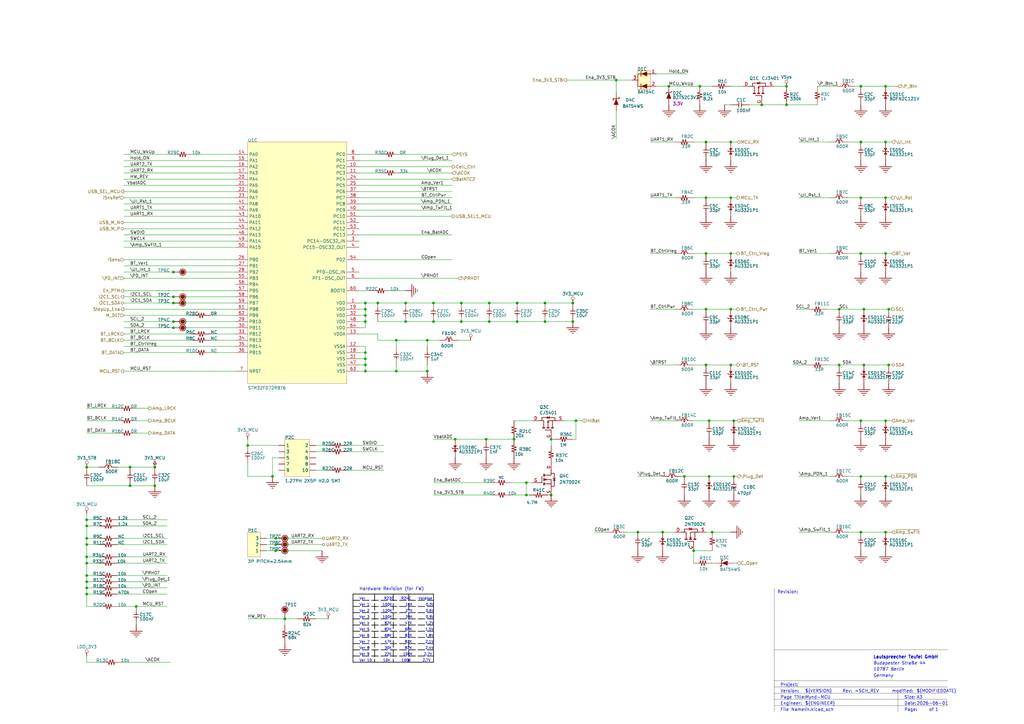
<source format=kicad_sch>
(kicad_sch (version 20231120) (generator "eeschema") (generator_version "8.0")
  (paper "A3")
  (title_block (title "Mynd-MCU") (rev "=SCH_REV"))
  (lib_symbols
    (symbol "Mynd_Main-altium-import:3V3_MCU_ARROW" (power)
      (property "Reference" "#PWR" (at 0 0 0))
      (property "Value" "3V3_MCU" (at 0 3.81 0))
      (symbol "3V3_MCU_ARROW_0_0"
        (pin power_in line (at 0 0 0) (length 0) hide (name "3V3_MCU") (number ""))
      )
    )
    (symbol "Mynd_Main-altium-import:3V3_MCU_CIRCLE" (power)
      (property "Reference" "#PWR" (at 0 0 0))
      (property "Value" "3V3_MCU" (at 0 3.81 0))
      (symbol "3V3_MCU_CIRCLE_0_0"
        (pin power_in line (at 0 0 0) (length 0) hide (name "3V3_MCU") (number ""))
      )
    )
    (symbol "Mynd_Main-altium-import:3V3_STB_CIRCLE" (power)
      (property "Reference" "#PWR" (at 0 0 0))
      (property "Value" "3V3_STB" (at 0 3.81 0))
      (symbol "3V3_STB_CIRCLE_0_0"
        (pin power_in line (at 0 0 0) (length 0) hide (name "3V3_STB") (number ""))
      )
    )
    (symbol "Mynd_Main-altium-import:GND_POWER_GROUND" (power)
      (property "Reference" "#PWR" (at 0 0 0))
      (property "Value" "GND" (at 0 6.35 0))
      (symbol "GND_POWER_GROUND_0_0"
        (pin power_in line (at 0 0 0) (length 0) hide (name "GND") (number ""))
      )
    )
    (symbol "Mynd_Main-altium-import:LDO_3V3_CIRCLE" (power)
      (property "Reference" "#PWR" (at 0 0 0))
      (property "Value" "LDO_3V3" (at 0 3.81 0))
      (symbol "LDO_3V3_CIRCLE_0_0"
        (pin power_in line (at 0 0 0) (length 0) hide (name "LDO_3V3") (number ""))
      )
    )
    (symbol "Mynd_Main-altium-import:U_MCU_0_Bead1"
      (symbol "U_MCU_0_Bead1_1_0"
        (pin passive line (at 0 0 0) (length 2.54) (name "1") (number "1"))
        (pin passive line (at 7.62 0 180) (length 2.54) (name "2") (number "2"))
      )
    )
    (symbol "Mynd_Main-altium-import:U_MCU_0_CON 2X5P"
      (symbol "U_MCU_0_CON 2X5P_1_0"
        (pin passive line (at -2.54 -2.54 0) (length 2.54) (name "1") (number "1"))
        (pin passive line (at 12.7 -12.7 180) (length 2.54) (name "10") (number "10"))
        (pin passive line (at 12.7 -2.54 180) (length 2.54) (name "2") (number "2"))
        (pin passive line (at -2.54 -5.08 0) (length 2.54) (name "3") (number "3"))
        (pin passive line (at 12.7 -5.08 180) (length 2.54) (name "4") (number "4"))
        (pin passive line (at -2.54 -7.62 0) (length 2.54) (name "5") (number "5"))
        (pin passive line (at 12.7 -7.62 180) (length 2.54) (name "6") (number "6"))
        (pin passive line (at -2.54 -10.16 0) (length 2.54) (name "7") (number "7"))
        (pin passive line (at 12.7 -10.16 180) (length 2.54) (name "8") (number "8"))
        (pin passive line (at -2.54 -12.7 0) (length 2.54) (name "9") (number "9"))
      )
    )
    (symbol "Mynd_Main-altium-import:U_MCU_0_N-MOS1"
      (symbol "U_MCU_0_N-MOS1_1_0"
        (pin passive line (at 5.08 5.08 270) (length 2.54) (name "D") (number "D"))
        (pin passive line (at -2.54 -2.54 0) (length 2.54) (name "G") (number "G"))
        (pin passive line (at 5.08 -7.62 90) (length 2.54) (name "S") (number "S"))
      )
    )
    (symbol "Mynd_Main-altium-import:U_MCU_0_RES1"
      (symbol "U_MCU_0_RES1_1_0"
        (pin passive line (at 0 0 0) (length 2.54) (name "1") (number "1"))
        (pin passive line (at 7.62 0 180) (length 2.54) (name "2") (number "2"))
      )
    )
    (symbol "Mynd_Main-altium-import:U_MCU_0_STM32F072RxTx"
      (symbol "U_MCU_0_STM32F072RxTx_1_0"
        (pin passive line (at 45.72 -66.04 180) (length 5.08) (name "VDD") (number "1"))
        (pin passive line (at 45.72 -10.16 180) (length 5.08) (name "PC2") (number "10"))
        (pin passive line (at 45.72 -12.7 180) (length 5.08) (name "PC3") (number "11"))
        (pin passive line (at 45.72 -83.82 180) (length 5.08) (name "VSSA") (number "12"))
        (pin passive line (at 45.72 -78.74 180) (length 5.08) (name "VDDA") (number "13"))
        (pin passive line (at -5.08 -5.08 0) (length 5.08) (name "PA0") (number "14"))
        (pin passive line (at -5.08 -7.62 0) (length 5.08) (name "PA1") (number "15"))
        (pin passive line (at -5.08 -10.16 0) (length 5.08) (name "PA2") (number "16"))
        (pin passive line (at -5.08 -12.7 0) (length 5.08) (name "PA3") (number "17"))
        (pin passive line (at 45.72 -86.36 180) (length 5.08) (name "VSS") (number "18"))
        (pin passive line (at 45.72 -68.58 180) (length 5.08) (name "VDD") (number "19"))
        (pin passive line (at 45.72 -38.1 180) (length 5.08) (name "PC13") (number "2"))
        (pin passive line (at -5.08 -15.24 0) (length 5.08) (name "PA4") (number "20"))
        (pin passive line (at -5.08 -17.78 0) (length 5.08) (name "PA5") (number "21"))
        (pin passive line (at -5.08 -20.32 0) (length 5.08) (name "PA6") (number "22"))
        (pin passive line (at -5.08 -22.86 0) (length 5.08) (name "PA7") (number "23"))
        (pin passive line (at 45.72 -15.24 180) (length 5.08) (name "PC4") (number "24"))
        (pin passive line (at 45.72 -17.78 180) (length 5.08) (name "PC5") (number "25"))
        (pin passive line (at -5.08 -48.26 0) (length 5.08) (name "PB0") (number "26"))
        (pin passive line (at -5.08 -50.8 0) (length 5.08) (name "PB1") (number "27"))
        (pin passive line (at -5.08 -53.34 0) (length 5.08) (name "PB2") (number "28"))
        (pin passive line (at -5.08 -73.66 0) (length 5.08) (name "PB10") (number "29"))
        (pin passive line (at 45.72 -40.64 180) (length 5.08) (name "PC14-OSC32_IN") (number "3"))
        (pin passive line (at -5.08 -76.2 0) (length 5.08) (name "PB11") (number "30"))
        (pin passive line (at 45.72 -88.9 180) (length 5.08) (name "VSS") (number "31"))
        (pin passive line (at 45.72 -71.12 180) (length 5.08) (name "VDD") (number "32"))
        (pin passive line (at -5.08 -78.74 0) (length 5.08) (name "PB12") (number "33"))
        (pin passive line (at -5.08 -81.28 0) (length 5.08) (name "PB13") (number "34"))
        (pin passive line (at -5.08 -83.82 0) (length 5.08) (name "PB14") (number "35"))
        (pin passive line (at -5.08 -86.36 0) (length 5.08) (name "PB15") (number "36"))
        (pin passive line (at 45.72 -20.32 180) (length 5.08) (name "PC6") (number "37"))
        (pin passive line (at 45.72 -22.86 180) (length 5.08) (name "PC7") (number "38"))
        (pin passive line (at 45.72 -25.4 180) (length 5.08) (name "PC8") (number "39"))
        (pin passive line (at 45.72 -43.18 180) (length 5.08) (name "PC15-OSC32_OUT") (number "4"))
        (pin passive line (at 45.72 -27.94 180) (length 5.08) (name "PC9") (number "40"))
        (pin passive line (at -5.08 -25.4 0) (length 5.08) (name "PA8") (number "41"))
        (pin passive line (at -5.08 -27.94 0) (length 5.08) (name "PA9") (number "42"))
        (pin passive line (at -5.08 -30.48 0) (length 5.08) (name "PA10") (number "43"))
        (pin passive line (at -5.08 -33.02 0) (length 5.08) (name "PA11") (number "44"))
        (pin passive line (at -5.08 -35.56 0) (length 5.08) (name "PA12") (number "45"))
        (pin passive line (at -5.08 -38.1 0) (length 5.08) (name "PA13") (number "46"))
        (pin passive line (at 45.72 -91.44 180) (length 5.08) (name "VSS") (number "47"))
        (pin passive line (at 45.72 -73.66 180) (length 5.08) (name "VDD") (number "48"))
        (pin passive line (at -5.08 -40.64 0) (length 5.08) (name "PA14") (number "49"))
        (pin passive line (at 45.72 -53.34 180) (length 5.08) (name "PF0-OSC_IN") (number "5"))
        (pin passive line (at -5.08 -43.18 0) (length 5.08) (name "PA15") (number "50"))
        (pin passive line (at 45.72 -30.48 180) (length 5.08) (name "PC10") (number "51"))
        (pin passive line (at 45.72 -33.02 180) (length 5.08) (name "PC11") (number "52"))
        (pin passive line (at 45.72 -35.56 180) (length 5.08) (name "PC12") (number "53"))
        (pin passive line (at 45.72 -48.26 180) (length 5.08) (name "PD2") (number "54"))
        (pin passive line (at -5.08 -55.88 0) (length 5.08) (name "PB3") (number "55"))
        (pin passive line (at -5.08 -58.42 0) (length 5.08) (name "PB4") (number "56"))
        (pin passive line (at -5.08 -60.96 0) (length 5.08) (name "PB5") (number "57"))
        (pin passive line (at -5.08 -63.5 0) (length 5.08) (name "PB6") (number "58"))
        (pin passive line (at -5.08 -66.04 0) (length 5.08) (name "PB7") (number "59"))
        (pin passive line (at 45.72 -55.88 180) (length 5.08) (name "PF1-OSC_OUT") (number "6"))
        (pin passive line (at 45.72 -60.96 180) (length 5.08) (name "BOOT0") (number "60"))
        (pin passive line (at -5.08 -68.58 0) (length 5.08) (name "PB8") (number "61"))
        (pin passive line (at -5.08 -71.12 0) (length 5.08) (name "PB9") (number "62"))
        (pin passive line (at 45.72 -93.98 180) (length 5.08) (name "VSS") (number "63"))
        (pin passive line (at 45.72 -76.2 180) (length 5.08) (name "VDD") (number "64"))
        (pin passive line (at -5.08 -93.98 0) (length 5.08) (name "NRST") (number "7"))
        (pin passive line (at 45.72 -5.08 180) (length 5.08) (name "PC0") (number "8"))
        (pin passive line (at 45.72 -7.62 180) (length 5.08) (name "PC1") (number "9"))
      )
    )
    (symbol "Mynd_Main-altium-import:U_MCU_0_TP"
      (symbol "U_MCU_0_TP_1_0"
        (pin passive line (at 0 0 0) (length 2.54) (name "1") (number "1"))
      )
    )
    (symbol "Mynd_Main-altium-import:U_MCU_0_mirrored_CAP1"
      (symbol "U_MCU_0_mirrored_CAP1_1_0"
        (pin passive line (at 0 0 180) (length 2.54) (name "1") (number "1"))
        (pin passive line (at -7.62 0 0) (length 2.54) (name "2") (number "2"))
      )
    )
    (symbol "Mynd_Main-altium-import:U_MCU_0_mirrored_RES1"
      (symbol "U_MCU_0_mirrored_RES1_1_0"
        (pin passive line (at 0 0 180) (length 2.54) (name "1") (number "1"))
        (pin passive line (at -7.62 0 0) (length 2.54) (name "2") (number "2"))
      )
    )
    (symbol "Mynd_Main-altium-import:U_MCU_1_CAP1"
      (symbol "U_MCU_1_CAP1_1_0"
        (pin passive line (at 0 0 90) (length 2.54) (name "1") (number "1"))
        (pin passive line (at 0 7.62 270) (length 2.54) (name "2") (number "2"))
      )
    )
    (symbol "Mynd_Main-altium-import:U_MCU_1_DIODE_BID_ESD2"
      (symbol "U_MCU_1_DIODE_BID_ESD2_1_0"
        (pin passive line (at 0 0 90) (length 2.54) (name "1") (number "1"))
        (pin passive line (at 0 7.62 270) (length 2.54) (name "2") (number "2"))
      )
    )
    (symbol "Mynd_Main-altium-import:U_MCU_1_N-MOS1"
      (symbol "U_MCU_1_N-MOS1_1_0"
        (pin passive line (at -5.08 5.08 0) (length 2.54) (name "D") (number "D"))
        (pin passive line (at 2.54 -2.54 90) (length 2.54) (name "G") (number "G"))
        (pin passive line (at 7.62 5.08 180) (length 2.54) (name "S") (number "S"))
      )
    )
    (symbol "Mynd_Main-altium-import:U_MCU_1_P-MOS1"
      (symbol "U_MCU_1_P-MOS1_1_0"
        (pin passive line (at -5.08 5.08 0) (length 2.54) (name "D") (number "D"))
        (pin passive line (at 2.54 -2.54 90) (length 2.54) (name "G") (number "G"))
        (pin passive line (at 7.62 5.08 180) (length 2.54) (name "S") (number "S"))
      )
    )
    (symbol "Mynd_Main-altium-import:U_MCU_1_mirrored_DIODE_SCHOTTKY1"
      (symbol "U_MCU_1_mirrored_DIODE_SCHOTTKY1_1_0"
        (pin passive line (at 0 0 90) (length 2.54) (name "A") (number "A"))
        (pin passive line (at 0 7.62 270) (length 2.54) (name "K") (number "K"))
      )
    )
    (symbol "Mynd_Main-altium-import:U_MCU_1_mirrored_DIODE_ZENER1"
      (symbol "U_MCU_1_mirrored_DIODE_ZENER1_1_0"
        (pin passive line (at 0 0 90) (length 2.54) (name "A") (number "A"))
        (pin passive line (at 0 7.62 270) (length 2.54) (name "K") (number "K"))
      )
    )
    (symbol "Mynd_Main-altium-import:U_MCU_1_mirrored_RES1"
      (symbol "U_MCU_1_mirrored_RES1_1_0"
        (pin passive line (at 0 0 90) (length 2.54) (name "1") (number "1"))
        (pin passive line (at 0 7.62 270) (length 2.54) (name "2") (number "2"))
      )
    )
    (symbol "Mynd_Main-altium-import:U_MCU_1_mirrored_TP"
      (symbol "U_MCU_1_mirrored_TP_1_0"
        (pin passive line (at 0 0 90) (length 2.54) (name "1") (number "1"))
      )
    )
    (symbol "Mynd_Main-altium-import:U_MCU_2_DIODE_SCHOTTKY1"
      (symbol "U_MCU_2_DIODE_SCHOTTKY1_1_0"
        (pin passive line (at 0 0 180) (length 2.54) (name "A") (number "A"))
        (pin passive line (at -7.62 0 0) (length 2.54) (name "K") (number "K"))
      )
    )
    (symbol "Mynd_Main-altium-import:U_MCU_2_RES1"
      (symbol "U_MCU_2_RES1_1_0"
        (pin passive line (at 0 0 180) (length 2.54) (name "1") (number "1"))
        (pin passive line (at -7.62 0 0) (length 2.54) (name "2") (number "2"))
      )
    )
    (symbol "Mynd_Main-altium-import:U_MCU_2_mirrored_CON 3P"
      (symbol "U_MCU_2_mirrored_CON 3P_1_0"
        (pin passive line (at 7.62 2.54 180) (length 2.54) (name "1") (number "1"))
        (pin passive line (at 7.62 5.08 180) (length 2.54) (name "2") (number "2"))
        (pin passive line (at 7.62 7.62 180) (length 2.54) (name "3") (number "3"))
      )
    )
    (symbol "Mynd_Main-altium-import:U_MCU_2_mirrored_RES1"
      (symbol "U_MCU_2_mirrored_RES1_1_0"
        (pin passive line (at 0 0 0) (length 2.54) (name "1") (number "1"))
        (pin passive line (at 7.62 0 180) (length 2.54) (name "2") (number "2"))
      )
    )
    (symbol "Mynd_Main-altium-import:U_MCU_2_mirrored_TP"
      (symbol "U_MCU_2_mirrored_TP_1_0"
        (pin passive line (at 0 0 0) (length 2.54) (name "1") (number "1"))
      )
    )
    (symbol "Mynd_Main-altium-import:U_MCU_3_CAP1"
      (symbol "U_MCU_3_CAP1_1_0"
        (pin passive line (at 0 0 270) (length 2.54) (name "1") (number "1"))
        (pin passive line (at 0 -7.62 90) (length 2.54) (name "2") (number "2"))
      )
    )
    (symbol "Mynd_Main-altium-import:U_MCU_3_DIODE_BID_ESD2"
      (symbol "U_MCU_3_DIODE_BID_ESD2_1_0"
        (pin passive line (at 0 0 270) (length 2.54) (name "1") (number "1"))
        (pin passive line (at 0 -7.62 90) (length 2.54) (name "2") (number "2"))
      )
    )
    (symbol "Mynd_Main-altium-import:U_MCU_3_mirrored_CAP1"
      (symbol "U_MCU_3_mirrored_CAP1_1_0"
        (pin passive line (at 0 0 270) (length 2.54) (name "1") (number "1"))
        (pin passive line (at 0 -7.62 90) (length 2.54) (name "2") (number "2"))
      )
    )
    (symbol "Mynd_Main-altium-import:U_MCU_3_mirrored_DIODE_SWITCHING4"
      (symbol "U_MCU_3_mirrored_DIODE_SWITCHING4_1_0"
        (pin passive line (at 7.62 -2.54 180) (length 2.54) (name "") (number "1"))
        (pin passive line (at 7.62 -7.62 180) (length 2.54) (name "") (number "2"))
        (pin passive line (at -2.54 -5.08 0) (length 2.54) (name "") (number "3"))
      )
    )
    (symbol "Mynd_Main-altium-import:VSys_CIRCLE" (power)
      (property "Reference" "#PWR" (at 0 0 0))
      (property "Value" "VSys" (at 0 3.81 0))
      (symbol "VSys_CIRCLE_0_0"
        (pin power_in line (at 0 0 0) (length 0) hide (name "VSys") (number ""))
      )
    )
  )
  (junction (at 289.56 81.1022))
  (junction (at 35.56 241.1222))
  (junction (at 113.03 223.3422))
  (junction (at 53.34 199.2122))
  (junction (at 363.22 103.9622))
  (junction (at 35.56 191.5922))
  (junction (at 353.06 103.9622))
  (junction (at 215.9 203.0222))
  (junction (at 252.73 32.8422))
  (junction (at 354.33 149.6822))
  (junction (at 189.23 124.2822))
  (junction (at 212.09 124.2822))
  (junction (at 149.86 149.6822))
  (junction (at 210.82 180.1622))
  (junction (at 101.6 182.7022))
  (junction (at 226.06 180.1622))
  (junction (at 289.56 103.9622))
  (junction (at 175.26 139.5222))
  (junction (at 284.48 225.8822))
  (junction (at 149.86 147.1422))
  (junction (at 299.72 149.6822))
  (junction (at 299.72 103.9622))
  (junction (at 363.22 81.1022))
  (junction (at 35.56 236.0422))
  (junction (at 322.58 35.3822))
  (junction (at 177.8 124.2822))
  (junction (at 55.88 248.7422))
  (junction (at 35.56 243.6622))
  (junction (at 186.69 180.1622))
  (junction (at 234.95 131.9022))
  (junction (at 290.83 172.5422))
  (junction (at 364.49 126.8222))
  (junction (at 35.56 213.1822))
  (junction (at 149.86 126.8222))
  (junction (at 363.22 218.2622))
  (junction (at 154.94 124.2822))
  (junction (at 353.06 35.3822))
  (junction (at 344.17 126.8222))
  (junction (at 363.22 35.3822))
  (junction (at 35.56 220.8022))
  (junction (at 162.56 152.2222))
  (junction (at 113.03 220.8022))
  (junction (at 63.5 191.5922))
  (junction (at 289.56 149.6822))
  (junction (at 353.06 172.5422))
  (junction (at 280.67 195.4022))
  (junction (at 312.42 43.0022))
  (junction (at 53.34 191.5922))
  (junction (at 35.56 228.4222))
  (junction (at 274.32 35.3822))
  (junction (at 344.17 149.6822))
  (junction (at 35.56 238.5822))
  (junction (at 63.5 199.2122))
  (junction (at 223.52 124.2822))
  (junction (at 199.39 180.1622))
  (junction (at 299.72 81.1022))
  (junction (at 71.12 121.7422))
  (junction (at 353.06 58.2422))
  (junction (at 149.86 129.3622))
  (junction (at 236.22 172.5422))
  (junction (at 353.06 218.2622))
  (junction (at 71.12 134.4422))
  (junction (at 292.1 218.2622))
  (junction (at 149.86 131.9022))
  (junction (at 149.86 152.2222))
  (junction (at 149.86 124.2822))
  (junction (at 322.58 43.0022))
  (junction (at 71.12 124.2822))
  (junction (at 111.76 195.4022))
  (junction (at 363.22 195.4022))
  (junction (at 299.72 58.2422))
  (junction (at 200.66 131.9022))
  (junction (at 289.56 126.8222))
  (junction (at 162.56 139.5222))
  (junction (at 177.8 131.9022))
  (junction (at 35.56 230.9622))
  (junction (at 212.09 131.9022))
  (junction (at 71.12 111.5822))
  (junction (at 363.22 58.2422))
  (junction (at 234.95 124.2822))
  (junction (at 200.66 124.2822))
  (junction (at 71.12 131.9022))
  (junction (at 300.99 195.4022))
  (junction (at 175.26 152.2222))
  (junction (at 300.99 172.5422))
  (junction (at 353.06 195.4022))
  (junction (at 189.23 131.9022))
  (junction (at 226.06 203.0222))
  (junction (at 113.03 225.8822))
  (junction (at 287.02 35.3822))
  (junction (at 299.72 126.8222))
  (junction (at 149.86 144.6022))
  (junction (at 354.33 126.8222))
  (junction (at 271.78 218.2622))
  (junction (at 289.56 58.2422))
  (junction (at 116.84 253.8222))
  (junction (at 261.62 218.2622))
  (junction (at 35.56 223.3422))
  (junction (at 35.56 215.7222))
  (junction (at 353.06 81.1022))
  (junction (at 363.22 172.5422))
  (junction (at 166.37 131.9022))
  (junction (at 166.37 124.2822))
  (junction (at 223.52 131.9022))
  (junction (at 364.49 149.6822))
  (junction (at 215.9 197.9422))
  (junction (at 290.83 195.4022))
  (wire (pts (xy 209.55 197.9422) (xy 215.9 197.9422)))
  (wire (pts (xy 96.52 152.2222) (xy 50.8 152.2222)))
  (polyline (pts (xy 144.78 256.3622) (xy 177.8 256.3622)) (stroke (width 0.254) (type dash) (color 0 0 0 1)))
  (wire (pts (xy 101.6 180.1622) (xy 101.6 182.7022)))
  (wire (pts (xy 40.64 220.8022) (xy 35.56 220.8022)))
  (wire (pts (xy 35.56 213.1822) (xy 35.56 215.7222)))
  (wire (pts (xy 154.94 131.9022) (xy 166.37 131.9022)))
  (wire (pts (xy 40.64 213.1822) (xy 35.56 213.1822)))
  (wire (pts (xy 287.02 35.3822) (xy 292.1 35.3822)))
  (polyline (pts (xy 153.67 243.6622) (xy 153.67 271.6022)) (stroke (width 0.254) (type dash) (color 0 0 0 1)))
  (wire (pts (xy 149.86 129.3622) (xy 149.86 126.8222)))
  (wire (pts (xy 149.86 152.2222) (xy 147.32 152.2222)))
  (wire (pts (xy 299.72 149.6822) (xy 302.26 149.6822)))
  (wire (pts (xy 96.52 86.1822) (xy 50.8 86.1822)))
  (wire (pts (xy 284.48 225.8822) (xy 292.1 225.8822)))
  (wire (pts (xy 78.74 63.3222) (xy 96.52 63.3222)))
  (wire (pts (xy 299.72 35.3822) (xy 304.8 35.3822)))
  (wire (pts (xy 259.08 32.8422) (xy 252.73 32.8422)))
  (wire (pts (xy 96.52 68.4022) (xy 50.8 68.4022)))
  (wire (pts (xy 227.33 180.1622) (xy 226.06 180.1622)))
  (wire (pts (xy 217.17 203.0222) (xy 215.9 203.0222)))
  (wire (pts (xy 156.21 63.3222) (xy 147.32 63.3222)))
  (wire (pts (xy 96.52 96.3422) (xy 50.8 96.3422)))
  (wire (pts (xy 40.64 223.3422) (xy 35.56 223.3422)))
  (wire (pts (xy 180.34 139.5222) (xy 175.26 139.5222)))
  (wire (pts (xy 289.56 81.1022) (xy 299.72 81.1022)))
  (wire (pts (xy 147.32 81.1022) (xy 185.42 81.1022)))
  (wire (pts (xy 96.52 136.9822) (xy 86.36 136.9822)))
  (wire (pts (xy 223.52 124.2822) (xy 212.09 124.2822)))
  (wire (pts (xy 175.26 142.0622) (xy 175.26 139.5222)))
  (wire (pts (xy 339.09 149.6822) (xy 344.17 149.6822)))
  (polyline (pts (xy 167.64 243.6622) (xy 167.64 271.6022)) (stroke (width 0.254) (type dash) (color 0 0 0 1)))
  (wire (pts (xy 101.6 195.4022) (xy 111.76 195.4022)))
  (wire (pts (xy 279.4 195.4022) (xy 280.67 195.4022)))
  (wire (pts (xy 347.98 218.2622) (xy 353.06 218.2622)))
  (wire (pts (xy 290.83 172.5422) (xy 300.99 172.5422)))
  (wire (pts (xy 109.22 225.8822) (xy 113.03 225.8822)))
  (wire (pts (xy 35.56 199.2122) (xy 53.34 199.2122)))
  (wire (pts (xy 353.06 58.2422) (xy 363.22 58.2422)))
  (wire (pts (xy 297.18 43.0022) (xy 299.72 43.0022)))
  (wire (pts (xy 354.33 126.8222) (xy 364.49 126.8222)))
  (wire (pts (xy 284.48 81.1022) (xy 289.56 81.1022)))
  (wire (pts (xy 35.56 177.6222) (xy 48.26 177.6222)))
  (polyline (pts (xy 161.29 243.6622) (xy 161.29 271.6022)) (stroke (width 0.254) (type dash) (color 0 0 0 1)))
  (wire (pts (xy 78.74 129.3622) (xy 50.8 129.3622)))
  (wire (pts (xy 40.64 238.5822) (xy 35.56 238.5822)))
  (wire (pts (xy 327.66 58.2422) (xy 340.36 58.2422)))
  (wire (pts (xy 48.26 223.3422) (xy 68.58 223.3422)))
  (wire (pts (xy 224.79 203.0222) (xy 226.06 203.0222)))
  (wire (pts (xy 96.52 70.9422) (xy 50.8 70.9422)))
  (wire (pts (xy 363.22 172.5422) (xy 365.76 172.5422)))
  (wire (pts (xy 48.26 243.6622) (xy 68.58 243.6622)))
  (wire (pts (xy 142.24 182.7022) (xy 157.48 182.7022)))
  (wire (pts (xy 71.12 131.9022) (xy 96.52 131.9022)))
  (wire (pts (xy 147.32 76.0222) (xy 185.42 76.0222)))
  (wire (pts (xy 210.82 177.6222) (xy 210.82 180.1622)))
  (wire (pts (xy 35.56 223.3422) (xy 35.56 228.4222)))
  (polyline (pts (xy 177.8 243.6622) (xy 177.8 271.6022)) (stroke (width 0.254) (type solid) (color 0 0 0 1)))
  (wire (pts (xy 35.56 248.7422) (xy 40.64 248.7422)))
  (wire (pts (xy 35.56 243.6622) (xy 35.56 248.7422)))
  (wire (pts (xy 353.06 35.3822) (xy 363.22 35.3822)))
  (wire (pts (xy 266.7 58.2422) (xy 276.86 58.2422)))
  (wire (pts (xy 175.26 139.5222) (xy 162.56 139.5222)))
  (wire (pts (xy 50.8 101.4222) (xy 96.52 101.4222)))
  (wire (pts (xy 363.22 195.4022) (xy 365.76 195.4022)))
  (wire (pts (xy 223.52 131.9022) (xy 234.95 131.9022)))
  (wire (pts (xy 149.86 152.2222) (xy 162.56 152.2222)))
  (wire (pts (xy 101.6 182.7022) (xy 114.3 182.7022)))
  (wire (pts (xy 175.26 149.6822) (xy 175.26 152.2222)))
  (wire (pts (xy 50.8 93.8022) (xy 96.52 93.8022)))
  (wire (pts (xy 35.56 220.8022) (xy 35.56 223.3422)))
  (wire (pts (xy 252.73 32.8422) (xy 232.41 32.8422)))
  (wire (pts (xy 327.66 103.9622) (xy 340.36 103.9622)))
  (polyline (pts (xy 144.78 269.0622) (xy 177.8 269.0622)) (stroke (width 0.254) (type dash) (color 0 0 0 1)))
  (wire (pts (xy 147.32 134.4422) (xy 149.86 134.4422)))
  (wire (pts (xy 48.26 238.5822) (xy 68.58 238.5822)))
  (wire (pts (xy 156.21 70.9422) (xy 147.32 70.9422)))
  (wire (pts (xy 134.62 192.8622) (xy 129.54 192.8622)))
  (wire (pts (xy 40.64 215.7222) (xy 35.56 215.7222)))
  (wire (pts (xy 234.95 124.2822) (xy 223.52 124.2822)))
  (wire (pts (xy 49.53 271.6022) (xy 69.85 271.6022)))
  (wire (pts (xy 284.48 58.2422) (xy 289.56 58.2422)))
  (wire (pts (xy 353.06 218.2622) (xy 363.22 218.2622)))
  (wire (pts (xy 68.58 213.1822) (xy 48.26 213.1822)))
  (wire (pts (xy 147.32 147.1422) (xy 149.86 147.1422)))
  (wire (pts (xy 50.8 131.9022) (xy 71.12 131.9022)))
  (wire (pts (xy 116.84 253.8222) (xy 101.6 253.8222)))
  (wire (pts (xy 149.86 126.8222) (xy 149.86 124.2822)))
  (wire (pts (xy 68.58 215.7222) (xy 48.26 215.7222)))
  (wire (pts (xy 78.74 136.9822) (xy 50.8 136.9822)))
  (wire (pts (xy 364.49 126.8222) (xy 365.76 126.8222)))
  (wire (pts (xy 215.9 197.9422) (xy 215.9 203.0222)))
  (wire (pts (xy 292.1 218.2622) (xy 289.56 218.2622)))
  (wire (pts (xy 289.56 126.8222) (xy 299.72 126.8222)))
  (wire (pts (xy 121.92 253.8222) (xy 116.84 253.8222)))
  (polyline (pts (xy 144.78 246.2022) (xy 177.8 246.2022)) (stroke (width 0.254) (type dash) (color 0 0 0 1)))
  (wire (pts (xy 199.39 180.1622) (xy 186.69 180.1622)))
  (wire (pts (xy 55.88 248.7422) (xy 68.58 248.7422)))
  (wire (pts (xy 129.54 185.2422) (xy 134.62 185.2422)))
  (wire (pts (xy 261.62 218.2622) (xy 271.78 218.2622)))
  (wire (pts (xy 299.72 126.8222) (xy 302.26 126.8222)))
  (wire (pts (xy 364.49 149.6822) (xy 365.76 149.6822)))
  (wire (pts (xy 50.8 91.2622) (xy 96.52 91.2622)))
  (wire (pts (xy 284.48 149.6822) (xy 289.56 149.6822)))
  (wire (pts (xy 96.52 144.6022) (xy 86.36 144.6022)))
  (wire (pts (xy 147.32 88.7222) (xy 185.42 88.7222)))
  (wire (pts (xy 40.64 230.9622) (xy 35.56 230.9622)))
  (wire (pts (xy 307.34 43.0022) (xy 312.42 43.0022)))
  (wire (pts (xy 113.03 225.8822) (xy 132.08 225.8822)))
  (wire (pts (xy 101.6 190.3222) (xy 101.6 195.4022)))
  (wire (pts (xy 48.26 241.1222) (xy 68.58 241.1222)))
  (wire (pts (xy 300.99 230.9622) (xy 302.26 230.9622)))
  (wire (pts (xy 48.26 236.0422) (xy 68.58 236.0422)))
  (wire (pts (xy 327.66 172.5422) (xy 340.36 172.5422)))
  (polyline (pts (xy 317.5 291.9222) (xy 317.5 266.5222)) (stroke (width 0.0254) (type solid) (color 0 0 0 1)))
  (wire (pts (xy 71.12 134.4422) (xy 96.52 134.4422)))
  (wire (pts (xy 347.98 172.5422) (xy 353.06 172.5422)))
  (wire (pts (xy 353.06 81.1022) (xy 363.22 81.1022)))
  (wire (pts (xy 35.56 228.4222) (xy 35.56 230.9622)))
  (wire (pts (xy 210.82 180.1622) (xy 199.39 180.1622)))
  (polyline (pts (xy 317.5 286.8422) (xy 388.62 286.8422)) (stroke (width 0.0254) (type solid) (color 0 0 0 1)))
  (wire (pts (xy 284.48 172.5422) (xy 290.83 172.5422)))
  (wire (pts (xy 48.26 172.5422) (xy 35.56 172.5422)))
  (wire (pts (xy 35.56 241.1222) (xy 35.56 243.6622)))
  (wire (pts (xy 363.22 58.2422) (xy 365.76 58.2422)))
  (wire (pts (xy 147.32 129.3622) (xy 149.86 129.3622)))
  (polyline (pts (xy 144.78 243.6622) (xy 144.78 271.6022)) (stroke (width 0.254) (type solid) (color 0 0 0 1)))
  (wire (pts (xy 256.54 218.2622) (xy 261.62 218.2622)))
  (wire (pts (xy 162.56 139.5222) (xy 154.94 139.5222)))
  (wire (pts (xy 147.32 78.5622) (xy 185.42 78.5622)))
  (wire (pts (xy 339.09 126.8222) (xy 344.17 126.8222)))
  (wire (pts (xy 281.94 30.3022) (xy 269.24 30.3022)))
  (wire (pts (xy 160.02 119.2022) (xy 166.37 119.2022)))
  (wire (pts (xy 149.86 147.1422) (xy 149.86 149.6822)))
  (wire (pts (xy 350.52 35.3822) (xy 353.06 35.3822)))
  (wire (pts (xy 363.22 81.1022) (xy 365.76 81.1022)))
  (wire (pts (xy 96.52 111.5822) (xy 71.12 111.5822)))
  (wire (pts (xy 363.22 103.9622) (xy 365.76 103.9622)))
  (wire (pts (xy 234.95 180.1622) (xy 236.22 180.1622)))
  (wire (pts (xy 335.28 43.0022) (xy 322.58 43.0022)))
  (wire (pts (xy 276.86 218.2622) (xy 271.78 218.2622)))
  (wire (pts (xy 35.56 269.0622) (xy 35.56 271.6022)))
  (wire (pts (xy 266.7 103.9622) (xy 276.86 103.9622)))
  (wire (pts (xy 50.8 81.1022) (xy 96.52 81.1022)))
  (polyline (pts (xy 144.78 243.6622) (xy 177.8 243.6622)) (stroke (width 0.254) (type solid) (color 0 0 0 1)))
  (wire (pts (xy 300.99 195.4022) (xy 302.26 195.4022)))
  (wire (pts (xy 40.64 241.1222) (xy 35.56 241.1222)))
  (wire (pts (xy 35.56 210.6422) (xy 35.56 213.1822)))
  (wire (pts (xy 299.72 58.2422) (xy 302.26 58.2422)))
  (wire (pts (xy 147.32 96.3422) (xy 185.42 96.3422)))
  (wire (pts (xy 353.06 195.4022) (xy 363.22 195.4022)))
  (wire (pts (xy 50.8 73.4822) (xy 96.52 73.4822)))
  (polyline (pts (xy 317.5 284.3022) (xy 388.62 284.3022)) (stroke (width 0.0254) (type solid) (color 0 0 0 1)))
  (wire (pts (xy 185.42 68.4022) (xy 147.32 68.4022)))
  (wire (pts (xy 327.66 195.4022) (xy 340.36 195.4022)))
  (wire (pts (xy 96.52 78.5622) (xy 50.8 78.5622)))
  (wire (pts (xy 96.52 139.5222) (xy 86.36 139.5222)))
  (wire (pts (xy 185.42 106.5022) (xy 147.32 106.5022)))
  (wire (pts (xy 215.9 203.0222) (xy 209.55 203.0222)))
  (wire (pts (xy 266.7 172.5422) (xy 276.86 172.5422)))
  (wire (pts (xy 35.56 230.9622) (xy 35.56 236.0422)))
  (wire (pts (xy 218.44 172.5422) (xy 210.82 172.5422)))
  (wire (pts (xy 50.8 98.8822) (xy 96.52 98.8822)))
  (wire (pts (xy 290.83 195.4022) (xy 300.99 195.4022)))
  (wire (pts (xy 48.26 228.4222) (xy 68.58 228.4222)))
  (wire (pts (xy 363.22 218.2622) (xy 365.76 218.2622)))
  (wire (pts (xy 147.32 65.8622) (xy 185.42 65.8622)))
  (wire (pts (xy 113.03 220.8022) (xy 109.22 220.8022)))
  (wire (pts (xy 78.74 139.5222) (xy 50.8 139.5222)))
  (wire (pts (xy 50.8 63.3222) (xy 71.12 63.3222)))
  (wire (pts (xy 113.03 223.3422) (xy 109.22 223.3422)))
  (wire (pts (xy 347.98 195.4022) (xy 353.06 195.4022)))
  (polyline (pts (xy 144.78 251.2822) (xy 177.8 251.2822)) (stroke (width 0.254) (type dash) (color 0 0 0 1)))
  (wire (pts (xy 147.32 149.6822) (xy 149.86 149.6822)))
  (wire (pts (xy 96.52 65.8622) (xy 50.8 65.8622)))
  (polyline (pts (xy 317.5 266.5222) (xy 317.5 241.1222)) (stroke (width 0.0254) (type solid) (color 0 0 0 1)))
  (wire (pts (xy 299.72 103.9622) (xy 302.26 103.9622)))
  (wire (pts (xy 354.33 149.6822) (xy 364.49 149.6822)))
  (wire (pts (xy 299.72 218.2622) (xy 292.1 218.2622)))
  (polyline (pts (xy 144.78 248.7422) (xy 177.8 248.7422)) (stroke (width 0.254) (type dash) (color 0 0 0 1)))
  (wire (pts (xy 327.66 218.2622) (xy 340.36 218.2622)))
  (polyline (pts (xy 317.5 289.3822) (xy 388.62 289.3822)) (stroke (width 0.0254) (type solid) (color 0 0 0 1)))
  (wire (pts (xy 236.22 172.5422) (xy 238.76 172.5422)))
  (wire (pts (xy 96.52 121.7422) (xy 71.12 121.7422)))
  (wire (pts (xy 312.42 43.0022) (xy 322.58 43.0022)))
  (wire (pts (xy 35.56 236.0422) (xy 35.56 238.5822)))
  (wire (pts (xy 347.98 81.1022) (xy 353.06 81.1022)))
  (wire (pts (xy 289.56 103.9622) (xy 299.72 103.9622)))
  (wire (pts (xy 177.8 124.2822) (xy 166.37 124.2822)))
  (wire (pts (xy 154.94 136.9822) (xy 147.32 136.9822)))
  (wire (pts (xy 55.88 167.4622) (xy 60.96 167.4622)))
  (wire (pts (xy 185.42 70.9422) (xy 163.83 70.9422)))
  (wire (pts (xy 317.5 35.3822) (xy 322.58 35.3822)))
  (wire (pts (xy 111.76 187.7822) (xy 111.76 195.4022)))
  (wire (pts (xy 40.64 191.5922) (xy 35.56 191.5922)))
  (wire (pts (xy 186.69 180.1622) (xy 177.8 180.1622)))
  (wire (pts (xy 96.52 142.0622) (xy 50.8 142.0622)))
  (wire (pts (xy 147.32 83.6422) (xy 185.42 83.6422)))
  (wire (pts (xy 78.74 144.6022) (xy 50.8 144.6022)))
  (wire (pts (xy 48.26 230.9622) (xy 68.58 230.9622)))
  (wire (pts (xy 149.86 149.6822) (xy 149.86 152.2222)))
  (wire (pts (xy 142.24 185.2422) (xy 157.48 185.2422)))
  (wire (pts (xy 154.94 139.5222) (xy 154.94 136.9822)))
  (wire (pts (xy 35.56 215.7222) (xy 35.56 220.8022)))
  (wire (pts (xy 335.28 35.3822) (xy 342.9 35.3822)))
  (wire (pts (xy 71.12 124.2822) (xy 50.8 124.2822)))
  (polyline (pts (xy 144.78 263.9822) (xy 177.8 263.9822)) (stroke (width 0.254) (type dash) (color 0 0 0 1)))
  (wire (pts (xy 347.98 103.9622) (xy 353.06 103.9622)))
  (wire (pts (xy 284.48 103.9622) (xy 289.56 103.9622)))
  (wire (pts (xy 243.84 218.2622) (xy 248.92 218.2622)))
  (wire (pts (xy 293.37 230.9622) (xy 292.1 230.9622)))
  (wire (pts (xy 284.48 126.8222) (xy 289.56 126.8222)))
  (wire (pts (xy 149.86 142.0622) (xy 149.86 144.6022)))
  (wire (pts (xy 55.88 177.6222) (xy 60.96 177.6222)))
  (wire (pts (xy 347.98 58.2422) (xy 353.06 58.2422)))
  (wire (pts (xy 344.17 149.6822) (xy 354.33 149.6822)))
  (wire (pts (xy 177.8 131.9022) (xy 189.23 131.9022)))
  (wire (pts (xy 60.96 172.5422) (xy 55.88 172.5422)))
  (wire (pts (xy 344.17 126.8222) (xy 354.33 126.8222)))
  (wire (pts (xy 284.48 225.8822) (xy 284.48 230.9622)))
  (wire (pts (xy 266.7 149.6822) (xy 276.86 149.6822)))
  (wire (pts (xy 71.12 121.7422) (xy 50.8 121.7422)))
  (polyline (pts (xy 317.5 281.7622) (xy 388.62 281.7622)) (stroke (width 0.0254) (type solid) (color 0 0 0 1)))
  (wire (pts (xy 147.32 131.9022) (xy 149.86 131.9022)))
  (wire (pts (xy 149.86 131.9022) (xy 149.86 129.3622)))
  (wire (pts (xy 326.39 126.8222) (xy 331.47 126.8222)))
  (wire (pts (xy 50.8 83.6422) (xy 96.52 83.6422)))
  (wire (pts (xy 300.99 172.5422) (xy 302.26 172.5422)))
  (wire (pts (xy 147.32 86.1822) (xy 185.42 86.1822)))
  (wire (pts (xy 50.8 76.0222) (xy 96.52 76.0222)))
  (wire (pts (xy 132.08 223.3422) (xy 113.03 223.3422)))
  (wire (pts (xy 252.73 45.5422) (xy 252.73 56.9722)))
  (wire (pts (xy 189.23 131.9022) (xy 200.66 131.9022)))
  (wire (pts (xy 132.08 220.8022) (xy 113.03 220.8022)))
  (wire (pts (xy 96.52 119.2022) (xy 50.8 119.2022)))
  (wire (pts (xy 35.56 167.4622) (xy 48.26 167.4622)))
  (wire (pts (xy 266.7 126.8222) (xy 276.86 126.8222)))
  (wire (pts (xy 147.32 73.4822) (xy 185.42 73.4822)))
  (wire (pts (xy 50.8 109.0422) (xy 96.52 109.0422)))
  (wire (pts (xy 114.3 187.7822) (xy 111.76 187.7822)))
  (wire (pts (xy 280.67 195.4022) (xy 290.83 195.4022)))
  (wire (pts (xy 35.56 241.1222) (xy 35.56 238.5822)))
  (wire (pts (xy 236.22 180.1622) (xy 236.22 172.5422)))
  (wire (pts (xy 353.06 103.9622) (xy 363.22 103.9622)))
  (wire (pts (xy 48.26 248.7422) (xy 55.88 248.7422)))
  (wire (pts (xy 231.14 172.5422) (xy 236.22 172.5422)))
  (wire (pts (xy 40.64 243.6622) (xy 35.56 243.6622)))
  (wire (pts (xy 189.23 124.2822) (xy 177.8 124.2822)))
  (polyline (pts (xy 317.5 279.2222) (xy 388.62 279.2222)) (stroke (width 0.0254) (type solid) (color 0 0 0 1)))
  (polyline (pts (xy 368.3 291.9222) (xy 368.3 284.3022)) (stroke (width 0.0254) (type solid) (color 0 0 0 1)))
  (wire (pts (xy 212.09 124.2822) (xy 200.66 124.2822)))
  (wire (pts (xy 200.66 124.2822) (xy 189.23 124.2822)))
  (wire (pts (xy 289.56 149.6822) (xy 299.72 149.6822)))
  (wire (pts (xy 327.66 81.1022) (xy 340.36 81.1022)))
  (polyline (pts (xy 144.78 258.9022) (xy 177.8 258.9022)) (stroke (width 0.254) (type dash) (color 0 0 0 1)))
  (wire (pts (xy 162.56 139.5222) (xy 162.56 142.0622)))
  (wire (pts (xy 50.8 126.8222) (xy 96.52 126.8222)))
  (wire (pts (xy 212.09 131.9022) (xy 223.52 131.9022)))
  (wire (pts (xy 149.86 144.6022) (xy 149.86 147.1422)))
  (wire (pts (xy 40.64 228.4222) (xy 35.56 228.4222)))
  (wire (pts (xy 187.96 139.5222) (xy 193.04 139.5222)))
  (wire (pts (xy 166.37 131.9022) (xy 177.8 131.9022)))
  (wire (pts (xy 50.8 106.5022) (xy 96.52 106.5022)))
  (polyline (pts (xy 144.78 261.4422) (xy 177.8 261.4422)) (stroke (width 0.254) (type dash) (color 0 0 0 1)))
  (wire (pts (xy 266.7 81.1022) (xy 276.86 81.1022)))
  (wire (pts (xy 325.12 149.6822) (xy 331.47 149.6822)))
  (wire (pts (xy 274.32 35.3822) (xy 287.02 35.3822)))
  (wire (pts (xy 261.62 195.4022) (xy 271.78 195.4022)))
  (polyline (pts (xy 317.5 266.5222) (xy 388.62 266.5222)) (stroke (width 0.0254) (type solid) (color 0 0 0 1)))
  (polyline (pts (xy 144.78 253.8222) (xy 177.8 253.8222)) (stroke (width 0.254) (type dash) (color 0 0 0 1)))
  (wire (pts (xy 40.64 236.0422) (xy 35.56 236.0422)))
  (wire (pts (xy 116.84 256.3622) (xy 116.84 253.8222)))
  (wire (pts (xy 147.32 142.0622) (xy 149.86 142.0622)))
  (wire (pts (xy 48.26 191.5922) (xy 53.34 191.5922)))
  (wire (pts (xy 149.86 124.2822) (xy 147.32 124.2822)))
  (wire (pts (xy 35.56 271.6022) (xy 41.91 271.6022)))
  (wire (pts (xy 48.26 220.8022) (xy 68.58 220.8022)))
  (wire (pts (xy 353.06 172.5422) (xy 363.22 172.5422)))
  (wire (pts (xy 289.56 58.2422) (xy 299.72 58.2422)))
  (wire (pts (xy 147.32 144.6022) (xy 149.86 144.6022)))
  (wire (pts (xy 299.72 81.1022) (xy 302.26 81.1022)))
  (wire (pts (xy 53.34 191.5922) (xy 63.5 191.5922)))
  (wire (pts (xy 177.8 203.0222) (xy 201.93 203.0222)))
  (wire (pts (xy 187.96 114.1222) (xy 147.32 114.1222)))
  (wire (pts (xy 226.06 180.1622) (xy 226.06 182.7022)))
  (wire (pts (xy 142.24 192.8622) (xy 157.48 192.8622)))
  (wire (pts (xy 363.22 35.3822) (xy 368.3 35.3822)))
  (wire (pts (xy 96.52 88.7222) (xy 50.8 88.7222)))
  (wire (pts (xy 147.32 126.8222) (xy 149.86 126.8222)))
  (wire (pts (xy 152.4 119.2022) (xy 147.32 119.2022)))
  (wire (pts (xy 269.24 35.3822) (xy 274.32 35.3822)))
  (wire (pts (xy 53.34 199.2122) (xy 63.5 199.2122)))
  (wire (pts (xy 252.73 37.9222) (xy 252.73 32.8422)))
  (wire (pts (xy 96.52 124.2822) (xy 71.12 124.2822)))
  (wire (pts (xy 86.36 129.3622) (xy 96.52 129.3622)))
  (wire (pts (xy 129.54 182.7022) (xy 134.62 182.7022)))
  (wire (pts (xy 154.94 124.2822) (xy 149.86 124.2822)))
  (wire (pts (xy 96.52 114.1222) (xy 50.8 114.1222)))
  (wire (pts (xy 162.56 152.2222) (xy 175.26 152.2222)))
  (wire (pts (xy 185.42 63.3222) (xy 163.83 63.3222)))
  (polyline (pts (xy 144.78 266.5222) (xy 177.8 266.5222)) (stroke (width 0.254) (type dash) (color 0 0 0 1)))
  (wire (pts (xy 50.8 134.4422) (xy 71.12 134.4422)))
  (wire (pts (xy 149.86 134.4422) (xy 149.86 131.9022)))
  (wire (pts (xy 162.56 149.6822) (xy 162.56 152.2222)))
  (wire (pts (xy 218.44 197.9422) (xy 215.9 197.9422)))
  (wire (pts (xy 177.8 197.9422) (xy 201.93 197.9422)))
  (wire (pts (xy 134.62 253.8222) (xy 129.54 253.8222)))
  (wire (pts (xy 200.66 131.9022) (xy 212.09 131.9022)))
  (wire (pts (xy 166.37 124.2822) (xy 154.94 124.2822)))
  (polyline (pts (xy 144.78 271.6022) (xy 177.8 271.6022)) (stroke (width 0.254) (type solid) (color 0 0 0 1)))
  (wire (pts (xy 71.12 111.5822) (xy 50.8 111.5822)))
  (text "${VERSION}" (at 330.2 284.3022 0) (effects (font (size 1.27 1.27)) (justify left bottom)))
  (text "Ver          R23C    R24C    Volatge" (at 147.32 246.2022 0) (effects (font (size 1.016 1.016)) (justify left bottom)))
  (text "Germany" (at 358.14 277.9522 0) (effects (font (size 1.27 1.27) (italic yes)) (justify left bottom)))
  (text "Ver 3       100K       39K       0.9V" (at 147.32 253.8222 0) (effects (font (size 1.016 1.016)) (justify left bottom)))
  (text "Rev:" (at 345.44 284.3022 0) (effects (font (size 1.27 1.27)) (justify left bottom)))
  (text "${ENGINEER}" (at 330.2 289.3822 0) (effects (font (size 1.27 1.27)) (justify left bottom)))
  (text "${MODIFIEDDATE}" (at 375.92 284.3022 0) (effects (font (size 1.27 1.27)) (justify left bottom)))
  (text "Page Title:" (at 320.04 286.8422 0) (effects (font (size 1.27 1.27)) (justify left bottom)))
  (text "Lautspreecher Teufel GmbH" (at 358.14 270.3322 0) (effects (font (size 1.27 1.27) (thickness 0.254) (bold yes)) (justify left bottom)))
  (text "NC" (at 204.47 196.6722 0) (effects (font (size 1.016 1.016)) (justify left bottom)))
  (text "Ver 7        47K       82K       2.1V" (at 147.32 263.9822 0) (effects (font (size 1.016 1.016)) (justify left bottom)))
  (text "Size:" (at 370.84 286.8422 0) (effects (font (size 1.27 1.27)) (justify left bottom)))
  (text "Page:" (at 370.84 291.9222 0) (effects (font (size 1.27 1.27)) (justify left bottom)))
  (text "Ver 8        30K       82K       2.4V" (at 147.32 266.5222 0) (effects (font (size 1.016 1.016)) (justify left bottom)))
  (text "Ver 4        82K       47K       1.2V" (at 147.32 256.3622 0) (effects (font (size 1.016 1.016)) (justify left bottom)))
  (text "Ver 6        68K       82K       1.8V" (at 147.32 261.4422 0) (effects (font (size 1.016 1.016)) (justify left bottom)))
  (text "Hardware Revision (for FW)" (at 147.32 242.3922 0) (effects (font (size 1.27 1.27)) (justify left bottom)))
  (text "Ver 2       120K       27K       0.6V" (at 147.32 251.2822 0) (effects (font (size 1.016 1.016)) (justify left bottom)))
  (text "${FILENAME}" (at 330.2 291.9222 0) (effects (font (size 1.27 1.27)) (justify left bottom)))
  (text "Date:" (at 370.84 289.3822 0) (effects (font (size 1.27 1.27)) (justify left bottom)))
  (text "modified:" (at 365.76 284.3022 0) (effects (font (size 1.27 1.27)) (justify left bottom)))
  (text "Budapester Straße 44" (at 358.14 272.8722 0) (effects (font (size 1.27 1.27) (italic yes)) (justify left bottom)))
  (text "10787 Berlin" (at 358.14 275.4122 0) (effects (font (size 1.27 1.27) (italic yes)) (justify left bottom)))
  (text "${CURRENT_DATE}" (at 375.92 289.3822 0) (effects (font (size 1.27 1.27)) (justify left bottom)))
  (text "Ver 10      10K      100K      2.7V" (at 147.32 271.6022 0) (effects (font (size 1.016 1.016)) (justify left bottom)))
  (text "Engineer:" (at 320.04 289.3822 0) (effects (font (size 1.27 1.27)) (justify left bottom)))
  (text "Revision:" (at 318.77 243.6622 0) (effects (font (size 1.27 1.27)) (justify left bottom)))
  (text "${REVISION}" (at 350.52 284.3022 0) (effects (font (size 1.27 1.27)) (justify left bottom)))
  (text "Version:" (at 320.04 284.3022 0) (effects (font (size 1.27 1.27)) (justify left bottom)))
  (text "${PROJECTNAME}" (at 330.2 281.7622 0) (effects (font (size 1.27 1.27)) (justify left bottom)))
  (text "Project:" (at 320.04 281.7622 0) (effects (font (size 1.27 1.27)) (justify left bottom)))
  (text "File Name:" (at 320.04 291.9222 0) (effects (font (size 1.27 1.27)) (justify left bottom)))
  (text "${#}" (at 378.46 291.9222 0) (effects (font (size 1.27 1.27)) (justify left bottom)))
  (text "of" (at 381 291.9222 0) (effects (font (size 1.27 1.27)) (justify left bottom)))
  (text "A3" (at 375.92 286.8422 0) (effects (font (size 1.27 1.27)) (justify left bottom)))
  (text "${##}" (at 383.54 291.9222 0) (effects (font (size 1.27 1.27)) (justify left bottom)))
  (text "Ver 5        82K       68K       1.5V" (at 147.32 258.9022 0) (effects (font (size 1.016 1.016)) (justify left bottom)))
  (text "Ver 9        22K      100K      2.7V" (at 147.32 269.0622 0) (effects (font (size 1.016 1.016)) (justify left bottom)))
  (text "${TITLE}" (at 330.2 286.8422 0) (effects (font (size 1.27 1.27)) (justify left bottom)))
  (text "Ver 1       100K       10K       0.3V" (at 147.32 248.7422 0) (effects (font (size 1.016 1.016)) (justify left bottom)))
  (label "UART2_TX" (at 119.38 223.3422 0))
  (label "\\UI_Int_1" (at 53.34 111.5822 0))
  (label "BT_BCLK" (at 53.34 139.5222 0))
  (label "SWDIO" (at 148.59 182.7022 0))
  (label "I2C1_SCL" (at 53.34 121.7422 0))
  (label "BT_CtrlPwr" (at 172.72 81.1022 0))
  (label "UART2_TX" (at 58.42 230.9622 0))
  (label "Amp_Ver1" (at 172.72 76.0222 0))
  (label "Hold_ON" (at 53.34 65.8622 0))
  (label "\\Plug_Det_1" (at 172.72 65.8622 0))
  (label "\\P_Btn_1" (at 335.28 35.3822 0))
  (label "Amp_Ver1" (at 327.66 172.5422 0))
  (label "\\ACOK" (at 175.26 70.9422 0))
  (label "\\Amp_PDN_1" (at 172.72 83.6422 0))
  (label "\\PRHOT" (at 58.42 236.0422 0))
  (label "\\ACOK" (at 59.69 271.6022 0))
  (label "HW_REV" (at 53.34 73.4822 0))
  (label "HW_REV" (at 101.6 253.8222 0))
  (label "\\UI_Int_1" (at 327.66 58.2422 0))
  (label "MCU_WkUp" (at 274.32 35.3822 0))
  (label "Ena_BatADC" (at 177.8 197.9422 0))
  (label "Ena_3V3_STB" (at 240.03 32.8422 0))
  (label "COpen" (at 172.72 106.5022 0))
  (label "UART2_TX" (at 53.34 68.4022 0))
  (label "\\Amp_SwFlt_1" (at 53.34 101.4222 0))
  (label "VbatADC" (at 177.8 180.1622 0))
  (label "MCU_RST" (at 53.34 152.2222 0))
  (label "COpen" (at 243.84 218.2622 0))
  (label "SCL_2" (at 53.34 131.9022 0))
  (label "BT_LRCK" (at 35.56 167.4622 0))
  (label "I2C1_SDA" (at 53.34 124.2822 0))
  (label "\\UI_Rst_1" (at 327.66 81.1022 0))
  (label "\\Amp_TwFlt_1" (at 172.72 86.1822 0))
  (label "SWDIO" (at 53.34 96.3422 0))
  (label "\\BTRST" (at 172.72 78.5622 0))
  (label "\\ACOK" (at 252.73 56.9722 90))
  (label "Ena_3V3_STB" (at 177.8 203.0222 0))
  (label "MCU_RST" (at 148.59 192.8622 0))
  (label "SCL_2" (at 58.42 213.1822 0))
  (label "BT_LRCK" (at 53.34 136.9822 0))
  (label "\\Amp_PDN_1" (at 327.66 195.4022 0))
  (label "\\Plug_Det_1" (at 261.62 195.4022 0))
  (label "SDA_2" (at 58.42 215.7222 0))
  (label "I2C1_SCL" (at 58.42 220.8022 0))
  (label "COpen" (at 58.42 243.6622 0))
  (label "Ena_BatADC" (at 172.72 96.3422 0))
  (label "SCL_2" (at 326.39 126.8222 0))
  (label "SDA_2" (at 325.12 149.6822 0))
  (label "\\UI_Rst_1" (at 53.34 83.6422 0))
  (label "\\Amp_TwFlt_1" (at 266.7 172.5422 0))
  (label "BT_CtrlVreg" (at 53.34 142.0622 0))
  (label "\\Plug_Det_1" (at 58.42 238.5822 0))
  (label "SWCLK" (at 148.59 185.2422 0))
  (label "BT_Ver1" (at 327.66 103.9622 0))
  (label "I2C1_SDA" (at 58.42 223.3422 0))
  (label "\\PD_INT" (at 58.42 241.1222 0))
  (label "UART1_TX" (at 266.7 81.1022 0))
  (label "UART1_TX" (at 53.34 86.1822 0))
  (label "MCU_RST" (at 58.42 248.7422 0))
  (label "SDA_2" (at 53.34 134.4422 0))
  (label "BT_DATA" (at 53.34 144.6022 0))
  (label "MCU_WkUp" (at 53.34 63.3222 0))
  (label "\\PRHOT" (at 172.72 114.1222 0))
  (label "SDA" (at 345.44 149.6822 0))
  (label "BT_BCLK" (at 35.56 172.5422 0))
  (label "UART2_RX" (at 119.38 220.8022 0))
  (label "UART1_RX" (at 53.34 88.7222 0))
  (label "SWCLK" (at 53.34 98.8822 0))
  (label "UART1_RX" (at 266.7 58.2422 0))
  (label "BT_DATA" (at 35.56 177.6222 0))
  (label "\\BTRST" (at 266.7 149.6822 0))
  (label "\\PD_INT" (at 53.34 114.1222 0))
  (label "VbatADC" (at 52.07 76.0222 0))
  (label "SCL" (at 344.17 126.8222 0))
  (label "UART2_RX" (at 58.42 228.4222 0))
  (label "\\Amp_SwFlt_1" (at 327.66 218.2622 0))
  (label "BT_Ver1" (at 53.34 109.0422 0))
  (label "BT_CtrlPwr" (at 266.7 126.8222 0))
  (label "Hold_ON" (at 274.32 30.3022 0))
  (label "BT_CtrlVreg" (at 266.7 103.9622 0))
  (label "UART2_RX" (at 53.34 70.9422 0))
  (hierarchical_label "Amp_DATA" (shape output) (at 60.96 177.6222 0))
  (hierarchical_label "I2C1_SDA" (shape bidirectional) (at 50.8 124.2822 180))
  (hierarchical_label "En_PTM" (shape output) (at 50.8 119.2022 180))
  (hierarchical_label "\\PRHOT" (shape input) (at 187.96 114.1222 0))
  (hierarchical_label "\\ACOK" (shape input) (at 185.42 70.9422 0))
  (hierarchical_label "USB_M_P" (shape bidirectional) (at 50.8 93.8022 180))
  (hierarchical_label "USB_SEL_MCU" (shape output) (at 50.8 78.5622 180))
  (hierarchical_label "ISens" (shape input) (at 50.8 106.5022 180))
  (hierarchical_label "\\PD_INT" (shape input) (at 50.8 114.1222 180))
  (hierarchical_label "UART2_RX" (shape bidirectional) (at 132.08 220.8022 0))
  (hierarchical_label "BT_LRCK" (shape input) (at 50.8 136.9822 180))
  (hierarchical_label "Ena_3V3_STB" (shape output) (at 232.41 32.8422 180))
  (hierarchical_label "BT_Ctrl_Vreg" (shape output) (at 302.26 103.9622 0))
  (hierarchical_label "I2C1_SCL" (shape output) (at 50.8 121.7422 180))
  (hierarchical_label "\\BT_RST" (shape output) (at 302.26 149.6822 0))
  (hierarchical_label "~{Amp_SwFlt}" (shape input) (at 365.76 218.2622 0))
  (hierarchical_label "MCU_RX" (shape input) (at 302.26 58.2422 0))
  (hierarchical_label "PSYS" (shape input) (at 185.42 63.3222 0))
  (hierarchical_label "StepUp_Ena" (shape output) (at 50.8 126.8222 180))
  (hierarchical_label "Amp_BCLK" (shape output) (at 60.96 172.5422 0))
  (hierarchical_label "\\UI_Rst" (shape output) (at 365.76 81.1022 0))
  (hierarchical_label "intBat" (shape input) (at 238.76 172.5422 0))
  (hierarchical_label "~{Amp_PDN}" (shape output) (at 365.76 195.4022 0))
  (hierarchical_label "USB_SEL1_MCU" (shape output) (at 185.42 88.7222 0))
  (hierarchical_label "SDA" (shape bidirectional) (at 365.76 149.6822 0))
  (hierarchical_label "Amp_LRCK" (shape output) (at 60.96 167.4622 0))
  (hierarchical_label "ISnsRef" (shape input) (at 50.8 81.1022 180))
  (hierarchical_label "\\P_Btn" (shape input) (at 368.3 35.3822 0))
  (hierarchical_label "\\UI_Int" (shape input) (at 365.76 58.2422 0))
  (hierarchical_label "C_Open" (shape input) (at 302.26 230.9622 0))
  (hierarchical_label "BT_DATA" (shape input) (at 50.8 144.6022 180))
  (hierarchical_label "BT_Ver" (shape input) (at 365.76 103.9622 0))
  (hierarchical_label "BT_Ctrl_Pwr" (shape output) (at 302.26 126.8222 0))
  (hierarchical_label "MCU_TX" (shape output) (at 302.26 81.1022 0))
  (hierarchical_label "UART2_TX" (shape bidirectional) (at 132.08 223.3422 0))
  (hierarchical_label "SCL" (shape output) (at 365.76 126.8222 0))
  (hierarchical_label "USB_M_N" (shape bidirectional) (at 50.8 91.2622 180))
  (hierarchical_label "BT_BCLK" (shape input) (at 50.8 139.5222 180))
  (hierarchical_label "Cell_Ctrl" (shape output) (at 185.42 68.4022 0))
  (hierarchical_label "\\Plug_Det" (shape input) (at 302.26 195.4022 0))
  (hierarchical_label "Amp_Ver" (shape input) (at 365.76 172.5422 0))
  (hierarchical_label "~{Amp_TwFlt}" (shape input) (at 302.26 172.5422 0))
  (hierarchical_label "MCU_RST" (shape output) (at 50.8 152.2222 180))
  (hierarchical_label "M_DET" (shape input) (at 50.8 129.3622 180))
  (hierarchical_label "BatNTC2" (shape input) (at 185.42 73.4822 0))
  (symbol (lib_id "Mynd_Main-altium-import:U_MCU_0_Bead1") (at 276.86 149.6822 0) (unit 1)
    (property "Reference" "FB10C" (at 279.4 148.1582 0) (effects (justify left bottom)))
    (property "Value" "${ALTIUM_VALUE}" (at 279.4 152.2222 0) (effects (justify left bottom)))
    (property "Footprint" "L0603" (effects (hide yes)))
    (property "Description" "PSHF SMD FERRITE BEAD 600OHM 25% 0603" (effects (hide yes)))
    (property "MANUFACTURER" "TSA" (effects (hide yes)))
    (property "CURRENT" "2A" (effects (hide yes)))
    (property "TOLERANCE" "1:25%" (effects (hide yes)))
    (property "FREQUENCY" "100MHZ" (effects (hide yes)))
    (property "ALTIUM_VALUE" "600R" (effects (hide yes)))
    (property "PART_NUMBER" "HCB1608KF-601T20" (effects (hide yes)))
    (property "PART_TYPE" "Ferrite Bead SMT" (effects (hide yes)))
  )
  (symbol (lib_id "Mynd_Main-altium-import:GND_POWER_GROUND") (at 363.22 111.5822 0) (unit 1)
    (property "Reference" "#PWR?" (effects (hide yes)))
    (property "Value" "GND" (effects (hide yes)))
  )
  (symbol (lib_id "Mynd_Main-altium-import:U_MCU_1_DIODE_BID_ESD2") (at 299.72 157.3022 0) (unit 1)
    (property "Reference" "ESD10C" (at 301.244 153.7462 0) (effects (justify left bottom)))
    (property "Value" "${ALTIUM_VALUE}" (at 301.244 155.5242 0) (effects (justify left bottom)))
    (property "Footprint" "DFN2_100X60X50_65" (effects (hide yes)))
    (property "Description" "GP SMD TVS 2P DFN1006-2 AU3321P1 APM" (effects (hide yes)))
    (property "MANUFACTURER" "APM" (effects (hide yes)))
    (property "VOLTAGE" "3.3V" (effects (hide yes)))
    (property "ALTIUM_VALUE" "${PART_NUMBER}" (effects (hide yes)))
    (property "PART_NUMBER" "AU3321P1" (effects (hide yes)))
    (property "PART_TYPE" "Semiconductor Diode TVS" (effects (hide yes)))
  )
  (symbol (lib_id "Mynd_Main-altium-import:U_MCU_1_DIODE_BID_ESD2") (at 354.33 134.4422 0) (unit 1)
    (property "Reference" "ESD11C" (at 355.854 130.8862 0) (effects (justify left bottom)))
    (property "Value" "${ALTIUM_VALUE}" (at 355.854 132.6642 0) (effects (justify left bottom)))
    (property "Footprint" "DFN2_100X60X50_65" (effects (hide yes)))
    (property "Description" "GP SMD TVS 2P DFN1006-2 AU3321P1 APM" (effects (hide yes)))
    (property "MANUFACTURER" "APM" (effects (hide yes)))
    (property "VOLTAGE" "3.3V" (effects (hide yes)))
    (property "ALTIUM_VALUE" "${PART_NUMBER}" (effects (hide yes)))
    (property "PART_NUMBER" "AU3321P1" (effects (hide yes)))
    (property "PART_TYPE" "Semiconductor Diode TVS" (effects (hide yes)))
  )
  (symbol (lib_id "Mynd_Main-altium-import:U_MCU_0_RES1") (at 276.86 81.1022 0) (unit 1)
    (property "Reference" "FB4C" (at 279.4 79.5782 0) (effects (justify left bottom)))
    (property "Value" "${ALTIUM_VALUE}" (at 279.4 83.6422 0) (effects (justify left bottom)))
    (property "Footprint" "R0603" (effects (hide yes)))
    (property "Description" "GPHF SMD RES. 33OHM 1/10W 5% 0603" (effects (hide yes)))
    (property "MANUFACTURER" "Multi-Sourced" (effects (hide yes)))
    (property "TOLERANCE" "5%" (effects (hide yes)))
    (property "WATTAGE" "1/10W" (effects (hide yes)))
    (property "ALTIUM_VALUE" "33R" (effects (hide yes)))
    (property "PART_NUMBER" "Generic" (effects (hide yes)))
    (property "PART_TYPE" "Resistor SMT" (effects (hide yes)))
    (property "TEMP_COEFFICIENT" "150ppm" (effects (hide yes)))
  )
  (symbol (lib_id "Mynd_Main-altium-import:GND_POWER_GROUND") (at 55.88 256.3622 0) (unit 1)
    (property "Reference" "#PWR?" (effects (hide yes)))
    (property "Value" "GND" (effects (hide yes)))
  )
  (symbol (lib_id "Mynd_Main-altium-import:U_MCU_0_RES1") (at 331.47 126.8222 0) (unit 1)
    (property "Reference" "FB11C" (at 334.01 125.2982 0) (effects (justify left bottom)))
    (property "Value" "${ALTIUM_VALUE}" (at 334.01 129.3622 0) (effects (justify left bottom)))
    (property "Footprint" "R0603" (effects (hide yes)))
    (property "Description" "GPHF SMD RES. 33OHM 1/10W 5% 0603" (effects (hide yes)))
    (property "MANUFACTURER" "Multi-Sourced" (effects (hide yes)))
    (property "TOLERANCE" "5%" (effects (hide yes)))
    (property "WATTAGE" "1/10W" (effects (hide yes)))
    (property "ALTIUM_VALUE" "33R" (effects (hide yes)))
    (property "PART_NUMBER" "Generic" (effects (hide yes)))
    (property "PART_TYPE" "Resistor SMT" (effects (hide yes)))
    (property "TEMP_COEFFICIENT" "150ppm" (effects (hide yes)))
  )
  (symbol (lib_id "Mynd_Main-altium-import:GND_POWER_GROUND") (at 290.83 180.1622 0) (unit 1)
    (property "Reference" "#PWR?" (effects (hide yes)))
    (property "Value" "GND" (effects (hide yes)))
  )
  (symbol (lib_id "Mynd_Main-altium-import:U_MCU_0_CON 2X5P") (at 116.84 180.1622 0) (unit 1)
    (property "Reference" "P2C" (at 116.84 180.1622 0) (effects (justify left bottom)))
    (property "Value" "${ALTIUM_VALUE}" (at 116.84 197.9422 0) (effects (justify left bottom)))
    (property "Footprint" "Pin_Header_2x5_127" (effects (hide yes)))
    (property "Description" "SMD BTB CONNECTOR 10P P1.27mm GOLD" (effects (hide yes)))
    (property "MANUFACTURER" "MINGHENG" (effects (hide yes)))
    (property "ALTIUM_VALUE" "${PART_NUMBER}" (effects (hide yes)))
    (property "PART_NUMBER" "1.27PH 2X5P H2.0 SMT" (effects (hide yes)))
    (property "PART_TYPE" "Connector SMT" (effects (hide yes)))
  )
  (symbol (lib_id "Mynd_Main-altium-import:U_MCU_1_mirrored_RES1") (at 335.28 43.0022 0) (unit 1)
    (property "Reference" "R3C" (at 336.55 39.4462 0) (effects (justify left bottom)))
    (property "Value" "${ALTIUM_VALUE}" (at 336.55 41.2242 0) (effects (justify left bottom)))
    (property "Footprint" "R0603" (effects (hide yes)))
    (property "Description" "PS SMD RES. 1KOHM 1/10W 1% 0603" (effects (hide yes)))
    (property "TOLERANCE" "1%" (effects (hide yes)))
    (property "PART_TYPE" "Resistor SMT" (effects (hide yes)))
    (property "ALTIUM_VALUE" "1k" (effects (hide yes)))
    (property "MANUFACTURER" "Multi-Sourced" (effects (hide yes)))
    (property "PART_NUMBER" "Generic" (effects (hide yes)))
    (property "TEMP_COEFFICIENT" "150ppm" (effects (hide yes)))
    (property "WATTAGE" "1/10W" (effects (hide yes)))
  )
  (symbol (lib_id "Mynd_Main-altium-import:GND_POWER_GROUND") (at 363.22 88.7222 0) (unit 1)
    (property "Reference" "#PWR?" (effects (hide yes)))
    (property "Value" "GND" (effects (hide yes)))
  )
  (symbol (lib_id "Mynd_Main-altium-import:U_MCU_3_mirrored_CAP1") (at 353.06 81.1022 0) (unit 1)
    (property "Reference" "C8C" (at 354.33 85.1662 0) (effects (justify left bottom)))
    (property "Value" "${ALTIUM_VALUE}" (at 354.33 86.9442 0) (effects (justify left bottom)))
    (property "Footprint" "C0603X80" (effects (hide yes)))
    (property "Description" "PSHF SMD M CAP 33pF 50V ±5% 0603 NPO" (effects (hide yes)))
    (property "MANUFACTURER" "Multi Sourced" (effects (hide yes)))
    (property "TOLERANCE" "±5%" (effects (hide yes)))
    (property "TEMPERATURERANGE" "NPO" (effects (hide yes)))
    (property "ALTIUM_VALUE" "33pF" (effects (hide yes)))
    (property "PART_NUMBER" "Generic" (effects (hide yes)))
    (property "PART_TYPE" "Capacitor ceramic SMT" (effects (hide yes)))
    (property "TEMP_COEFFICIENT" "NPO" (effects (hide yes)))
    (property "VOLTAGE" "50V" (effects (hide yes)))
  )
  (symbol (lib_id "Mynd_Main-altium-import:U_MCU_1_mirrored_RES1") (at 226.06 190.3222 0) (unit 1)
    (property "Reference" "R37C" (at 227.838 187.5282 0) (effects (justify left bottom)))
    (property "Value" "${ALTIUM_VALUE}" (at 227.584 189.5602 0) (effects (justify left bottom)))
    (property "Footprint" "R0603" (effects (hide yes)))
    (property "Description" "PS SMD RES. 10KOHM 1/10W 1% 0603" (effects (hide yes)))
    (property "TOLERANCE" "1%" (effects (hide yes)))
    (property "MANUFACTURER" "Multi-Sourced" (effects (hide yes)))
    (property "WATTAGE" "1/10W" (effects (hide yes)))
    (property "ALTIUM_VALUE" "10k" (effects (hide yes)))
    (property "PART_NUMBER" "Generic" (effects (hide yes)))
    (property "PART_TYPE" "Resistor SMT" (effects (hide yes)))
    (property "TEMP_COEFFICIENT" "150ppm" (effects (hide yes)))
  )
  (symbol (lib_id "Mynd_Main-altium-import:GND_POWER_GROUND") (at 364.49 157.3022 0) (unit 1)
    (property "Reference" "#PWR?" (effects (hide yes)))
    (property "Value" "GND" (effects (hide yes)))
  )
  (symbol (lib_id "Mynd_Main-altium-import:GND_POWER_GROUND") (at 363.22 65.8622 0) (unit 1)
    (property "Reference" "#PWR?" (effects (hide yes)))
    (property "Value" "GND" (effects (hide yes)))
  )
  (symbol (lib_id "Mynd_Main-altium-import:U_MCU_0_RES1") (at 40.64 238.5822 0) (unit 1)
    (property "Reference" "R17C" (at 38.1 238.5822 0) (effects (justify left bottom)))
    (property "Value" "${ALTIUM_VALUE}" (at 48.26 238.5822 0) (effects (justify left bottom)))
    (property "Footprint" "R0603" (effects (hide yes)))
    (property "Description" "PS SMD RES. 10KOHM 1/10W 1% 0603" (effects (hide yes)))
    (property "TOLERANCE" "1%" (effects (hide yes)))
    (property "PART_TYPE" "Resistor SMT" (effects (hide yes)))
    (property "ALTIUM_VALUE" "10k" (effects (hide yes)))
    (property "MANUFACTURER" "Multi-Sourced" (effects (hide yes)))
    (property "PART_NUMBER" "Generic" (effects (hide yes)))
    (property "TEMP_COEFFICIENT" "150ppm" (effects (hide yes)))
    (property "WATTAGE" "1/10W" (effects (hide yes)))
  )
  (symbol (lib_id "Mynd_Main-altium-import:U_MCU_0_TP") (at 71.12 131.9022 0) (unit 1)
    (property "Reference" "TP4C" (at 64.77 131.9022 0) (effects (justify left bottom)))
    (property "Value" "TP_T_60_40" (effects (hide yes)))
    (property "Footprint" "TP_T_60_40" (effects (hide yes)))
    (property "Description" "Test Point" (effects (hide yes)))
    (property "DESIGN ITEM ID" "TP" (effects (hide yes)))
  )
  (symbol (lib_id "Mynd_Main-altium-import:GND_POWER_GROUND") (at 344.17 134.4422 0) (unit 1)
    (property "Reference" "#PWR?" (effects (hide yes)))
    (property "Value" "GND" (effects (hide yes)))
  )
  (symbol (lib_id "Mynd_Main-altium-import:U_MCU_0_RES1") (at 48.26 167.4622 0) (unit 1)
    (property "Reference" "R12C" (at 45.72 167.4622 0) (effects (justify left bottom)))
    (property "Value" "${ALTIUM_VALUE}" (at 53.594 167.4622 0) (effects (justify left bottom)))
    (property "Footprint" "R0603" (effects (hide yes)))
    (property "Description" "PS SMD RES. 0OHM 1/10W 5% 0603" (effects (hide yes)))
    (property "TOLERANCE" "1%" (effects (hide yes)))
    (property "PART_TYPE" "Resistor SMT" (effects (hide yes)))
    (property "ALTIUM_VALUE" "0R" (effects (hide yes)))
    (property "MANUFACTURER" "Multi-Sourced" (effects (hide yes)))
    (property "PART_NUMBER" "Generic" (effects (hide yes)))
    (property "TEMP_COEFFICIENT" "150ppm" (effects (hide yes)))
    (property "WATTAGE" "1/10W" (effects (hide yes)))
  )
  (symbol (lib_id "Mynd_Main-altium-import:GND_POWER_GROUND") (at 354.33 134.4422 0) (unit 1)
    (property "Reference" "#PWR?" (effects (hide yes)))
    (property "Value" "GND" (effects (hide yes)))
  )
  (symbol (lib_id "Mynd_Main-altium-import:U_MCU_3_CAP1") (at 212.09 124.2822 0) (unit 1)
    (property "Reference" "C23C" (at 213.36 128.3462 0) (effects (justify left bottom)))
    (property "Value" "${ALTIUM_VALUE}" (at 213.36 130.1242 0) (effects (justify left bottom)))
    (property "Footprint" "C0805_145" (effects (hide yes)))
    (property "Description" "PSHF SMD M CAP 10uF 16V ±10% 0805 X7R" (effects (hide yes)))
    (property "MANUFACTURER" "Multi Sourced" (effects (hide yes)))
    (property "TOLERANCE" "±10%" (effects (hide yes)))
    (property "TEMPERATURERANGE" "X7R" (effects (hide yes)))
    (property "ALTIUM_VALUE" "10uF" (effects (hide yes)))
    (property "PART_NUMBER" "Generic" (effects (hide yes)))
    (property "PART_TYPE" "Capacitor ceramic SMT" (effects (hide yes)))
    (property "TEMP_COEFFICIENT" "X7R" (effects (hide yes)))
    (property "VOLTAGE" "16V" (effects (hide yes)))
  )
  (symbol (lib_id "Mynd_Main-altium-import:U_MCU_2_RES1") (at 142.24 185.2422 0) (unit 1)
    (property "Reference" "R26C" (at 132.08 185.2422 0) (effects (justify left bottom)))
    (property "Value" "${ALTIUM_VALUE}" (at 140.716 185.2422 0) (effects (justify left bottom)))
    (property "Footprint" "R0603" (effects (hide yes)))
    (property "Description" "PS SMD RES. 22OHM 1/10W 5% 0603" (effects (hide yes)))
    (property "TOLERANCE" "1%" (effects (hide yes)))
    (property "PART_TYPE" "Resistor SMT" (effects (hide yes)))
    (property "ALTIUM_VALUE" "22R" (effects (hide yes)))
    (property "MANUFACTURER" "Multi-Sourced" (effects (hide yes)))
    (property "PART_NUMBER" "Generic" (effects (hide yes)))
    (property "TEMP_COEFFICIENT" "150ppm" (effects (hide yes)))
    (property "WATTAGE" "1/10W" (effects (hide yes)))
  )
  (symbol (lib_id "Mynd_Main-altium-import:U_MCU_0_Bead1") (at 340.36 195.4022 0) (unit 1)
    (property "Reference" "FB17C" (at 342.9 193.8782 0) (effects (justify left bottom)))
    (property "Value" "${ALTIUM_VALUE}" (at 342.9 197.9422 0) (effects (justify left bottom)))
    (property "Footprint" "L0603" (effects (hide yes)))
    (property "Description" "PSHF SMD FERRITE BEAD 600OHM 25% 0603" (effects (hide yes)))
    (property "MANUFACTURER" "TSA" (effects (hide yes)))
    (property "CURRENT" "2A" (effects (hide yes)))
    (property "TOLERANCE" "1:25%" (effects (hide yes)))
    (property "FREQUENCY" "100MHZ" (effects (hide yes)))
    (property "ALTIUM_VALUE" "600R" (effects (hide yes)))
    (property "PART_NUMBER" "HCB1608KF-601T20" (effects (hide yes)))
    (property "PART_TYPE" "Ferrite Bead SMT" (effects (hide yes)))
  )
  (symbol (lib_id "Mynd_Main-altium-import:GND_POWER_GROUND") (at 300.99 203.0222 0) (unit 1)
    (property "Reference" "#PWR?" (effects (hide yes)))
    (property "Value" "GND" (effects (hide yes)))
  )
  (symbol (lib_id "Mynd_Main-altium-import:U_MCU_3_mirrored_CAP1") (at 289.56 126.8222 0) (unit 1)
    (property "Reference" "C9C" (at 290.83 130.8862 0) (effects (justify left bottom)))
    (property "Value" "${ALTIUM_VALUE}" (at 290.83 132.6642 0) (effects (justify left bottom)))
    (property "Footprint" "C0603X80" (effects (hide yes)))
    (property "Description" "PSHF SMD M CAP 33pF 50V ±5% 0603 NPO" (effects (hide yes)))
    (property "MANUFACTURER" "Multi Sourced" (effects (hide yes)))
    (property "TOLERANCE" "±5%" (effects (hide yes)))
    (property "TEMPERATURERANGE" "NPO" (effects (hide yes)))
    (property "ALTIUM_VALUE" "33pF" (effects (hide yes)))
    (property "PART_NUMBER" "Generic" (effects (hide yes)))
    (property "PART_TYPE" "Capacitor ceramic SMT" (effects (hide yes)))
    (property "TEMP_COEFFICIENT" "NPO" (effects (hide yes)))
    (property "VOLTAGE" "50V" (effects (hide yes)))
  )
  (symbol (lib_id "Mynd_Main-altium-import:U_MCU_2_RES1") (at 163.83 70.9422 0) (unit 1)
    (property "Reference" "R35C" (at 153.67 70.9422 0) (effects (justify left bottom)))
    (property "Value" "${ALTIUM_VALUE}" (at 163.83 70.9422 0) (effects (justify left bottom)))
    (property "Footprint" "R0603" (effects (hide yes)))
    (property "Description" "GPHF SMD RES. 33KOHM 1/10W 1% 0603" (effects (hide yes)))
    (property "TOLERANCE" "1%" (effects (hide yes)))
    (property "MANUFACTURER" "Multi-Sourced" (effects (hide yes)))
    (property "WATTAGE" "1/10W" (effects (hide yes)))
    (property "ALTIUM_VALUE" "33k" (effects (hide yes)))
    (property "PART_NUMBER" "Generic" (effects (hide yes)))
    (property "PART_TYPE" "Resistor SMT" (effects (hide yes)))
    (property "TEMP_COEFFICIENT" "150ppm" (effects (hide yes)))
  )
  (symbol (lib_id "Mynd_Main-altium-import:GND_POWER_GROUND") (at 287.02 43.0022 0) (unit 1)
    (property "Reference" "#PWR?" (effects (hide yes)))
    (property "Value" "GND" (effects (hide yes)))
  )
  (symbol (lib_id "Mynd_Main-altium-import:GND_POWER_GROUND") (at 210.82 187.7822 0) (unit 1)
    (property "Reference" "#PWR?" (effects (hide yes)))
    (property "Value" "GND" (effects (hide yes)))
  )
  (symbol (lib_id "Mynd_Main-altium-import:GND_POWER_GROUND") (at 116.84 263.9822 0) (unit 1)
    (property "Reference" "#PWR?" (effects (hide yes)))
    (property "Value" "GND" (effects (hide yes)))
  )
  (symbol (lib_id "Mynd_Main-altium-import:U_MCU_0_mirrored_RES1") (at 129.54 253.8222 0) (unit 1)
    (property "Reference" "R23C" (at 124.206 252.5522 0) (effects (justify left bottom)))
    (property "Value" "${ALTIUM_VALUE}" (at 124.206 256.8702 0) (effects (justify left bottom)))
    (property "Footprint" "R0603" (effects (hide yes)))
    (property "Description" "GPHF SMD RES. 82KOHM 1/10W 1% 0603" (effects (hide yes)))
    (property "TOLERANCE" "1%" (effects (hide yes)))
    (property "MANUFACTURER" "Multi-Sourced" (effects (hide yes)))
    (property "WATTAGE" "1/10W" (effects (hide yes)))
    (property "ALTIUM_VALUE" "82k" (effects (hide yes)))
    (property "PART_NUMBER" "Generic" (effects (hide yes)))
    (property "PART_TYPE" "Resistor SMT" (effects (hide yes)))
    (property "TEMP_COEFFICIENT" "150ppm" (effects (hide yes)))
  )
  (symbol (lib_id "Mynd_Main-altium-import:U_MCU_1_mirrored_TP") (at 116.84 253.8222 0) (unit 1)
    (property "Reference" "TP1C" (at 116.84 248.7422 0) (effects (justify left bottom)))
    (property "Value" "TP" (effects (hide yes)))
    (property "Footprint" "TP060" (effects (hide yes)))
    (property "Description" "Test Point" (effects (hide yes)))
    (property "DESIGN ITEM ID" "TP" (effects (hide yes)))
  )
  (symbol (lib_id "Mynd_Main-altium-import:GND_POWER_GROUND") (at 353.06 65.8622 0) (unit 1)
    (property "Reference" "#PWR?" (effects (hide yes)))
    (property "Value" "GND" (effects (hide yes)))
  )
  (symbol (lib_id "Mynd_Main-altium-import:U_MCU_2_DIODE_SCHOTTKY1") (at 300.99 230.9622 0) (unit 1)
    (property "Reference" "D3C" (at 295.148 229.4382 0) (effects (justify left bottom)))
    (property "Value" "${ALTIUM_VALUE}" (at 295.148 234.2642 0) (effects (justify left bottom)))
    (property "Footprint" "SOD-323" (effects (hide yes)))
    (property "Description" "GP SMD DIODE 2P 30V SOD323 BAT54WS PANJIT" (effects (hide yes)))
    (property "MANUFACTURER" "PANJIT" (effects (hide yes)))
    (property "CURRENT" "0.2A" (effects (hide yes)))
    (property "VOLTAGE" "30V" (effects (hide yes)))
    (property "ALTIUM_VALUE" "${PART_NUMBER}" (effects (hide yes)))
    (property "PART_NUMBER" "BAT54WS" (effects (hide yes)))
    (property "PART_TYPE" "Semiconductor Diode SMT" (effects (hide yes)))
  )
  (symbol (lib_id "Mynd_Main-altium-import:U_MCU_3_mirrored_CAP1") (at 353.06 218.2622 0) (unit 1)
    (property "Reference" "C20C" (at 354.33 222.3262 0) (effects (justify left bottom)))
    (property "Value" "${ALTIUM_VALUE}" (at 354.33 224.1042 0) (effects (justify left bottom)))
    (property "Footprint" "C0603X80" (effects (hide yes)))
    (property "Description" "PSHF SMD M CAP 33pF 50V ±5% 0603 NPO" (effects (hide yes)))
    (property "MANUFACTURER" "Multi Sourced" (effects (hide yes)))
    (property "TOLERANCE" "±5%" (effects (hide yes)))
    (property "TEMPERATURERANGE" "NPO" (effects (hide yes)))
    (property "ALTIUM_VALUE" "33pF" (effects (hide yes)))
    (property "PART_NUMBER" "Generic" (effects (hide yes)))
    (property "PART_TYPE" "Capacitor ceramic SMT" (effects (hide yes)))
    (property "TEMP_COEFFICIENT" "NPO" (effects (hide yes)))
    (property "VOLTAGE" "50V" (effects (hide yes)))
  )
  (symbol (lib_id "Mynd_Main-altium-import:GND_POWER_GROUND") (at 299.72 157.3022 0) (unit 1)
    (property "Reference" "#PWR?" (effects (hide yes)))
    (property "Value" "GND" (effects (hide yes)))
  )
  (symbol (lib_id "Mynd_Main-altium-import:U_MCU_0_Bead1") (at 248.92 218.2622 0) (unit 1)
    (property "Reference" "FB3C" (at 251.46 216.7382 0) (effects (justify left bottom)))
    (property "Value" "${ALTIUM_VALUE}" (at 251.46 220.8022 0) (effects (justify left bottom)))
    (property "Footprint" "L0603" (effects (hide yes)))
    (property "Description" "PSHF SMD FERRITE BEAD 600OHM 25% 0603" (effects (hide yes)))
    (property "MANUFACTURER" "TSA" (effects (hide yes)))
    (property "CURRENT" "2A" (effects (hide yes)))
    (property "TOLERANCE" "1:25%" (effects (hide yes)))
    (property "FREQUENCY" "100MHZ" (effects (hide yes)))
    (property "ALTIUM_VALUE" "600R" (effects (hide yes)))
    (property "PART_NUMBER" "HCB1608KF-601T20" (effects (hide yes)))
    (property "PART_TYPE" "Ferrite Bead SMT" (effects (hide yes)))
  )
  (symbol (lib_id "Mynd_Main-altium-import:U_MCU_2_RES1") (at 86.36 136.9822 0) (unit 1)
    (property "Reference" "R6C" (at 76.2 136.9822 0) (effects (justify left bottom)))
    (property "Value" "${ALTIUM_VALUE}" (at 86.36 136.9822 0) (effects (justify left bottom)))
    (property "Footprint" "R0603" (effects (hide yes)))
    (property "Description" "PS SMD RES. 0OHM 1/10W 5% 0603" (effects (hide yes)))
    (property "TOLERANCE" "5%" (effects (hide yes)))
    (property "MANUFACTURER" "Multi-Sourced" (effects (hide yes)))
    (property "WATTAGE" "1/10W" (effects (hide yes)))
    (property "ALTIUM_VALUE" "NC" (effects (hide yes)))
    (property "PART_NUMBER" "Generic" (effects (hide yes)))
    (property "PART_TYPE" "Resistor SMT" (effects (hide yes)))
    (property "TEMP_COEFFICIENT" "150ppm" (effects (hide yes)))
  )
  (symbol (lib_id "Mynd_Main-altium-import:GND_POWER_GROUND") (at 353.06 225.8822 0) (unit 1)
    (property "Reference" "#PWR?" (effects (hide yes)))
    (property "Value" "GND" (effects (hide yes)))
  )
  (symbol (lib_id "Mynd_Main-altium-import:GND_POWER_GROUND") (at 353.06 180.1622 0) (unit 1)
    (property "Reference" "#PWR?" (effects (hide yes)))
    (property "Value" "GND" (effects (hide yes)))
  )
  (symbol (lib_id "Mynd_Main-altium-import:U_MCU_0_Bead1") (at 276.86 103.9622 0) (unit 1)
    (property "Reference" "FB6C" (at 279.4 102.4382 0) (effects (justify left bottom)))
    (property "Value" "${ALTIUM_VALUE}" (at 279.4 106.5022 0) (effects (justify left bottom)))
    (property "Footprint" "L0603" (effects (hide yes)))
    (property "Description" "PSHF SMD FERRITE BEAD 600OHM 25% 0603" (effects (hide yes)))
    (property "MANUFACTURER" "TSA" (effects (hide yes)))
    (property "CURRENT" "2A" (effects (hide yes)))
    (property "TOLERANCE" "1:25%" (effects (hide yes)))
    (property "FREQUENCY" "100MHZ" (effects (hide yes)))
    (property "ALTIUM_VALUE" "600R" (effects (hide yes)))
    (property "PART_NUMBER" "HCB1608KF-601T20" (effects (hide yes)))
    (property "PART_TYPE" "Ferrite Bead SMT" (effects (hide yes)))
  )
  (symbol (lib_id "Mynd_Main-altium-import:U_MCU_3_CAP1") (at 35.56 191.5922 0) (unit 1)
    (property "Reference" "C30C" (at 36.83 195.6562 0) (effects (justify left bottom)))
    (property "Value" "${ALTIUM_VALUE}" (at 36.83 197.4342 0) (effects (justify left bottom)))
    (property "Footprint" "C0603X100" (effects (hide yes)))
    (property "Description" "PSHF SMD M CAP 100nF 50V ±10% 0603 X7R" (effects (hide yes)))
    (property "MANUFACTURER" "Multi Sourced" (effects (hide yes)))
    (property "TOLERANCE" "±10%" (effects (hide yes)))
    (property "TEMPERATURERANGE" "X7R" (effects (hide yes)))
    (property "ALTIUM_VALUE" "100nF" (effects (hide yes)))
    (property "PART_NUMBER" "Generic" (effects (hide yes)))
    (property "PART_TYPE" "Capacitor ceramic SMT" (effects (hide yes)))
    (property "TEMP_COEFFICIENT" "X7R" (effects (hide yes)))
    (property "VOLTAGE" "50V" (effects (hide yes)))
  )
  (symbol (lib_id "Mynd_Main-altium-import:U_MCU_1_DIODE_BID_ESD2") (at 363.22 88.7222 0) (unit 1)
    (property "Reference" "ESD7C" (at 364.744 85.1662 0) (effects (justify left bottom)))
    (property "Value" "${ALTIUM_VALUE}" (at 364.744 86.9442 0) (effects (justify left bottom)))
    (property "Footprint" "DFN2_100X60X50_65" (effects (hide yes)))
    (property "Description" "GP SMD TVS 2P DFN1006-2 AU3321P1 APM" (effects (hide yes)))
    (property "MANUFACTURER" "APM" (effects (hide yes)))
    (property "VOLTAGE" "3.3V" (effects (hide yes)))
    (property "ALTIUM_VALUE" "${PART_NUMBER}" (effects (hide yes)))
    (property "PART_NUMBER" "AU3321P1" (effects (hide yes)))
    (property "PART_TYPE" "Semiconductor Diode TVS" (effects (hide yes)))
  )
  (symbol (lib_id "Mynd_Main-altium-import:U_MCU_2_mirrored_TP") (at 113.03 225.8822 0) (unit 1)
    (property "Reference" "TP9C" (at 110.49 225.8822 0) (effects (justify left bottom)))
    (property "Value" "TP12" (effects (hide yes)))
    (property "Footprint" "TP120" (effects (hide yes)))
    (property "Description" "Test Point" (effects (hide yes)))
    (property "DESIGN ITEM ID" "TP" (effects (hide yes)))
  )
  (symbol (lib_id "Mynd_Main-altium-import:U_MCU_3_mirrored_CAP1") (at 353.06 195.4022 0) (unit 1)
    (property "Reference" "C21C" (at 354.33 199.4662 0) (effects (justify left bottom)))
    (property "Value" "${ALTIUM_VALUE}" (at 354.33 201.2442 0) (effects (justify left bottom)))
    (property "Footprint" "C0603X80" (effects (hide yes)))
    (property "Description" "PSHF SMD M CAP 33pF 50V ±5% 0603 NPO" (effects (hide yes)))
    (property "MANUFACTURER" "Multi Sourced" (effects (hide yes)))
    (property "TOLERANCE" "±5%" (effects (hide yes)))
    (property "TEMPERATURERANGE" "NPO" (effects (hide yes)))
    (property "ALTIUM_VALUE" "33pF" (effects (hide yes)))
    (property "PART_NUMBER" "Generic" (effects (hide yes)))
    (property "PART_TYPE" "Capacitor ceramic SMT" (effects (hide yes)))
    (property "TEMP_COEFFICIENT" "NPO" (effects (hide yes)))
    (property "VOLTAGE" "50V" (effects (hide yes)))
  )
  (symbol (lib_id "Mynd_Main-altium-import:U_MCU_2_mirrored_RES1") (at 201.93 203.0222 0) (unit 1)
    (property "Reference" "R40C" (at 198.12 203.0222 0) (effects (justify left bottom)))
    (property "Value" "${ALTIUM_VALUE}" (at 208.28 203.0222 0) (effects (justify left bottom)))
    (property "Footprint" "R0603" (effects (hide yes)))
    (property "Description" "PS SMD RES. 10KOHM 1/10W 1% 0603" (effects (hide yes)))
    (property "TOLERANCE" "1%" (effects (hide yes)))
    (property "MANUFACTURER" "Multi-Sourced" (effects (hide yes)))
    (property "WATTAGE" "1/10W" (effects (hide yes)))
    (property "ALTIUM_VALUE" "10k" (effects (hide yes)))
    (property "PART_NUMBER" "Generic" (effects (hide yes)))
    (property "PART_TYPE" "Resistor SMT" (effects (hide yes)))
    (property "TEMP_COEFFICIENT" "150ppm" (effects (hide yes)))
  )
  (symbol (lib_id "Mynd_Main-altium-import:GND_POWER_GROUND") (at 299.72 134.4422 0) (unit 1)
    (property "Reference" "#PWR?" (effects (hide yes)))
    (property "Value" "GND" (effects (hide yes)))
  )
  (symbol (lib_id "Mynd_Main-altium-import:U_MCU_1_DIODE_BID_ESD2") (at 299.72 65.8622 0) (unit 1)
    (property "Reference" "ESD2C" (at 301.244 62.3062 0) (effects (justify left bottom)))
    (property "Value" "${ALTIUM_VALUE}" (at 301.244 64.0842 0) (effects (justify left bottom)))
    (property "Footprint" "DFN2_100X60X50_65" (effects (hide yes)))
    (property "Description" "GP SMD TVS 2P DFN1006-2 AU3321P1 APM" (effects (hide yes)))
    (property "MANUFACTURER" "APM" (effects (hide yes)))
    (property "VOLTAGE" "3.3V" (effects (hide yes)))
    (property "ALTIUM_VALUE" "${PART_NUMBER}" (effects (hide yes)))
    (property "PART_NUMBER" "AU3321P1" (effects (hide yes)))
    (property "PART_TYPE" "Semiconductor Diode TVS" (effects (hide yes)))
  )
  (symbol (lib_id "Mynd_Main-altium-import:U_MCU_0_STM32F072RxTx") (at 101.6 58.2422 0) (unit 1)
    (property "Reference" "U1C" (at 101.6 58.2422 0) (effects (justify left bottom)))
    (property "Value" "${ALTIUM_VALUE}" (at 101.6 159.8422 0) (effects (justify left bottom)))
    (property "Footprint" "LQFP64_1000X1000X160_50" (effects (hide yes)))
    (property "Description" "SMD IC 64P LQFP STM32F072RBT6 ST" (effects (hide yes)))
    (property "MANUFACTURER" "ST" (effects (hide yes)))
    (property "PART_NUMBER" "STM32F072RBT6" (effects (hide yes)))
    (property "ALTIUM_VALUE" "${PART_NUMBER}" (effects (hide yes)))
    (property "PART_TYPE" "Semiconductor Integrated Circuit SMT" (effects (hide yes)))
  )
  (symbol (lib_id "Mynd_Main-altium-import:U_MCU_3_CAP1") (at 162.56 142.0622 0) (unit 1)
    (property "Reference" "C33C" (at 163.83 146.1262 0) (effects (justify left bottom)))
    (property "Value" "${ALTIUM_VALUE}" (at 163.83 147.9042 0) (effects (justify left bottom)))
    (property "Footprint" "C0603X100" (effects (hide yes)))
    (property "Description" "PSHF SMD M CAP 100nF 50V ±10% 0603 X7R" (effects (hide yes)))
    (property "MANUFACTURER" "Multi Sourced" (effects (hide yes)))
    (property "TOLERANCE" "±10%" (effects (hide yes)))
    (property "TEMPERATURERANGE" "X7R" (effects (hide yes)))
    (property "ALTIUM_VALUE" "100nF" (effects (hide yes)))
    (property "PART_NUMBER" "Generic" (effects (hide yes)))
    (property "PART_TYPE" "Capacitor ceramic SMT" (effects (hide yes)))
    (property "TEMP_COEFFICIENT" "X7R" (effects (hide yes)))
    (property "VOLTAGE" "50V" (effects (hide yes)))
  )
  (symbol (lib_id "Mynd_Main-altium-import:GND_POWER_GROUND") (at 344.17 157.3022 0) (unit 1)
    (property "Reference" "#PWR?" (effects (hide yes)))
    (property "Value" "GND" (effects (hide yes)))
  )
  (symbol (lib_id "Mynd_Main-altium-import:GND_POWER_GROUND") (at 364.49 134.4422 0) (unit 1)
    (property "Reference" "#PWR?" (effects (hide yes)))
    (property "Value" "GND" (effects (hide yes)))
  )
  (symbol (lib_id "Mynd_Main-altium-import:GND_POWER_GROUND") (at 271.78 225.8822 0) (unit 1)
    (property "Reference" "#PWR?" (effects (hide yes)))
    (property "Value" "GND" (effects (hide yes)))
  )
  (symbol (lib_id "Mynd_Main-altium-import:GND_POWER_GROUND") (at 63.5 199.2122 0) (unit 1)
    (property "Reference" "#PWR?" (effects (hide yes)))
    (property "Value" "GND" (effects (hide yes)))
  )
  (symbol (lib_id "Mynd_Main-altium-import:3V3_MCU_CIRCLE") (at 101.6 180.1622 180) (unit 1)
    (property "Reference" "#PWR?" (effects (hide yes)))
    (property "Value" "3V3_MCU" (at 101.6 176.3522 0))
  )
  (symbol (lib_id "Mynd_Main-altium-import:U_MCU_0_RES1") (at 40.64 236.0422 0) (unit 1)
    (property "Reference" "R15C" (at 38.1 236.0422 0) (effects (justify left bottom)))
    (property "Value" "${ALTIUM_VALUE}" (at 48.26 236.0422 0) (effects (justify left bottom)))
    (property "Footprint" "R0603" (effects (hide yes)))
    (property "Description" "PS SMD RES. 10KOHM 1/10W 1% 0603" (effects (hide yes)))
    (property "TOLERANCE" "1%" (effects (hide yes)))
    (property "PART_TYPE" "Resistor SMT" (effects (hide yes)))
    (property "ALTIUM_VALUE" "10k" (effects (hide yes)))
    (property "MANUFACTURER" "Multi-Sourced" (effects (hide yes)))
    (property "PART_NUMBER" "Generic" (effects (hide yes)))
    (property "TEMP_COEFFICIENT" "150ppm" (effects (hide yes)))
    (property "WATTAGE" "1/10W" (effects (hide yes)))
  )
  (symbol (lib_id "Mynd_Main-altium-import:GND_POWER_GROUND") (at 297.18 43.0022 0) (unit 1)
    (property "Reference" "#PWR?" (effects (hide yes)))
    (property "Value" "GND" (effects (hide yes)))
  )
  (symbol (lib_id "Mynd_Main-altium-import:U_MCU_3_CAP1") (at 154.94 124.2822 0) (unit 1)
    (property "Reference" "C29C" (at 156.21 128.3462 0) (effects (justify left bottom)))
    (property "Value" "${ALTIUM_VALUE}" (at 156.21 130.1242 0) (effects (justify left bottom)))
    (property "Footprint" "C0603X100" (effects (hide yes)))
    (property "Description" "PSHF SMD M CAP 100nF 50V ±10% 0603 X7R" (effects (hide yes)))
    (property "MANUFACTURER" "Multi Sourced" (effects (hide yes)))
    (property "TOLERANCE" "±10%" (effects (hide yes)))
    (property "TEMPERATURERANGE" "X7R" (effects (hide yes)))
    (property "ALTIUM_VALUE" "100nF" (effects (hide yes)))
    (property "PART_NUMBER" "Generic" (effects (hide yes)))
    (property "PART_TYPE" "Capacitor ceramic SMT" (effects (hide yes)))
    (property "TEMP_COEFFICIENT" "X7R" (effects (hide yes)))
    (property "VOLTAGE" "50V" (effects (hide yes)))
  )
  (symbol (lib_id "Mynd_Main-altium-import:U_MCU_1_DIODE_BID_ESD2") (at 363.22 65.8622 0) (unit 1)
    (property "Reference" "ESD5C" (at 364.744 62.3062 0) (effects (justify left bottom)))
    (property "Value" "${ALTIUM_VALUE}" (at 364.744 64.0842 0) (effects (justify left bottom)))
    (property "Footprint" "DFN2_100X60X50_65" (effects (hide yes)))
    (property "Description" "GP SMD TVS 2P DFN1006-2 AU3321P1 APM" (effects (hide yes)))
    (property "MANUFACTURER" "APM" (effects (hide yes)))
    (property "VOLTAGE" "3.3V" (effects (hide yes)))
    (property "ALTIUM_VALUE" "${PART_NUMBER}" (effects (hide yes)))
    (property "PART_NUMBER" "AU3321P1" (effects (hide yes)))
    (property "PART_TYPE" "Semiconductor Diode TVS" (effects (hide yes)))
  )
  (symbol (lib_id "Mynd_Main-altium-import:VSys_CIRCLE") (at 322.58 35.3822 180) (unit 1)
    (property "Reference" "#PWR?" (effects (hide yes)))
    (property "Value" "VSys" (at 322.58 31.5722 0))
  )
  (symbol (lib_id "Mynd_Main-altium-import:U_MCU_2_mirrored_TP") (at 113.03 223.3422 0) (unit 1)
    (property "Reference" "TP8C" (at 110.49 223.3422 0) (effects (justify left bottom)))
    (property "Value" "TP12" (effects (hide yes)))
    (property "Footprint" "TP120" (effects (hide yes)))
    (property "Description" "Test Point" (effects (hide yes)))
    (property "DESIGN ITEM ID" "TP" (effects (hide yes)))
  )
  (symbol (lib_id "Mynd_Main-altium-import:3V3_MCU_CIRCLE") (at 134.62 253.8222 180) (unit 1)
    (property "Reference" "#PWR?" (effects (hide yes)))
    (property "Value" "3V3_MCU" (at 134.62 250.0122 0))
  )
  (symbol (lib_id "Mynd_Main-altium-import:U_MCU_1_mirrored_RES1") (at 292.1 225.8822 0) (unit 1)
    (property "Reference" "R32C" (at 293.37 222.5802 0) (effects (justify left bottom)))
    (property "Value" "${ALTIUM_VALUE}" (at 293.37 224.6122 0) (effects (justify left bottom)))
    (property "Footprint" "R0603" (effects (hide yes)))
    (property "Description" "PS SMD RES. 4.7MOHM 1/10W 5% 0603" (effects (hide yes)))
    (property "TOLERANCE" "5%" (effects (hide yes)))
    (property "MANUFACTURER" "Multi-Sourced" (effects (hide yes)))
    (property "WATTAGE" "1/10W" (effects (hide yes)))
    (property "ALTIUM_VALUE" "4.7M" (effects (hide yes)))
    (property "PART_NUMBER" "Generic" (effects (hide yes)))
    (property "PART_TYPE" "Resistor SMT" (effects (hide yes)))
    (property "TEMP_COEFFICIENT" "150ppm" (effects (hide yes)))
  )
  (symbol (lib_id "Mynd_Main-altium-import:U_MCU_1_DIODE_BID_ESD2") (at 363.22 180.1622 0) (unit 1)
    (property "Reference" "ESD15C" (at 364.744 176.6062 0) (effects (justify left bottom)))
    (property "Value" "${ALTIUM_VALUE}" (at 364.744 178.3842 0) (effects (justify left bottom)))
    (property "Footprint" "DFN2_100X60X50_65" (effects (hide yes)))
    (property "Description" "GP SMD TVS 2P DFN1006-2 AU3321P1 APM" (effects (hide yes)))
    (property "MANUFACTURER" "APM" (effects (hide yes)))
    (property "VOLTAGE" "3.3V" (effects (hide yes)))
    (property "ALTIUM_VALUE" "${PART_NUMBER}" (effects (hide yes)))
    (property "PART_NUMBER" "AU3321P1" (effects (hide yes)))
    (property "PART_TYPE" "Semiconductor Diode TVS" (effects (hide yes)))
  )
  (symbol (lib_id "Mynd_Main-altium-import:U_MCU_3_mirrored_CAP1") (at 280.67 195.4022 0) (unit 1)
    (property "Reference" "C13C" (at 281.94 199.4662 0) (effects (justify left bottom)))
    (property "Value" "${ALTIUM_VALUE}" (at 281.94 201.2442 0) (effects (justify left bottom)))
    (property "Footprint" "C0603X80" (effects (hide yes)))
    (property "Description" "PSHF SMD M CAP 33pF 50V ±5% 0603 NPO" (effects (hide yes)))
    (property "MANUFACTURER" "Multi Sourced" (effects (hide yes)))
    (property "TOLERANCE" "±5%" (effects (hide yes)))
    (property "TEMPERATURERANGE" "NPO" (effects (hide yes)))
    (property "ALTIUM_VALUE" "33pF" (effects (hide yes)))
    (property "PART_NUMBER" "Generic" (effects (hide yes)))
    (property "PART_TYPE" "Capacitor ceramic SMT" (effects (hide yes)))
    (property "TEMP_COEFFICIENT" "NPO" (effects (hide yes)))
    (property "VOLTAGE" "50V" (effects (hide yes)))
  )
  (symbol (lib_id "Mynd_Main-altium-import:U_MCU_0_Bead1") (at 271.78 195.4022 0) (unit 1)
    (property "Reference" "FB12C" (at 274.32 193.8782 0) (effects (justify left bottom)))
    (property "Value" "${ALTIUM_VALUE}" (at 273.05 197.9422 0) (effects (justify left bottom)))
    (property "Footprint" "L0603" (effects (hide yes)))
    (property "Description" "PSHF SMD FERRITE BEAD 600OHM 25% 0603" (effects (hide yes)))
    (property "MANUFACTURER" "TSA" (effects (hide yes)))
    (property "TOLERANCE" "1:25%" (effects (hide yes)))
    (property "FREQUENCY" "100MHZ" (effects (hide yes)))
    (property "CURRENT" "2A" (effects (hide yes)))
    (property "ALTIUM_VALUE" "600R" (effects (hide yes)))
    (property "PART_NUMBER" "HCB1608KF-601T20" (effects (hide yes)))
    (property "PART_TYPE" "Ferrite Bead SMT" (effects (hide yes)))
  )
  (symbol (lib_id "Mynd_Main-altium-import:U_MCU_3_mirrored_CAP1") (at 289.56 103.9622 0) (unit 1)
    (property "Reference" "C7C" (at 290.83 108.0262 0) (effects (justify left bottom)))
    (property "Value" "${ALTIUM_VALUE}" (at 290.83 109.8042 0) (effects (justify left bottom)))
    (property "Footprint" "C0603X80" (effects (hide yes)))
    (property "Description" "PSHF SMD M CAP 33pF 50V ±5% 0603 NPO" (effects (hide yes)))
    (property "MANUFACTURER" "Multi Sourced" (effects (hide yes)))
    (property "TOLERANCE" "±5%" (effects (hide yes)))
    (property "TEMPERATURERANGE" "NPO" (effects (hide yes)))
    (property "ALTIUM_VALUE" "33pF" (effects (hide yes)))
    (property "PART_NUMBER" "Generic" (effects (hide yes)))
    (property "PART_TYPE" "Capacitor ceramic SMT" (effects (hide yes)))
    (property "TEMP_COEFFICIENT" "NPO" (effects (hide yes)))
    (property "VOLTAGE" "50V" (effects (hide yes)))
  )
  (symbol (lib_id "Mynd_Main-altium-import:GND_POWER_GROUND") (at 289.56 65.8622 0) (unit 1)
    (property "Reference" "#PWR?" (effects (hide yes)))
    (property "Value" "GND" (effects (hide yes)))
  )
  (symbol (lib_id "Mynd_Main-altium-import:U_MCU_1_DIODE_BID_ESD2") (at 354.33 157.3022 0) (unit 1)
    (property "Reference" "ESD13C" (at 355.854 153.7462 0) (effects (justify left bottom)))
    (property "Value" "${ALTIUM_VALUE}" (at 355.854 155.5242 0) (effects (justify left bottom)))
    (property "Footprint" "DFN2_100X60X50_65" (effects (hide yes)))
    (property "Description" "GP SMD TVS 2P DFN1006-2 AU3321P1 APM" (effects (hide yes)))
    (property "MANUFACTURER" "APM" (effects (hide yes)))
    (property "VOLTAGE" "3.3V" (effects (hide yes)))
    (property "ALTIUM_VALUE" "${PART_NUMBER}" (effects (hide yes)))
    (property "PART_NUMBER" "AU3321P1" (effects (hide yes)))
    (property "PART_TYPE" "Semiconductor Diode TVS" (effects (hide yes)))
  )
  (symbol (lib_id "Mynd_Main-altium-import:U_MCU_1_DIODE_BID_ESD2") (at 299.72 111.5822 0) (unit 1)
    (property "Reference" "ESD6C" (at 301.244 108.0262 0) (effects (justify left bottom)))
    (property "Value" "${ALTIUM_VALUE}" (at 301.244 109.8042 0) (effects (justify left bottom)))
    (property "Footprint" "DFN2_100X60X50_65" (effects (hide yes)))
    (property "Description" "GP SMD TVS 2P DFN1006-2 AU3321P1 APM" (effects (hide yes)))
    (property "MANUFACTURER" "APM" (effects (hide yes)))
    (property "VOLTAGE" "3.3V" (effects (hide yes)))
    (property "ALTIUM_VALUE" "${PART_NUMBER}" (effects (hide yes)))
    (property "PART_NUMBER" "AU3321P1" (effects (hide yes)))
    (property "PART_TYPE" "Semiconductor Diode TVS" (effects (hide yes)))
  )
  (symbol (lib_id "Mynd_Main-altium-import:U_MCU_2_RES1") (at 86.36 144.6022 0) (unit 1)
    (property "Reference" "R10C" (at 76.2 144.6022 0) (effects (justify left bottom)))
    (property "Value" "${ALTIUM_VALUE}" (at 86.36 144.6022 0) (effects (justify left bottom)))
    (property "Footprint" "R0603" (effects (hide yes)))
    (property "Description" "PS SMD RES. 0OHM 1/10W 5% 0603" (effects (hide yes)))
    (property "TOLERANCE" "5%" (effects (hide yes)))
    (property "MANUFACTURER" "Multi-Sourced" (effects (hide yes)))
    (property "WATTAGE" "1/10W" (effects (hide yes)))
    (property "ALTIUM_VALUE" "NC" (effects (hide yes)))
    (property "PART_NUMBER" "Generic" (effects (hide yes)))
    (property "PART_TYPE" "Resistor SMT" (effects (hide yes)))
    (property "TEMP_COEFFICIENT" "150ppm" (effects (hide yes)))
  )
  (symbol (lib_id "Mynd_Main-altium-import:U_MCU_3_CAP1") (at 55.88 248.7422 0) (unit 1)
    (property "Reference" "C17C" (at 57.15 252.8062 0) (effects (justify left bottom)))
    (property "Value" "${ALTIUM_VALUE}" (at 57.15 254.5842 0) (effects (justify left bottom)))
    (property "Footprint" "C0603X100" (effects (hide yes)))
    (property "Description" "PSHF SMD M CAP 100nF 50V ±10% 0603 X7R" (effects (hide yes)))
    (property "MANUFACTURER" "Multi Sourced" (effects (hide yes)))
    (property "TOLERANCE" "±10%" (effects (hide yes)))
    (property "TEMPERATURERANGE" "X7R" (effects (hide yes)))
    (property "ALTIUM_VALUE" "100nF" (effects (hide yes)))
    (property "PART_NUMBER" "Generic" (effects (hide yes)))
    (property "PART_TYPE" "Capacitor ceramic SMT" (effects (hide yes)))
    (property "TEMP_COEFFICIENT" "X7R" (effects (hide yes)))
    (property "VOLTAGE" "50V" (effects (hide yes)))
  )
  (symbol (lib_id "Mynd_Main-altium-import:U_MCU_1_DIODE_BID_ESD2") (at 363.22 111.5822 0) (unit 1)
    (property "Reference" "ESD9C" (at 364.744 108.0262 0) (effects (justify left bottom)))
    (property "Value" "${ALTIUM_VALUE}" (at 364.744 109.8042 0) (effects (justify left bottom)))
    (property "Footprint" "DFN2_100X60X50_65" (effects (hide yes)))
    (property "Description" "GP SMD TVS 2P DFN1006-2 AU3321P1 APM" (effects (hide yes)))
    (property "MANUFACTURER" "APM" (effects (hide yes)))
    (property "VOLTAGE" "3.3V" (effects (hide yes)))
    (property "ALTIUM_VALUE" "${PART_NUMBER}" (effects (hide yes)))
    (property "PART_NUMBER" "AU3321P1" (effects (hide yes)))
    (property "PART_TYPE" "Semiconductor Diode TVS" (effects (hide yes)))
  )
  (symbol (lib_id "Mynd_Main-altium-import:U_MCU_0_RES1") (at 40.64 243.6622 0) (unit 1)
    (property "Reference" "R19C" (at 38.1 243.6622 0) (effects (justify left bottom)))
    (property "Value" "${ALTIUM_VALUE}" (at 48.26 243.6622 0) (effects (justify left bottom)))
    (property "Footprint" "R0603" (effects (hide yes)))
    (property "Description" "PS SMD RES. 470KOHM 1/10W 1% 0603" (effects (hide yes)))
    (property "TOLERANCE" "1%" (effects (hide yes)))
    (property "PART_TYPE" "Resistor SMT" (effects (hide yes)))
    (property "ALTIUM_VALUE" "470k" (effects (hide yes)))
    (property "MANUFACTURER" "Multi-Sourced" (effects (hide yes)))
    (property "PART_NUMBER" "Generic" (effects (hide yes)))
    (property "TEMP_COEFFICIENT" "150ppm" (effects (hide yes)))
    (property "WATTAGE" "1/10W" (effects (hide yes)))
  )
  (symbol (lib_id "Mynd_Main-altium-import:GND_POWER_GROUND") (at 300.99 180.1622 0) (unit 1)
    (property "Reference" "#PWR?" (effects (hide yes)))
    (property "Value" "GND" (effects (hide yes)))
  )
  (symbol (lib_id "Mynd_Main-altium-import:U_MCU_2_RES1") (at 142.24 182.7022 0) (unit 1)
    (property "Reference" "R25C" (at 132.08 182.7022 0) (effects (justify left bottom)))
    (property "Value" "${ALTIUM_VALUE}" (at 140.716 182.7022 0) (effects (justify left bottom)))
    (property "Footprint" "R0603" (effects (hide yes)))
    (property "Description" "PS SMD RES. 22OHM 1/10W 5% 0603" (effects (hide yes)))
    (property "TOLERANCE" "1%" (effects (hide yes)))
    (property "PART_TYPE" "Resistor SMT" (effects (hide yes)))
    (property "ALTIUM_VALUE" "22R" (effects (hide yes)))
    (property "MANUFACTURER" "Multi-Sourced" (effects (hide yes)))
    (property "PART_NUMBER" "Generic" (effects (hide yes)))
    (property "TEMP_COEFFICIENT" "150ppm" (effects (hide yes)))
    (property "WATTAGE" "1/10W" (effects (hide yes)))
  )
  (symbol (lib_id "Mynd_Main-altium-import:GND_POWER_GROUND") (at 353.06 203.0222 0) (unit 1)
    (property "Reference" "#PWR?" (effects (hide yes)))
    (property "Value" "GND" (effects (hide yes)))
  )
  (symbol (lib_id "Mynd_Main-altium-import:U_MCU_2_RES1") (at 48.26 248.7422 0) (unit 1)
    (property "Reference" "R20C" (at 38.1 248.7422 0) (effects (justify left bottom)))
    (property "Value" "${ALTIUM_VALUE}" (at 48.26 248.7422 0) (effects (justify left bottom)))
    (property "Footprint" "R0603" (effects (hide yes)))
    (property "Description" "PS SMD RES. 10KOHM 1/10W 1% 0603" (effects (hide yes)))
    (property "TOLERANCE" "1%" (effects (hide yes)))
    (property "PART_TYPE" "Resistor SMT" (effects (hide yes)))
    (property "ALTIUM_VALUE" "10k" (effects (hide yes)))
    (property "MANUFACTURER" "Multi-Sourced" (effects (hide yes)))
    (property "PART_NUMBER" "Generic" (effects (hide yes)))
    (property "TEMP_COEFFICIENT" "150ppm" (effects (hide yes)))
    (property "WATTAGE" "1/10W" (effects (hide yes)))
  )
  (symbol (lib_id "Mynd_Main-altium-import:U_MCU_1_mirrored_RES1") (at 287.02 43.0022 0) (unit 1)
    (property "Reference" "R4C" (at 288.29 39.4462 0) (effects (justify left bottom)))
    (property "Value" "${ALTIUM_VALUE}" (at 288.29 41.2242 0) (effects (justify left bottom)))
    (property "Footprint" "R0603" (effects (hide yes)))
    (property "Description" "PS SMD RES. 8.2KOHM 1/10W 1% 0603" (effects (hide yes)))
    (property "TOLERANCE" "1%" (effects (hide yes)))
    (property "PART_TYPE" "Resistor SMT" (effects (hide yes)))
    (property "ALTIUM_VALUE" "8.2k" (effects (hide yes)))
    (property "MANUFACTURER" "Multi-Sourced" (effects (hide yes)))
    (property "PART_NUMBER" "Generic" (effects (hide yes)))
    (property "TEMP_COEFFICIENT" "150ppm" (effects (hide yes)))
    (property "WATTAGE" "1/10W" (effects (hide yes)))
  )
  (symbol (lib_id "Mynd_Main-altium-import:U_MCU_1_DIODE_BID_ESD2") (at 363.22 203.0222 0) (unit 1)
    (property "Reference" "ESD17C" (at 364.744 199.4662 0) (effects (justify left bottom)))
    (property "Value" "${ALTIUM_VALUE}" (at 364.744 201.2442 0) (effects (justify left bottom)))
    (property "Footprint" "DFN2_100X60X50_65" (effects (hide yes)))
    (property "Description" "GP SMD TVS 2P DFN1006-2 AU3321P1 APM" (effects (hide yes)))
    (property "MANUFACTURER" "APM" (effects (hide yes)))
    (property "VOLTAGE" "3.3V" (effects (hide yes)))
    (property "ALTIUM_VALUE" "${PART_NUMBER}" (effects (hide yes)))
    (property "PART_NUMBER" "AU3321P1" (effects (hide yes)))
    (property "PART_TYPE" "Semiconductor Diode TVS" (effects (hide yes)))
  )
  (symbol (lib_id "Mynd_Main-altium-import:U_MCU_0_TP") (at 71.12 121.7422 0) (unit 1)
    (property "Reference" "TP2C" (at 64.77 121.7422 0) (effects (justify left bottom)))
    (property "Value" "TP_T_60_40" (effects (hide yes)))
    (property "Footprint" "TP_T_60_40" (effects (hide yes)))
    (property "Description" "Test Point" (effects (hide yes)))
    (property "DESIGN ITEM ID" "TP" (effects (hide yes)))
  )
  (symbol (lib_id "Mynd_Main-altium-import:U_MCU_3_mirrored_CAP1") (at 353.06 35.3822 0) (unit 1)
    (property "Reference" "C2C" (at 354.33 39.4462 0) (effects (justify left bottom)))
    (property "Value" "${ALTIUM_VALUE}" (at 354.33 41.2242 0) (effects (justify left bottom)))
    (property "Footprint" "C0603X80" (effects (hide yes)))
    (property "Description" "PSHF SMD M CAP 33pF 50V ±5% 0603 NPO" (effects (hide yes)))
    (property "MANUFACTURER" "Multi Sourced" (effects (hide yes)))
    (property "TOLERANCE" "±5%" (effects (hide yes)))
    (property "TEMPERATURERANGE" "NPO" (effects (hide yes)))
    (property "ALTIUM_VALUE" "33pF" (effects (hide yes)))
    (property "PART_NUMBER" "Generic" (effects (hide yes)))
    (property "PART_TYPE" "Capacitor ceramic SMT" (effects (hide yes)))
    (property "TEMP_COEFFICIENT" "NPO" (effects (hide yes)))
    (property "VOLTAGE" "50V" (effects (hide yes)))
  )
  (symbol (lib_id "Mynd_Main-altium-import:GND_POWER_GROUND") (at 289.56 157.3022 0) (unit 1)
    (property "Reference" "#PWR?" (effects (hide yes)))
    (property "Value" "GND" (effects (hide yes)))
  )
  (symbol (lib_id "Mynd_Main-altium-import:GND_POWER_GROUND") (at 353.06 88.7222 0) (unit 1)
    (property "Reference" "#PWR?" (effects (hide yes)))
    (property "Value" "GND" (effects (hide yes)))
  )
  (symbol (lib_id "Mynd_Main-altium-import:U_MCU_2_mirrored_CON 3P") (at 101.6 228.4222 0) (unit 1)
    (property "Reference" "P1C" (at 101.6 218.2622 0) (effects (justify left bottom)))
    (property "Value" "${ALTIUM_VALUE}" (at 101.6 230.9622 0) (effects (justify left bottom)))
    (property "Footprint" "Pin_Header_SMD_S_T_254_3P" (effects (hide yes)))
    (property "Description" "GP HEADER PIN 3P P=2.54mm 90° GOLD" (effects (hide yes)))
    (property "MANUFACTURER" "[null]" (effects (hide yes)))
    (property "ALTIUM_VALUE" "${PART_NUMBER}" (effects (hide yes)))
    (property "PART_NUMBER" "3P PITCH=2.54mm" (effects (hide yes)))
    (property "PART_TYPE" "Connector SMT" (effects (hide yes)))
  )
  (symbol (lib_id "Mynd_Main-altium-import:U_MCU_3_CAP1") (at 189.23 124.2822 0) (unit 1)
    (property "Reference" "C24C" (at 190.5 128.3462 0) (effects (justify left bottom)))
    (property "Value" "${ALTIUM_VALUE}" (at 190.5 130.1242 0) (effects (justify left bottom)))
    (property "Footprint" "C0603X100" (effects (hide yes)))
    (property "Description" "PSHF SMD M CAP 100nF 50V ±10% 0603 X7R" (effects (hide yes)))
    (property "MANUFACTURER" "Multi Sourced" (effects (hide yes)))
    (property "TOLERANCE" "±10%" (effects (hide yes)))
    (property "TEMPERATURERANGE" "X7R" (effects (hide yes)))
    (property "ALTIUM_VALUE" "100nF" (effects (hide yes)))
    (property "PART_NUMBER" "Generic" (effects (hide yes)))
    (property "PART_TYPE" "Capacitor ceramic SMT" (effects (hide yes)))
    (property "TEMP_COEFFICIENT" "X7R" (effects (hide yes)))
    (property "VOLTAGE" "50V" (effects (hide yes)))
  )
  (symbol (lib_id "Mynd_Main-altium-import:U_MCU_1_mirrored_DIODE_SCHOTTKY1") (at 252.73 45.5422 0) (unit 1)
    (property "Reference" "D4C" (at 256.54 41.7322 0) (effects (justify left bottom)))
    (property "Value" "${ALTIUM_VALUE}" (at 255.27 44.2722 0) (effects (justify left bottom)))
    (property "Footprint" "SOD-323" (effects (hide yes)))
    (property "Description" "GP SMD DIODE 2P 30V SOD323 BAT54WS PANJIT" (effects (hide yes)))
    (property "MANUFACTURER" "PANJIT" (effects (hide yes)))
    (property "CURRENT" "0.2A" (effects (hide yes)))
    (property "VOLTAGE" "30V" (effects (hide yes)))
    (property "ALTIUM_VALUE" "${PART_NUMBER}" (effects (hide yes)))
    (property "PART_NUMBER" "BAT54WS" (effects (hide yes)))
    (property "PART_TYPE" "Semiconductor Diode SMT" (effects (hide yes)))
  )
  (symbol (lib_id "Mynd_Main-altium-import:GND_POWER_GROUND") (at 353.06 43.0022 0) (unit 1)
    (property "Reference" "#PWR?" (effects (hide yes)))
    (property "Value" "GND" (effects (hide yes)))
  )
  (symbol (lib_id "Mynd_Main-altium-import:U_MCU_1_P-MOS1") (at 223.52 177.6222 0) (unit 1)
    (property "Reference" "Q3C" (at 221.234 167.7162 0) (effects (justify left bottom)))
    (property "Value" "${ALTIUM_VALUE}" (at 221.234 170.0022 0) (effects (justify left bottom)))
    (property "Footprint" "SOT23-GSD" (effects (hide yes)))
    (property "Description" "GS SMD FET 3P -30V SOT-23 CJ3401 CJ" (effects (hide yes)))
    (property "CURRENT" "-4.2V" (effects (hide yes)))
    (property "MANUFACTURER" "[CJ]" (effects (hide yes)))
    (property "VOLTAGE" "-30" (effects (hide yes)))
    (property "ALTIUM_VALUE" "${PART_NUMBER}" (effects (hide yes)))
    (property "PART_NUMBER" "CJ3401" (effects (hide yes)))
    (property "PART_TYPE" "Semiconductor Transistor SMT" (effects (hide yes)))
  )
  (symbol (lib_id "Mynd_Main-altium-import:U_MCU_2_RES1") (at 292.1 230.9622 0) (unit 1)
    (property "Reference" "R31C" (at 286.766 229.6922 0) (effects (justify left bottom)))
    (property "Value" "${ALTIUM_VALUE}" (at 286.766 234.0102 0) (effects (justify left bottom)))
    (property "Footprint" "R0603" (effects (hide yes)))
    (property "Description" "PS SMD RES. 10KOHM 1/10W 1% 0603" (effects (hide yes)))
    (property "TOLERANCE" "1%" (effects (hide yes)))
    (property "MANUFACTURER" "Multi-Sourced" (effects (hide yes)))
    (property "WATTAGE" "1/10W" (effects (hide yes)))
    (property "ALTIUM_VALUE" "10k" (effects (hide yes)))
    (property "PART_NUMBER" "Generic" (effects (hide yes)))
    (property "PART_TYPE" "Resistor SMT" (effects (hide yes)))
    (property "TEMP_COEFFICIENT" "150ppm" (effects (hide yes)))
  )
  (symbol (lib_id "Mynd_Main-altium-import:GND_POWER_GROUND") (at 289.56 88.7222 0) (unit 1)
    (property "Reference" "#PWR?" (effects (hide yes)))
    (property "Value" "GND" (effects (hide yes)))
  )
  (symbol (lib_id "Mynd_Main-altium-import:3V3_STB_CIRCLE") (at 35.56 191.5922 180) (unit 1)
    (property "Reference" "#PWR?" (effects (hide yes)))
    (property "Value" "3V3_STB" (at 35.56 187.7822 0))
  )
  (symbol (lib_id "Mynd_Main-altium-import:U_MCU_3_mirrored_CAP1") (at 344.17 126.8222 0) (unit 1)
    (property "Reference" "C12C" (at 345.44 130.8862 0) (effects (justify left bottom)))
    (property "Value" "${ALTIUM_VALUE}" (at 345.44 132.6642 0) (effects (justify left bottom)))
    (property "Footprint" "C0603X80" (effects (hide yes)))
    (property "Description" "PSHF SMD M CAP 33pF 50V ±5% 0603 NPO" (effects (hide yes)))
    (property "MANUFACTURER" "Multi Sourced" (effects (hide yes)))
    (property "TOLERANCE" "±5%" (effects (hide yes)))
    (property "TEMPERATURERANGE" "NPO" (effects (hide yes)))
    (property "ALTIUM_VALUE" "33pF" (effects (hide yes)))
    (property "PART_NUMBER" "Generic" (effects (hide yes)))
    (property "PART_TYPE" "Capacitor ceramic SMT" (effects (hide yes)))
    (property "TEMP_COEFFICIENT" "NPO" (effects (hide yes)))
    (property "VOLTAGE" "50V" (effects (hide yes)))
  )
  (symbol (lib_id "Mynd_Main-altium-import:U_MCU_1_mirrored_RES1") (at 210.82 180.1622 0) (unit 1)
    (property "Reference" "R21C" (at 212.852 177.6222 0) (effects (justify left bottom)))
    (property "Value" "${ALTIUM_VALUE}" (at 211.328 179.4002 0) (effects (justify left bottom)))
    (property "Footprint" "R0603" (effects (hide yes)))
    (property "Description" "GPHF SMD RES. 20KOHM 1/10W 1% 0603" (effects (hide yes)))
    (property "TOLERANCE" "1%" (effects (hide yes)))
    (property "MANUFACTURER" "Multi-Sourced" (effects (hide yes)))
    (property "WATTAGE" "1/10W" (effects (hide yes)))
    (property "ALTIUM_VALUE" "20k" (effects (hide yes)))
    (property "PART_NUMBER" "Generic" (effects (hide yes)))
    (property "PART_TYPE" "Resistor SMT" (effects (hide yes)))
    (property "TEMP_COEFFICIENT" "150ppm" (effects (hide yes)))
  )
  (symbol (lib_id "Mynd_Main-altium-import:3V3_MCU_CIRCLE") (at 193.04 139.5222 180) (unit 1)
    (property "Reference" "#PWR?" (effects (hide yes)))
    (property "Value" "3V3_MCU" (at 193.04 135.7122 0))
  )
  (symbol (lib_id "Mynd_Main-altium-import:U_MCU_0_Bead1") (at 40.64 191.5922 0) (unit 1)
    (property "Reference" "FB18C" (at 43.18 190.0682 0) (effects (justify left bottom)))
    (property "Value" "${ALTIUM_VALUE}" (at 43.18 194.1322 0) (effects (justify left bottom)))
    (property "Footprint" "L0603" (effects (hide yes)))
    (property "Description" "PSHF SMD FERRITE BEAD 600OHM 25% 0603" (effects (hide yes)))
    (property "MANUFACTURER" "TSA" (effects (hide yes)))
    (property "CURRENT" "2A" (effects (hide yes)))
    (property "TOLERANCE" "1:25%" (effects (hide yes)))
    (property "FREQUENCY" "100MHZ" (effects (hide yes)))
    (property "ALTIUM_VALUE" "600R" (effects (hide yes)))
    (property "PART_NUMBER" "HCB1608KF-601T20" (effects (hide yes)))
    (property "PART_TYPE" "Ferrite Bead SMT" (effects (hide yes)))
  )
  (symbol (lib_id "Mynd_Main-altium-import:U_MCU_2_mirrored_RES1") (at 201.93 197.9422 0) (unit 1)
    (property "Reference" "R39C" (at 198.12 197.9422 0) (effects (justify left bottom)))
    (property "Value" "${ALTIUM_VALUE}" (effects (hide yes)))
    (property "Footprint" "R0603" (effects (hide yes)))
    (property "Description" "PS SMD RES. 10KOHM 1/10W 1% 0603" (effects (hide yes)))
    (property "TOLERANCE" "1%" (effects (hide yes)))
    (property "MANUFACTURER" "Multi-Sourced" (effects (hide yes)))
    (property "WATTAGE" "1/10W" (effects (hide yes)))
    (property "ALTIUM_VALUE" "10k" (effects (hide yes)))
    (property "PART_NUMBER" "Generic" (effects (hide yes)))
    (property "PART_TYPE" "Resistor SMT" (effects (hide yes)))
    (property "TEMP_COEFFICIENT" "150ppm" (effects (hide yes)))
  )
  (symbol (lib_id "Mynd_Main-altium-import:U_MCU_3_CAP1") (at 63.5 191.5922 0) (unit 1)
    (property "Reference" "C32C" (at 64.77 195.6562 0) (effects (justify left bottom)))
    (property "Value" "${ALTIUM_VALUE}" (at 64.77 197.4342 0) (effects (justify left bottom)))
    (property "Footprint" "C0805_145" (effects (hide yes)))
    (property "Description" "PSHF SMD M CAP 10uF 16V ±10% 0805 X7R" (effects (hide yes)))
    (property "MANUFACTURER" "Multi Sourced" (effects (hide yes)))
    (property "TOLERANCE" "±10%" (effects (hide yes)))
    (property "TEMPERATURERANGE" "X7R" (effects (hide yes)))
    (property "ALTIUM_VALUE" "10uF" (effects (hide yes)))
    (property "PART_NUMBER" "Generic" (effects (hide yes)))
    (property "PART_TYPE" "Capacitor ceramic SMT" (effects (hide yes)))
    (property "TEMP_COEFFICIENT" "X7R" (effects (hide yes)))
    (property "VOLTAGE" "16V" (effects (hide yes)))
  )
  (symbol (lib_id "Mynd_Main-altium-import:U_MCU_0_mirrored_RES1") (at 78.74 63.3222 0) (unit 1)
    (property "Reference" "R29C" (at 68.58 63.3222 0) (effects (justify left bottom)))
    (property "Value" "${ALTIUM_VALUE}" (at 78.74 63.3222 0) (effects (justify left bottom)))
    (property "Footprint" "R0603" (effects (hide yes)))
    (property "Description" "PS SMD RES. 10KOHM 1/10W 1% 0603" (effects (hide yes)))
    (property "TOLERANCE" "1%" (effects (hide yes)))
    (property "PART_TYPE" "Resistor SMT" (effects (hide yes)))
    (property "ALTIUM_VALUE" "10k" (effects (hide yes)))
    (property "MANUFACTURER" "Multi-Sourced" (effects (hide yes)))
    (property "PART_NUMBER" "Generic" (effects (hide yes)))
    (property "TEMP_COEFFICIENT" "150ppm" (effects (hide yes)))
    (property "WATTAGE" "1/10W" (effects (hide yes)))
  )
  (symbol (lib_id "Mynd_Main-altium-import:U_MCU_3_mirrored_CAP1") (at 353.06 103.9622 0) (unit 1)
    (property "Reference" "C10C" (at 354.33 108.0262 0) (effects (justify left bottom)))
    (property "Value" "${ALTIUM_VALUE}" (at 354.33 109.8042 0) (effects (justify left bottom)))
    (property "Footprint" "C0603X80" (effects (hide yes)))
    (property "Description" "PSHF SMD M CAP 33pF 50V ±5% 0603 NPO" (effects (hide yes)))
    (property "MANUFACTURER" "Multi Sourced" (effects (hide yes)))
    (property "TOLERANCE" "±5%" (effects (hide yes)))
    (property "TEMPERATURERANGE" "NPO" (effects (hide yes)))
    (property "ALTIUM_VALUE" "33pF" (effects (hide yes)))
    (property "PART_NUMBER" "Generic" (effects (hide yes)))
    (property "PART_TYPE" "Capacitor ceramic SMT" (effects (hide yes)))
    (property "TEMP_COEFFICIENT" "NPO" (effects (hide yes)))
    (property "VOLTAGE" "50V" (effects (hide yes)))
  )
  (symbol (lib_id "Mynd_Main-altium-import:U_MCU_0_Bead1") (at 180.34 139.5222 0) (unit 1)
    (property "Reference" "FB19C" (at 181.102 137.4902 0) (effects (justify left bottom)))
    (property "Value" "${ALTIUM_VALUE}" (at 180.848 142.5702 0) (effects (justify left bottom)))
    (property "Footprint" "L0603" (effects (hide yes)))
    (property "Description" "PSHF SMD FERRITE BEAD 600OHM 25% 0603" (effects (hide yes)))
    (property "MANUFACTURER" "TSA" (effects (hide yes)))
    (property "CURRENT" "2A" (effects (hide yes)))
    (property "TOLERANCE" "1:25%" (effects (hide yes)))
    (property "FREQUENCY" "100MHZ" (effects (hide yes)))
    (property "ALTIUM_VALUE" "600R" (effects (hide yes)))
    (property "PART_NUMBER" "HCB1608KF-601T20" (effects (hide yes)))
    (property "PART_TYPE" "Ferrite Bead SMT" (effects (hide yes)))
  )
  (symbol (lib_id "Mynd_Main-altium-import:U_MCU_1_mirrored_RES1") (at 116.84 263.9822 0) (unit 1)
    (property "Reference" "R24C" (at 118.11 260.4262 0) (effects (justify left bottom)))
    (property "Value" "${ALTIUM_VALUE}" (at 118.11 262.2042 0) (effects (justify left bottom)))
    (property "Footprint" "R0603" (effects (hide yes)))
    (property "Description" "GPHF SMD RES. 68KOHM 1/10W 1% 0603" (effects (hide yes)))
    (property "TOLERANCE" "1%" (effects (hide yes)))
    (property "MANUFACTURER" "Multi-Sourced" (effects (hide yes)))
    (property "WATTAGE" "1/10W" (effects (hide yes)))
    (property "ALTIUM_VALUE" "68k" (effects (hide yes)))
    (property "PART_NUMBER" "Generic" (effects (hide yes)))
    (property "PART_TYPE" "Resistor SMT" (effects (hide yes)))
    (property "TEMP_COEFFICIENT" "150ppm" (effects (hide yes)))
  )
  (symbol (lib_id "Mynd_Main-altium-import:U_MCU_0_RES1") (at 48.26 177.6222 0) (unit 1)
    (property "Reference" "R16C" (at 45.72 177.6222 0) (effects (justify left bottom)))
    (property "Value" "${ALTIUM_VALUE}" (at 53.594 177.6222 0) (effects (justify left bottom)))
    (property "Footprint" "R0603" (effects (hide yes)))
    (property "Description" "PS SMD RES. 0OHM 1/10W 5% 0603" (effects (hide yes)))
    (property "TOLERANCE" "1%" (effects (hide yes)))
    (property "PART_TYPE" "Resistor SMT" (effects (hide yes)))
    (property "ALTIUM_VALUE" "0R" (effects (hide yes)))
    (property "MANUFACTURER" "Multi-Sourced" (effects (hide yes)))
    (property "PART_NUMBER" "Generic" (effects (hide yes)))
    (property "TEMP_COEFFICIENT" "150ppm" (effects (hide yes)))
    (property "WATTAGE" "1/10W" (effects (hide yes)))
  )
  (symbol (lib_id "Mynd_Main-altium-import:U_MCU_0_RES1") (at 40.64 223.3422 0) (unit 1)
    (property "Reference" "R11C" (at 38.1 223.3422 0) (effects (justify left bottom)))
    (property "Value" "${ALTIUM_VALUE}" (at 48.26 223.3422 0) (effects (justify left bottom)))
    (property "Footprint" "R0603" (effects (hide yes)))
    (property "Description" "PS SMD RES. 10KOHM 1/10W 1% 0603" (effects (hide yes)))
    (property "TOLERANCE" "1%" (effects (hide yes)))
    (property "PART_TYPE" "Resistor SMT" (effects (hide yes)))
    (property "ALTIUM_VALUE" "NC" (effects (hide yes)))
    (property "MANUFACTURER" "Multi-Sourced" (effects (hide yes)))
    (property "PART_NUMBER" "Generic" (effects (hide yes)))
    (property "TEMP_COEFFICIENT" "150ppm" (effects (hide yes)))
    (property "WATTAGE" "1/10W" (effects (hide yes)))
  )
  (symbol (lib_id "Mynd_Main-altium-import:U_MCU_2_mirrored_RES1") (at 292.1 35.3822 0) (unit 1)
    (property "Reference" "R1C" (at 294.386 34.1122 0) (effects (justify left bottom)))
    (property "Value" "${ALTIUM_VALUE}" (at 294.386 38.4302 0) (effects (justify left bottom)))
    (property "Footprint" "R0603" (effects (hide yes)))
    (property "Description" "PS SMD RES. 10KOHM 1/10W 1% 0603" (effects (hide yes)))
    (property "TOLERANCE" "1%" (effects (hide yes)))
    (property "PART_TYPE" "Resistor SMT" (effects (hide yes)))
    (property "ALTIUM_VALUE" "10k" (effects (hide yes)))
    (property "MANUFACTURER" "Multi-Sourced" (effects (hide yes)))
    (property "PART_NUMBER" "Generic" (effects (hide yes)))
    (property "TEMP_COEFFICIENT" "150ppm" (effects (hide yes)))
    (property "WATTAGE" "1/10W" (effects (hide yes)))
  )
  (symbol (lib_id "Mynd_Main-altium-import:U_MCU_1_mirrored_RES1") (at 210.82 187.7822 0) (unit 1)
    (property "Reference" "R38C" (at 212.852 184.9882 0) (effects (justify left bottom)))
    (property "Value" "${ALTIUM_VALUE}" (at 211.074 187.0202 0) (effects (justify left bottom)))
    (property "Footprint" "R0603" (effects (hide yes)))
    (property "Description" "PS SMD RES. 10KOHM 1/10W 1% 0603" (effects (hide yes)))
    (property "TOLERANCE" "1%" (effects (hide yes)))
    (property "MANUFACTURER" "Multi-Sourced" (effects (hide yes)))
    (property "WATTAGE" "1/10W" (effects (hide yes)))
    (property "ALTIUM_VALUE" "10k" (effects (hide yes)))
    (property "PART_NUMBER" "Generic" (effects (hide yes)))
    (property "PART_TYPE" "Resistor SMT" (effects (hide yes)))
    (property "TEMP_COEFFICIENT" "150ppm" (effects (hide yes)))
  )
  (symbol (lib_id "Mynd_Main-altium-import:U_MCU_3_mirrored_CAP1") (at 353.06 172.5422 0) (unit 1)
    (property "Reference" "C16C" (at 354.33 176.6062 0) (effects (justify left bottom)))
    (property "Value" "${ALTIUM_VALUE}" (at 354.33 178.3842 0) (effects (justify left bottom)))
    (property "Footprint" "C0603X80" (effects (hide yes)))
    (property "Description" "PSHF SMD M CAP 33pF 50V ±5% 0603 NPO" (effects (hide yes)))
    (property "MANUFACTURER" "Multi Sourced" (effects (hide yes)))
    (property "TOLERANCE" "±5%" (effects (hide yes)))
    (property "TEMPERATURERANGE" "NPO" (effects (hide yes)))
    (property "ALTIUM_VALUE" "33pF" (effects (hide yes)))
    (property "PART_NUMBER" "Generic" (effects (hide yes)))
    (property "PART_TYPE" "Capacitor ceramic SMT" (effects (hide yes)))
    (property "TEMP_COEFFICIENT" "NPO" (effects (hide yes)))
    (property "VOLTAGE" "50V" (effects (hide yes)))
  )
  (symbol (lib_id "Mynd_Main-altium-import:U_MCU_3_CAP1") (at 177.8 124.2822 0) (unit 1)
    (property "Reference" "C27C" (at 179.07 128.3462 0) (effects (justify left bottom)))
    (property "Value" "${ALTIUM_VALUE}" (at 179.07 130.1242 0) (effects (justify left bottom)))
    (property "Footprint" "C0603X100" (effects (hide yes)))
    (property "Description" "PSHF SMD M CAP 100nF 50V ±10% 0603 X7R" (effects (hide yes)))
    (property "MANUFACTURER" "Multi Sourced" (effects (hide yes)))
    (property "TOLERANCE" "±10%" (effects (hide yes)))
    (property "TEMPERATURERANGE" "X7R" (effects (hide yes)))
    (property "ALTIUM_VALUE" "100nF" (effects (hide yes)))
    (property "PART_NUMBER" "Generic" (effects (hide yes)))
    (property "PART_TYPE" "Capacitor ceramic SMT" (effects (hide yes)))
    (property "TEMP_COEFFICIENT" "X7R" (effects (hide yes)))
    (property "VOLTAGE" "50V" (effects (hide yes)))
  )
  (symbol (lib_id "Mynd_Main-altium-import:U_MCU_0_mirrored_CAP1") (at 307.34 43.0022 0) (unit 1)
    (property "Reference" "C1C" (at 302.006 41.7322 0) (effects (justify left bottom)))
    (property "Value" "${ALTIUM_VALUE}" (at 302.006 46.0502 0) (effects (justify left bottom)))
    (property "Footprint" "C0603X100" (effects (hide yes)))
    (property "Description" "PSHF SMD M CAP 100nF 50V ±10% 0603 X7R" (effects (hide yes)))
    (property "MANUFACTURER" "Multi Sourced" (effects (hide yes)))
    (property "TOLERANCE" "±10%" (effects (hide yes)))
    (property "TEMPERATURERANGE" "X7R" (effects (hide yes)))
    (property "ALTIUM_VALUE" "100nF" (effects (hide yes)))
    (property "PART_NUMBER" "Generic" (effects (hide yes)))
    (property "PART_TYPE" "Capacitor ceramic SMT" (effects (hide yes)))
    (property "TEMP_COEFFICIENT" "X7R" (effects (hide yes)))
    (property "VOLTAGE" "50V" (effects (hide yes)))
  )
  (symbol (lib_id "Mynd_Main-altium-import:3V3_MCU_CIRCLE") (at 234.95 124.2822 180) (unit 1)
    (property "Reference" "#PWR?" (effects (hide yes)))
    (property "Value" "3V3_MCU" (at 234.95 120.4722 0))
  )
  (symbol (lib_id "Mynd_Main-altium-import:U_MCU_3_mirrored_CAP1") (at 289.56 149.6822 0) (unit 1)
    (property "Reference" "C11C" (at 290.83 153.7462 0) (effects (justify left bottom)))
    (property "Value" "${ALTIUM_VALUE}" (at 290.83 155.5242 0) (effects (justify left bottom)))
    (property "Footprint" "C0603X80" (effects (hide yes)))
    (property "Description" "PSHF SMD M CAP 33pF 50V ±5% 0603 NPO" (effects (hide yes)))
    (property "MANUFACTURER" "Multi Sourced" (effects (hide yes)))
    (property "TOLERANCE" "±5%" (effects (hide yes)))
    (property "TEMPERATURERANGE" "NPO" (effects (hide yes)))
    (property "ALTIUM_VALUE" "33pF" (effects (hide yes)))
    (property "PART_NUMBER" "Generic" (effects (hide yes)))
    (property "PART_TYPE" "Capacitor ceramic SMT" (effects (hide yes)))
    (property "TEMP_COEFFICIENT" "NPO" (effects (hide yes)))
    (property "VOLTAGE" "50V" (effects (hide yes)))
  )
  (symbol (lib_id "Mynd_Main-altium-import:U_MCU_0_Bead1") (at 340.36 103.9622 0) (unit 1)
    (property "Reference" "FB9C" (at 342.9 102.4382 0) (effects (justify left bottom)))
    (property "Value" "${ALTIUM_VALUE}" (at 342.9 106.5022 0) (effects (justify left bottom)))
    (property "Footprint" "L0603" (effects (hide yes)))
    (property "Description" "PSHF SMD FERRITE BEAD 600OHM 25% 0603" (effects (hide yes)))
    (property "MANUFACTURER" "TSA" (effects (hide yes)))
    (property "CURRENT" "2A" (effects (hide yes)))
    (property "TOLERANCE" "1:25%" (effects (hide yes)))
    (property "FREQUENCY" "100MHZ" (effects (hide yes)))
    (property "ALTIUM_VALUE" "600R" (effects (hide yes)))
    (property "PART_NUMBER" "HCB1608KF-601T20" (effects (hide yes)))
    (property "PART_TYPE" "Ferrite Bead SMT" (effects (hide yes)))
  )
  (symbol (lib_id "Mynd_Main-altium-import:U_MCU_0_RES1") (at 40.64 228.4222 0) (unit 1)
    (property "Reference" "R34C" (at 37.846 228.4222 0) (effects (justify left bottom)))
    (property "Value" "${ALTIUM_VALUE}" (at 48.26 228.4222 0) (effects (justify left bottom)))
    (property "Footprint" "R0603" (effects (hide yes)))
    (property "Description" "PS SMD RES. 10KOHM 1/10W 1% 0603" (effects (hide yes)))
    (property "TOLERANCE" "1%" (effects (hide yes)))
    (property "PART_TYPE" "Resistor SMT" (effects (hide yes)))
    (property "ALTIUM_VALUE" "10k" (effects (hide yes)))
    (property "MANUFACTURER" "Multi-Sourced" (effects (hide yes)))
    (property "PART_NUMBER" "Generic" (effects (hide yes)))
    (property "TEMP_COEFFICIENT" "150ppm" (effects (hide yes)))
    (property "WATTAGE" "1/10W" (effects (hide yes)))
  )
  (symbol (lib_id "Mynd_Main-altium-import:U_MCU_0_TP") (at 71.12 111.5822 0) (unit 1)
    (property "Reference" "TP6C" (at 64.77 111.5822 0) (effects (justify left bottom)))
    (property "Value" "TP_T_60_40" (effects (hide yes)))
    (property "Footprint" "TP_T_60_40" (effects (hide yes)))
    (property "Description" "Test Point" (effects (hide yes)))
    (property "DESIGN ITEM ID" "TP" (effects (hide yes)))
  )
  (symbol (lib_id "Mynd_Main-altium-import:U_MCU_0_Bead1") (at 340.36 58.2422 0) (unit 1)
    (property "Reference" "FB5C" (at 342.9 56.7182 0) (effects (justify left bottom)))
    (property "Value" "${ALTIUM_VALUE}" (at 342.9 60.7822 0) (effects (justify left bottom)))
    (property "Footprint" "L0603" (effects (hide yes)))
    (property "Description" "PSHF SMD FERRITE BEAD 600OHM 25% 0603" (effects (hide yes)))
    (property "MANUFACTURER" "TSA" (effects (hide yes)))
    (property "CURRENT" "2A" (effects (hide yes)))
    (property "TOLERANCE" "1:25%" (effects (hide yes)))
    (property "FREQUENCY" "100MHZ" (effects (hide yes)))
    (property "ALTIUM_VALUE" "600R" (effects (hide yes)))
    (property "PART_NUMBER" "HCB1608KF-601T20" (effects (hide yes)))
    (property "PART_TYPE" "Ferrite Bead SMT" (effects (hide yes)))
  )
  (symbol (lib_id "Mynd_Main-altium-import:U_MCU_0_mirrored_RES1") (at 160.02 119.2022 0) (unit 1)
    (property "Reference" "R22C" (at 149.86 119.2022 0) (effects (justify left bottom)))
    (property "Value" "${ALTIUM_VALUE}" (at 160.02 119.2022 0) (effects (justify left bottom)))
    (property "Footprint" "R0603" (effects (hide yes)))
    (property "Description" "PS SMD RES. 10KOHM 1/10W 1% 0603" (effects (hide yes)))
    (property "TOLERANCE" "1%" (effects (hide yes)))
    (property "PART_TYPE" "Resistor SMT" (effects (hide yes)))
    (property "ALTIUM_VALUE" "10k" (effects (hide yes)))
    (property "MANUFACTURER" "Multi-Sourced" (effects (hide yes)))
    (property "PART_NUMBER" "Generic" (effects (hide yes)))
    (property "TEMP_COEFFICIENT" "150ppm" (effects (hide yes)))
    (property "WATTAGE" "1/10W" (effects (hide yes)))
  )
  (symbol (lib_id "Mynd_Main-altium-import:GND_POWER_GROUND") (at 299.72 218.2622 90) (unit 1)
    (property "Reference" "#PWR?" (effects (hide yes)))
    (property "Value" "GND" (effects (hide yes)))
  )
  (symbol (lib_id "Mynd_Main-altium-import:U_MCU_0_RES1") (at 40.64 230.9622 0) (unit 1)
    (property "Reference" "R33C" (at 37.846 230.9622 0) (effects (justify left bottom)))
    (property "Value" "${ALTIUM_VALUE}" (at 48.006 230.9622 0) (effects (justify left bottom)))
    (property "Footprint" "R0603" (effects (hide yes)))
    (property "Description" "PS SMD RES. 10KOHM 1/10W 1% 0603" (effects (hide yes)))
    (property "TOLERANCE" "1%" (effects (hide yes)))
    (property "PART_TYPE" "Resistor SMT" (effects (hide yes)))
    (property "ALTIUM_VALUE" "10k" (effects (hide yes)))
    (property "MANUFACTURER" "Multi-Sourced" (effects (hide yes)))
    (property "PART_NUMBER" "Generic" (effects (hide yes)))
    (property "TEMP_COEFFICIENT" "150ppm" (effects (hide yes)))
    (property "WATTAGE" "1/10W" (effects (hide yes)))
  )
  (symbol (lib_id "Mynd_Main-altium-import:GND_POWER_GROUND") (at 280.67 203.0222 0) (unit 1)
    (property "Reference" "#PWR?" (effects (hide yes)))
    (property "Value" "GND" (effects (hide yes)))
  )
  (symbol (lib_id "Mynd_Main-altium-import:U_MCU_2_RES1") (at 86.36 129.3622 0) (unit 1)
    (property "Reference" "R28C" (at 76.2 129.3622 0) (effects (justify left bottom)))
    (property "Value" "${ALTIUM_VALUE}" (at 86.36 129.3622 0) (effects (justify left bottom)))
    (property "Footprint" "R0603" (effects (hide yes)))
    (property "Description" "PS SMD RES. 0OHM 1/10W 5% 0603" (effects (hide yes)))
    (property "TOLERANCE" "5%" (effects (hide yes)))
    (property "MANUFACTURER" "Multi-Sourced" (effects (hide yes)))
    (property "WATTAGE" "1/10W" (effects (hide yes)))
    (property "ALTIUM_VALUE" "0R" (effects (hide yes)))
    (property "PART_NUMBER" "Generic" (effects (hide yes)))
    (property "PART_TYPE" "Resistor SMT" (effects (hide yes)))
    (property "TEMP_COEFFICIENT" "150ppm" (effects (hide yes)))
  )
  (symbol (lib_id "Mynd_Main-altium-import:GND_POWER_GROUND") (at 186.69 187.7822 0) (unit 1)
    (property "Reference" "#PWR?" (effects (hide yes)))
    (property "Value" "GND" (effects (hide yes)))
  )
  (symbol (lib_id "Mynd_Main-altium-import:GND_POWER_GROUND") (at 261.62 225.8822 0) (unit 1)
    (property "Reference" "#PWR?" (effects (hide yes)))
    (property "Value" "GND" (effects (hide yes)))
  )
  (symbol (lib_id "Mynd_Main-altium-import:GND_POWER_GROUND") (at 353.06 111.5822 0) (unit 1)
    (property "Reference" "#PWR?" (effects (hide yes)))
    (property "Value" "GND" (effects (hide yes)))
  )
  (symbol (lib_id "Mynd_Main-altium-import:GND_POWER_GROUND") (at 363.22 43.0022 0) (unit 1)
    (property "Reference" "#PWR?" (effects (hide yes)))
    (property "Value" "GND" (effects (hide yes)))
  )
  (symbol (lib_id "Mynd_Main-altium-import:U_MCU_3_CAP1") (at 300.99 195.4022 0) (unit 1)
    (property "Reference" "C18C" (at 304.8 200.4822 0) (effects (justify left bottom)))
    (property "Value" "${ALTIUM_VALUE}" (at 302.26 203.0222 0) (effects (justify left bottom)))
    (property "Footprint" "C0603X80" (effects (hide yes)))
    (property "Description" "GPHF SMD CAP 470pF 50V 10%" (effects (hide yes)))
    (property "MANUFACTURER" "Multi Sourced" (effects (hide yes)))
    (property "TOLERANCE" "±10%" (effects (hide yes)))
    (property "TEMPERATURERANGE" "X7R" (effects (hide yes)))
    (property "ALTIUM_VALUE" "470pF" (effects (hide yes)))
    (property "PART_NUMBER" "Generic" (effects (hide yes)))
    (property "PART_TYPE" "Capacitor ceramic SMT" (effects (hide yes)))
    (property "TEMP_COEFFICIENT" "X7R" (effects (hide yes)))
    (property "VOLTAGE" "50V" (effects (hide yes)))
  )
  (symbol (lib_id "Mynd_Main-altium-import:GND_POWER_GROUND") (at 199.39 187.7822 0) (unit 1)
    (property "Reference" "#PWR?" (effects (hide yes)))
    (property "Value" "GND" (effects (hide yes)))
  )
  (symbol (lib_id "Mynd_Main-altium-import:3V3_MCU_ARROW") (at 63.5 191.5922 180) (unit 1)
    (property "Reference" "#PWR?" (effects (hide yes)))
    (property "Value" "3V3_MCU" (at 63.5 187.7822 0))
  )
  (symbol (lib_id "Mynd_Main-altium-import:U_MCU_1_mirrored_DIODE_ZENER1") (at 274.32 43.0022 0) (unit 1)
    (property "Reference" "D2C" (at 275.844 38.9382 0) (effects (justify left bottom)))
    (property "Value" "${ALTIUM_VALUE}" (at 275.844 40.7162 0) (effects (justify left bottom)))
    (property "Footprint" "SOD-123" (effects (hide yes)))
    (property "Description" "GP SMD ZENER 3.3V 0.5W SOD-123 CJ" (effects (hide yes)))
    (property "MANUFACTURER" "[CJ]" (effects (hide yes)))
    (property "VOLTAGE" "3.3V" (at 275.844 43.2562 0) (effects (justify left bottom)))
    (property "ALTIUM_VALUE" "${PART_NUMBER}" (effects (hide yes)))
    (property "PART_NUMBER" "BZT52C3V3" (effects (hide yes)))
    (property "PART_TYPE" "Semiconductor Diode Zener" (effects (hide yes)))
  )
  (symbol (lib_id "Mynd_Main-altium-import:U_MCU_0_Bead1") (at 340.36 172.5422 0) (unit 1)
    (property "Reference" "FB15C" (at 342.9 171.0182 0) (effects (justify left bottom)))
    (property "Value" "${ALTIUM_VALUE}" (at 342.9 175.0822 0) (effects (justify left bottom)))
    (property "Footprint" "L0603" (effects (hide yes)))
    (property "Description" "PSHF SMD FERRITE BEAD 600OHM 25% 0603" (effects (hide yes)))
    (property "MANUFACTURER" "TSA" (effects (hide yes)))
    (property "CURRENT" "2A" (effects (hide yes)))
    (property "TOLERANCE" "1:25%" (effects (hide yes)))
    (property "FREQUENCY" "100MHZ" (effects (hide yes)))
    (property "ALTIUM_VALUE" "600R" (effects (hide yes)))
    (property "PART_NUMBER" "HCB1608KF-601T20" (effects (hide yes)))
    (property "PART_TYPE" "Ferrite Bead SMT" (effects (hide yes)))
  )
  (symbol (lib_id "Mynd_Main-altium-import:U_MCU_0_RES1") (at 48.26 172.5422 0) (unit 1)
    (property "Reference" "R14C" (at 45.72 172.5422 0) (effects (justify left bottom)))
    (property "Value" "${ALTIUM_VALUE}" (at 53.594 172.5422 0) (effects (justify left bottom)))
    (property "Footprint" "R0603" (effects (hide yes)))
    (property "Description" "PS SMD RES. 0OHM 1/10W 5% 0603" (effects (hide yes)))
    (property "TOLERANCE" "1%" (effects (hide yes)))
    (property "PART_TYPE" "Resistor SMT" (effects (hide yes)))
    (property "ALTIUM_VALUE" "0R" (effects (hide yes)))
    (property "MANUFACTURER" "Multi-Sourced" (effects (hide yes)))
    (property "PART_NUMBER" "Generic" (effects (hide yes)))
    (property "TEMP_COEFFICIENT" "150ppm" (effects (hide yes)))
    (property "WATTAGE" "1/10W" (effects (hide yes)))
  )
  (symbol (lib_id "Mynd_Main-altium-import:U_MCU_3_CAP1") (at 101.6 182.7022 0) (unit 1)
    (property "Reference" "C26C" (at 102.87 186.7662 0) (effects (justify left bottom)))
    (property "Value" "${ALTIUM_VALUE}" (at 102.87 188.5442 0) (effects (justify left bottom)))
    (property "Footprint" "C0603X100" (effects (hide yes)))
    (property "Description" "PSHF SMD M CAP 100nF 50V ±10% 0603 X7R" (effects (hide yes)))
    (property "MANUFACTURER" "Multi Sourced" (effects (hide yes)))
    (property "TOLERANCE" "±10%" (effects (hide yes)))
    (property "TEMPERATURERANGE" "X7R" (effects (hide yes)))
    (property "ALTIUM_VALUE" "100nF" (effects (hide yes)))
    (property "PART_NUMBER" "Generic" (effects (hide yes)))
    (property "PART_TYPE" "Capacitor ceramic SMT" (effects (hide yes)))
    (property "TEMP_COEFFICIENT" "X7R" (effects (hide yes)))
    (property "VOLTAGE" "50V" (effects (hide yes)))
  )
  (symbol (lib_id "Mynd_Main-altium-import:GND_POWER_GROUND") (at 299.72 88.7222 0) (unit 1)
    (property "Reference" "#PWR?" (effects (hide yes)))
    (property "Value" "GND" (effects (hide yes)))
  )
  (symbol (lib_id "Mynd_Main-altium-import:GND_POWER_GROUND") (at 363.22 180.1622 0) (unit 1)
    (property "Reference" "#PWR?" (effects (hide yes)))
    (property "Value" "GND" (effects (hide yes)))
  )
  (symbol (lib_id "Mynd_Main-altium-import:GND_POWER_GROUND") (at 226.06 203.0222 0) (unit 1)
    (property "Reference" "#PWR?" (effects (hide yes)))
    (property "Value" "GND" (effects (hide yes)))
  )
  (symbol (lib_id "Mynd_Main-altium-import:U_MCU_0_RES1") (at 41.91 271.6022 0) (unit 1)
    (property "Reference" "R13C" (at 39.37 271.6022 0) (effects (justify left bottom)))
    (property "Value" "${ALTIUM_VALUE}" (at 49.53 271.6022 0) (effects (justify left bottom)))
    (property "Footprint" "R0603" (effects (hide yes)))
    (property "Description" "PS SMD RES. 10KOHM 1/10W 1% 0603" (effects (hide yes)))
    (property "TOLERANCE" "1%" (effects (hide yes)))
    (property "PART_TYPE" "Resistor SMT" (effects (hide yes)))
    (property "ALTIUM_VALUE" "10k" (effects (hide yes)))
    (property "MANUFACTURER" "Multi-Sourced" (effects (hide yes)))
    (property "PART_NUMBER" "Generic" (effects (hide yes)))
    (property "TEMP_COEFFICIENT" "150ppm" (effects (hide yes)))
    (property "WATTAGE" "1/10W" (effects (hide yes)))
  )
  (symbol (lib_id "Mynd_Main-altium-import:GND_POWER_GROUND") (at 354.33 157.3022 0) (unit 1)
    (property "Reference" "#PWR?" (effects (hide yes)))
    (property "Value" "GND" (effects (hide yes)))
  )
  (symbol (lib_id "Mynd_Main-altium-import:3V3_MCU_CIRCLE") (at 35.56 210.6422 180) (unit 1)
    (property "Reference" "#PWR?" (effects (hide yes)))
    (property "Value" "3V3_MCU" (at 35.56 206.8322 0))
  )
  (symbol (lib_id "Mynd_Main-altium-import:GND_POWER_GROUND") (at 166.37 119.2022 90) (unit 1)
    (property "Reference" "#PWR?" (effects (hide yes)))
    (property "Value" "GND" (effects (hide yes)))
  )
  (symbol (lib_id "Mynd_Main-altium-import:U_MCU_3_mirrored_CAP1") (at 289.56 81.1022 0) (unit 1)
    (property "Reference" "C5C" (at 290.83 85.1662 0) (effects (justify left bottom)))
    (property "Value" "${ALTIUM_VALUE}" (at 290.83 86.9442 0) (effects (justify left bottom)))
    (property "Footprint" "C0603X80" (effects (hide yes)))
    (property "Description" "PSHF SMD M CAP 33pF 50V ±5% 0603 NPO" (effects (hide yes)))
    (property "MANUFACTURER" "Multi Sourced" (effects (hide yes)))
    (property "TOLERANCE" "±5%" (effects (hide yes)))
    (property "TEMPERATURERANGE" "NPO" (effects (hide yes)))
    (property "ALTIUM_VALUE" "33pF" (effects (hide yes)))
    (property "PART_NUMBER" "Generic" (effects (hide yes)))
    (property "PART_TYPE" "Capacitor ceramic SMT" (effects (hide yes)))
    (property "TEMP_COEFFICIENT" "NPO" (effects (hide yes)))
    (property "VOLTAGE" "50V" (effects (hide yes)))
  )
  (symbol (lib_id "Mynd_Main-altium-import:U_MCU_3_mirrored_CAP1") (at 364.49 126.8222 0) (unit 1)
    (property "Reference" "C19C" (at 365.76 130.8862 0) (effects (justify left bottom)))
    (property "Value" "${ALTIUM_VALUE}" (at 365.76 132.6642 0) (effects (justify left bottom)))
    (property "Footprint" "C0603X80" (effects (hide yes)))
    (property "Description" "GPHF SMD M CAP 22pF 50V ±5% 0603 NPO" (effects (hide yes)))
    (property "MANUFACTURER" "Multi Sourced" (effects (hide yes)))
    (property "TOLERANCE" "±5%" (effects (hide yes)))
    (property "TEMPERATURERANGE" "NPO" (effects (hide yes)))
    (property "ALTIUM_VALUE" "22pF" (effects (hide yes)))
    (property "PART_NUMBER" "Generic" (effects (hide yes)))
    (property "PART_TYPE" "Capacitor ceramic SMT" (effects (hide yes)))
    (property "TEMP_COEFFICIENT" "NPO" (effects (hide yes)))
    (property "VOLTAGE" "50V" (effects (hide yes)))
  )
  (symbol (lib_id "Mynd_Main-altium-import:U_MCU_2_mirrored_RES1") (at 227.33 180.1622 0) (unit 1)
    (property "Reference" "R36C" (at 229.616 178.8922 0) (effects (justify left bottom)))
    (property "Value" "${ALTIUM_VALUE}" (at 229.616 183.2102 0) (effects (justify left bottom)))
    (property "Footprint" "R0603" (effects (hide yes)))
    (property "Description" "GPHF SMD RES. 1MOHM 1/10W 1% 0603" (effects (hide yes)))
    (property "TOLERANCE" "1%" (effects (hide yes)))
    (property "MANUFACTURER" "Multi-Sourced" (effects (hide yes)))
    (property "WATTAGE" "1/10W" (effects (hide yes)))
    (property "ALTIUM_VALUE" "1M" (effects (hide yes)))
    (property "PART_NUMBER" "Generic" (effects (hide yes)))
    (property "PART_TYPE" "Resistor SMT" (effects (hide yes)))
    (property "TEMP_COEFFICIENT" "150ppm" (effects (hide yes)))
  )
  (symbol (lib_id "Mynd_Main-altium-import:U_MCU_0_TP") (at 71.12 134.4422 0) (unit 1)
    (property "Reference" "TP5C" (at 64.77 134.4422 0) (effects (justify left bottom)))
    (property "Value" "TP_T_60_40" (effects (hide yes)))
    (property "Footprint" "TP_T_60_40" (effects (hide yes)))
    (property "Description" "Test Point" (effects (hide yes)))
    (property "DESIGN ITEM ID" "TP" (effects (hide yes)))
  )
  (symbol (lib_id "Mynd_Main-altium-import:U_MCU_1_DIODE_BID_ESD2") (at 363.22 225.8822 0) (unit 1)
    (property "Reference" "ESD16C" (at 364.744 222.3262 0) (effects (justify left bottom)))
    (property "Value" "${ALTIUM_VALUE}" (at 364.744 224.1042 0) (effects (justify left bottom)))
    (property "Footprint" "DFN2_100X60X50_65" (effects (hide yes)))
    (property "Description" "GP SMD TVS 2P DFN1006-2 AU3321P1 APM" (effects (hide yes)))
    (property "MANUFACTURER" "APM" (effects (hide yes)))
    (property "VOLTAGE" "3.3V" (effects (hide yes)))
    (property "ALTIUM_VALUE" "${PART_NUMBER}" (effects (hide yes)))
    (property "PART_NUMBER" "AU3321P1" (effects (hide yes)))
    (property "PART_TYPE" "Semiconductor Diode TVS" (effects (hide yes)))
  )
  (symbol (lib_id "Mynd_Main-altium-import:GND_POWER_GROUND") (at 289.56 134.4422 0) (unit 1)
    (property "Reference" "#PWR?" (effects (hide yes)))
    (property "Value" "GND" (effects (hide yes)))
  )
  (symbol (lib_id "Mynd_Main-altium-import:U_MCU_2_RES1") (at 142.24 192.8622 0) (unit 1)
    (property "Reference" "R27C" (at 132.08 192.8622 0) (effects (justify left bottom)))
    (property "Value" "${ALTIUM_VALUE}" (at 140.716 192.8622 0) (effects (justify left bottom)))
    (property "Footprint" "R0603" (effects (hide yes)))
    (property "Description" "PS SMD RES. 22OHM 1/10W 5% 0603" (effects (hide yes)))
    (property "TOLERANCE" "1%" (effects (hide yes)))
    (property "PART_TYPE" "Resistor SMT" (effects (hide yes)))
    (property "ALTIUM_VALUE" "22R" (effects (hide yes)))
    (property "MANUFACTURER" "Multi-Sourced" (effects (hide yes)))
    (property "PART_NUMBER" "Generic" (effects (hide yes)))
    (property "TEMP_COEFFICIENT" "150ppm" (effects (hide yes)))
    (property "WATTAGE" "1/10W" (effects (hide yes)))
  )
  (symbol (lib_id "Mynd_Main-altium-import:U_MCU_3_DIODE_BID_ESD2") (at 363.22 35.3822 0) (unit 1)
    (property "Reference" "ESD1C" (at 364.744 39.4462 0) (effects (justify left bottom)))
    (property "Value" "${ALTIUM_VALUE}" (at 364.744 41.2242 0) (effects (justify left bottom)))
    (property "Footprint" "DFN2_100X60X50_65" (effects (hide yes)))
    (property "Description" "SMD TVS 2P DFN1006 BDFN2C121V" (effects (hide yes)))
    (property "MANUFACTURER" "[]" (effects (hide yes)))
    (property "ALTIUM_VALUE" "${PART_NUMBER}" (effects (hide yes)))
    (property "PART_NUMBER" "BDFN2C121V" (effects (hide yes)))
    (property "PART_TYPE" "Semiconductor Diode TVS" (effects (hide yes)))
  )
  (symbol (lib_id "Mynd_Main-altium-import:U_MCU_0_RES1") (at 217.17 203.0222 0) (unit 1)
    (property "Reference" "R41C" (at 218.44 201.7522 0) (effects (justify left bottom)))
    (property "Value" "${ALTIUM_VALUE}" (at 215.9 206.8322 0) (effects (justify left bottom)))
    (property "Footprint" "R0603" (effects (hide yes)))
    (property "Description" "PS SMD RES. 4.7MOHM 1/10W 5% 0603" (effects (hide yes)))
    (property "TOLERANCE" "5%" (effects (hide yes)))
    (property "MANUFACTURER" "Multi-Sourced" (effects (hide yes)))
    (property "WATTAGE" "1/10W" (effects (hide yes)))
    (property "ALTIUM_VALUE" "4.7M" (effects (hide yes)))
    (property "PART_NUMBER" "Generic" (effects (hide yes)))
    (property "PART_TYPE" "Resistor SMT" (effects (hide yes)))
    (property "TEMP_COEFFICIENT" "150ppm" (effects (hide yes)))
  )
  (symbol (lib_id "Mynd_Main-altium-import:U_MCU_0_Bead1") (at 276.86 126.8222 0) (unit 1)
    (property "Reference" "FB8C" (at 279.4 125.2982 0) (effects (justify left bottom)))
    (property "Value" "${ALTIUM_VALUE}" (at 279.4 129.3622 0) (effects (justify left bottom)))
    (property "Footprint" "L0603" (effects (hide yes)))
    (property "Description" "PSHF SMD FERRITE BEAD 600OHM 25% 0603" (effects (hide yes)))
    (property "MANUFACTURER" "TSA" (effects (hide yes)))
    (property "CURRENT" "2A" (effects (hide yes)))
    (property "TOLERANCE" "1:25%" (effects (hide yes)))
    (property "FREQUENCY" "100MHZ" (effects (hide yes)))
    (property "ALTIUM_VALUE" "600R" (effects (hide yes)))
    (property "PART_NUMBER" "HCB1608KF-601T20" (effects (hide yes)))
    (property "PART_TYPE" "Ferrite Bead SMT" (effects (hide yes)))
  )
  (symbol (lib_id "Mynd_Main-altium-import:U_MCU_0_Bead1") (at 342.9 35.3822 0) (unit 1)
    (property "Reference" "FB1C" (at 345.44 33.8582 0) (effects (justify left bottom)))
    (property "Value" "${ALTIUM_VALUE}" (at 345.44 37.9222 0) (effects (justify left bottom)))
    (property "Footprint" "L0603" (effects (hide yes)))
    (property "Description" "PSHF SMD FERRITE BEAD 600OHM 25% 0603" (effects (hide yes)))
    (property "MANUFACTURER" "TSA" (effects (hide yes)))
    (property "CURRENT" "2A" (effects (hide yes)))
    (property "TOLERANCE" "1:25%" (effects (hide yes)))
    (property "FREQUENCY" "100MHZ" (effects (hide yes)))
    (property "ALTIUM_VALUE" "600R" (effects (hide yes)))
    (property "PART_NUMBER" "HCB1608KF-601T20" (effects (hide yes)))
    (property "PART_TYPE" "Ferrite Bead SMT" (effects (hide yes)))
  )
  (symbol (lib_id "Mynd_Main-altium-import:U_MCU_2_RES1") (at 86.36 139.5222 0) (unit 1)
    (property "Reference" "R8C" (at 76.2 139.5222 0) (effects (justify left bottom)))
    (property "Value" "${ALTIUM_VALUE}" (at 86.36 139.5222 0) (effects (justify left bottom)))
    (property "Footprint" "R0603" (effects (hide yes)))
    (property "Description" "PS SMD RES. 0OHM 1/10W 5% 0603" (effects (hide yes)))
    (property "TOLERANCE" "5%" (effects (hide yes)))
    (property "MANUFACTURER" "Multi-Sourced" (effects (hide yes)))
    (property "WATTAGE" "1/10W" (effects (hide yes)))
    (property "ALTIUM_VALUE" "NC" (effects (hide yes)))
    (property "PART_NUMBER" "Generic" (effects (hide yes)))
    (property "PART_TYPE" "Resistor SMT" (effects (hide yes)))
    (property "TEMP_COEFFICIENT" "150ppm" (effects (hide yes)))
  )
  (symbol (lib_id "Mynd_Main-altium-import:U_MCU_3_CAP1") (at 200.66 124.2822 0) (unit 1)
    (property "Reference" "C22C" (at 201.93 128.3462 0) (effects (justify left bottom)))
    (property "Value" "${ALTIUM_VALUE}" (at 201.93 130.1242 0) (effects (justify left bottom)))
    (property "Footprint" "C0603X100" (effects (hide yes)))
    (property "Description" "PSHF SMD M CAP 100nF 50V ±10% 0603 X7R" (effects (hide yes)))
    (property "MANUFACTURER" "Multi Sourced" (effects (hide yes)))
    (property "TOLERANCE" "±10%" (effects (hide yes)))
    (property "TEMPERATURERANGE" "X7R" (effects (hide yes)))
    (property "ALTIUM_VALUE" "100nF" (effects (hide yes)))
    (property "PART_NUMBER" "Generic" (effects (hide yes)))
    (property "PART_TYPE" "Capacitor ceramic SMT" (effects (hide yes)))
    (property "TEMP_COEFFICIENT" "X7R" (effects (hide yes)))
    (property "VOLTAGE" "50V" (effects (hide yes)))
  )
  (symbol (lib_id "Mynd_Main-altium-import:U_MCU_3_mirrored_CAP1") (at 353.06 58.2422 0) (unit 1)
    (property "Reference" "C6C" (at 354.33 62.3062 0) (effects (justify left bottom)))
    (property "Value" "${ALTIUM_VALUE}" (at 354.33 64.0842 0) (effects (justify left bottom)))
    (property "Footprint" "C0603X80" (effects (hide yes)))
    (property "Description" "PSHF SMD M CAP 33pF 50V ±5% 0603 NPO" (effects (hide yes)))
    (property "MANUFACTURER" "Multi Sourced" (effects (hide yes)))
    (property "TOLERANCE" "±5%" (effects (hide yes)))
    (property "TEMPERATURERANGE" "NPO" (effects (hide yes)))
    (property "ALTIUM_VALUE" "33pF" (effects (hide yes)))
    (property "PART_NUMBER" "Generic" (effects (hide yes)))
    (property "PART_TYPE" "Capacitor ceramic SMT" (effects (hide yes)))
    (property "TEMP_COEFFICIENT" "NPO" (effects (hide yes)))
    (property "VOLTAGE" "50V" (effects (hide yes)))
  )
  (symbol (lib_id "Mynd_Main-altium-import:U_MCU_3_mirrored_CAP1") (at 289.56 58.2422 0) (unit 1)
    (property "Reference" "C3C" (at 290.83 62.3062 0) (effects (justify left bottom)))
    (property "Value" "${ALTIUM_VALUE}" (at 290.83 64.0842 0) (effects (justify left bottom)))
    (property "Footprint" "C0603X80" (effects (hide yes)))
    (property "Description" "PSHF SMD M CAP 33pF 50V ±5% 0603 NPO" (effects (hide yes)))
    (property "MANUFACTURER" "Multi Sourced" (effects (hide yes)))
    (property "TOLERANCE" "±5%" (effects (hide yes)))
    (property "TEMPERATURERANGE" "NPO" (effects (hide yes)))
    (property "ALTIUM_VALUE" "33pF" (effects (hide yes)))
    (property "PART_NUMBER" "Generic" (effects (hide yes)))
    (property "PART_TYPE" "Capacitor ceramic SMT" (effects (hide yes)))
    (property "TEMP_COEFFICIENT" "NPO" (effects (hide yes)))
    (property "VOLTAGE" "50V" (effects (hide yes)))
  )
  (symbol (lib_id "Mynd_Main-altium-import:U_MCU_0_TP") (at 71.12 124.2822 0) (unit 1)
    (property "Reference" "TP3C" (at 64.77 124.2822 0) (effects (justify left bottom)))
    (property "Value" "TP_T_60_40" (effects (hide yes)))
    (property "Footprint" "TP_T_60_40" (effects (hide yes)))
    (property "Description" "Test Point" (effects (hide yes)))
    (property "DESIGN ITEM ID" "TP" (effects (hide yes)))
  )
  (symbol (lib_id "Mynd_Main-altium-import:U_MCU_3_mirrored_CAP1") (at 364.49 149.6822 0) (unit 1)
    (property "Reference" "C36C" (at 365.76 153.7462 0) (effects (justify left bottom)))
    (property "Value" "${ALTIUM_VALUE}" (at 365.76 155.5242 0) (effects (justify left bottom)))
    (property "Footprint" "C0603X80" (effects (hide yes)))
    (property "Description" "GPHF SMD M CAP 22pF 50V ±5% 0603 NPO" (effects (hide yes)))
    (property "MANUFACTURER" "Multi Sourced" (effects (hide yes)))
    (property "TOLERANCE" "±5%" (effects (hide yes)))
    (property "TEMPERATURERANGE" "NPO" (effects (hide yes)))
    (property "ALTIUM_VALUE" "22pF" (effects (hide yes)))
    (property "PART_NUMBER" "Generic" (effects (hide yes)))
    (property "PART_TYPE" "Capacitor ceramic SMT" (effects (hide yes)))
    (property "TEMP_COEFFICIENT" "NPO" (effects (hide yes)))
    (property "VOLTAGE" "50V" (effects (hide yes)))
  )
  (symbol (lib_id "Mynd_Main-altium-import:U_MCU_1_N-MOS1") (at 281.94 223.3422 0) (unit 1)
    (property "Reference" "Q2C" (at 280.67 213.1822 0) (effects (justify left bottom)))
    (property "Value" "${ALTIUM_VALUE}" (at 280.67 215.7222 0) (effects (justify left bottom)))
    (property "Footprint" "SOT23-GSD" (effects (hide yes)))
    (property "Description" "GP SMD FET 3P SOT23 2N7002K CTE" (effects (hide yes)))
    (property "CURRENT" "300MA" (effects (hide yes)))
    (property "MANUFACTURER" "CTE" (effects (hide yes)))
    (property "VOLTAGE" "60V" (effects (hide yes)))
    (property "ALTIUM_VALUE" "${PART_NUMBER}" (effects (hide yes)))
    (property "PART_NUMBER" "2N7002K" (effects (hide yes)))
    (property "PART_TYPE" "Semiconductor Transistor SMT" (effects (hide yes)))
  )
  (symbol (lib_id "Mynd_Main-altium-import:U_MCU_2_mirrored_TP") (at 113.03 220.8022 0) (unit 1)
    (property "Reference" "TP7C" (at 110.49 220.8022 0) (effects (justify left bottom)))
    (property "Value" "TP12" (effects (hide yes)))
    (property "Footprint" "TP120" (effects (hide yes)))
    (property "Description" "Test Point" (effects (hide yes)))
    (property "DESIGN ITEM ID" "TP" (effects (hide yes)))
  )
  (symbol (lib_id "Mynd_Main-altium-import:GND_POWER_GROUND") (at 111.76 195.4022 0) (unit 1)
    (property "Reference" "#PWR?" (effects (hide yes)))
    (property "Value" "GND" (effects (hide yes)))
  )
  (symbol (lib_id "Mynd_Main-altium-import:U_MCU_0_RES1") (at 40.64 213.1822 0) (unit 1)
    (property "Reference" "R5C" (at 38.1 213.1822 0) (effects (justify left bottom)))
    (property "Value" "${ALTIUM_VALUE}" (at 48.26 213.1822 0) (effects (justify left bottom)))
    (property "Footprint" "R0603" (effects (hide yes)))
    (property "Description" "PS SMD RES. 1.2KOHM 1/10W 1% 0603" (effects (hide yes)))
    (property "TOLERANCE" "1%" (effects (hide yes)))
    (property "PART_TYPE" "Resistor SMT" (effects (hide yes)))
    (property "ALTIUM_VALUE" "1.2k" (effects (hide yes)))
    (property "MANUFACTURER" "Multi-Sourced" (effects (hide yes)))
    (property "PART_NUMBER" "Generic" (effects (hide yes)))
    (property "TEMP_COEFFICIENT" "150ppm" (effects (hide yes)))
    (property "WATTAGE" "1/10W" (effects (hide yes)))
  )
  (symbol (lib_id "Mynd_Main-altium-import:U_MCU_1_DIODE_BID_ESD2") (at 186.69 187.7822 0) (unit 1)
    (property "Reference" "ESD18C" (at 188.214 184.2262 0) (effects (justify left bottom)))
    (property "Value" "${ALTIUM_VALUE}" (at 188.214 186.0042 0) (effects (justify left bottom)))
    (property "Footprint" "DFN2_100X60X50_65" (effects (hide yes)))
    (property "Description" "GP SMD TVS 2P DFN1006-2 AU3321P1 APM" (effects (hide yes)))
    (property "MANUFACTURER" "APM" (effects (hide yes)))
    (property "VOLTAGE" "3.3V" (effects (hide yes)))
    (property "ALTIUM_VALUE" "${PART_NUMBER}" (effects (hide yes)))
    (property "PART_NUMBER" "AU3321P1" (effects (hide yes)))
    (property "PART_TYPE" "Semiconductor Diode TVS" (effects (hide yes)))
  )
  (symbol (lib_id "Mynd_Main-altium-import:GND_POWER_GROUND") (at 363.22 203.0222 0) (unit 1)
    (property "Reference" "#PWR?" (effects (hide yes)))
    (property "Value" "GND" (effects (hide yes)))
  )
  (symbol (lib_id "Mynd_Main-altium-import:U_MCU_0_N-MOS1") (at 220.98 195.4022 0) (unit 1)
    (property "Reference" "Q4C" (at 229.362 195.9102 0) (effects (justify left bottom)))
    (property "Value" "${ALTIUM_VALUE}" (at 229.362 198.4502 0) (effects (justify left bottom)))
    (property "Footprint" "SOT23-GSD" (effects (hide yes)))
    (property "Description" "GP SMD FET 3P SOT23 2N7002K CTE" (effects (hide yes)))
    (property "CURRENT" "300MA" (effects (hide yes)))
    (property "MANUFACTURER" "CTE" (effects (hide yes)))
    (property "VOLTAGE" "60V" (effects (hide yes)))
    (property "ALTIUM_VALUE" "${PART_NUMBER}" (effects (hide yes)))
    (property "PART_NUMBER" "2N7002K" (effects (hide yes)))
    (property "PART_TYPE" "Semiconductor Transistor SMT" (effects (hide yes)))
  )
  (symbol (lib_id "Mynd_Main-altium-import:U_MCU_0_Bead1") (at 340.36 218.2622 0) (unit 1)
    (property "Reference" "FB16C" (at 342.9 216.7382 0) (effects (justify left bottom)))
    (property "Value" "${ALTIUM_VALUE}" (at 342.9 220.8022 0) (effects (justify left bottom)))
    (property "Footprint" "L0603" (effects (hide yes)))
    (property "Description" "PSHF SMD FERRITE BEAD 600OHM 25% 0603" (effects (hide yes)))
    (property "MANUFACTURER" "TSA" (effects (hide yes)))
    (property "CURRENT" "2A" (effects (hide yes)))
    (property "TOLERANCE" "1:25%" (effects (hide yes)))
    (property "FREQUENCY" "100MHZ" (effects (hide yes)))
    (property "ALTIUM_VALUE" "600R" (effects (hide yes)))
    (property "PART_NUMBER" "HCB1608KF-601T20" (effects (hide yes)))
    (property "PART_TYPE" "Ferrite Bead SMT" (effects (hide yes)))
  )
  (symbol (lib_id "Mynd_Main-altium-import:LDO_3V3_CIRCLE") (at 35.56 269.0622 180) (unit 1)
    (property "Reference" "#PWR?" (effects (hide yes)))
    (property "Value" "LDO_3V3" (at 35.56 265.2522 0))
  )
  (symbol (lib_id "Mynd_Main-altium-import:U_MCU_3_mirrored_CAP1") (at 344.17 149.6822 0) (unit 1)
    (property "Reference" "C14C" (at 345.44 153.7462 0) (effects (justify left bottom)))
    (property "Value" "${ALTIUM_VALUE}" (at 345.44 155.5242 0) (effects (justify left bottom)))
    (property "Footprint" "C0603X80" (effects (hide yes)))
    (property "Description" "PSHF SMD M CAP 33pF 50V ±5% 0603 NPO" (effects (hide yes)))
    (property "MANUFACTURER" "Multi Sourced" (effects (hide yes)))
    (property "TOLERANCE" "±5%" (effects (hide yes)))
    (property "TEMPERATURERANGE" "NPO" (effects (hide yes)))
    (property "ALTIUM_VALUE" "33pF" (effects (hide yes)))
    (property "PART_NUMBER" "Generic" (effects (hide yes)))
    (property "PART_TYPE" "Capacitor ceramic SMT" (effects (hide yes)))
    (property "TEMP_COEFFICIENT" "NPO" (effects (hide yes)))
    (property "VOLTAGE" "50V" (effects (hide yes)))
  )
  (symbol (lib_id "Mynd_Main-altium-import:GND_POWER_GROUND") (at 290.83 203.0222 0) (unit 1)
    (property "Reference" "#PWR?" (effects (hide yes)))
    (property "Value" "GND" (effects (hide yes)))
  )
  (symbol (lib_id "Mynd_Main-altium-import:GND_POWER_GROUND") (at 363.22 225.8822 0) (unit 1)
    (property "Reference" "#PWR?" (effects (hide yes)))
    (property "Value" "GND" (effects (hide yes)))
  )
  (symbol (lib_id "Mynd_Main-altium-import:U_MCU_0_RES1") (at 331.47 149.6822 0) (unit 1)
    (property "Reference" "FB13C" (at 334.01 148.1582 0) (effects (justify left bottom)))
    (property "Value" "${ALTIUM_VALUE}" (at 334.01 152.2222 0) (effects (justify left bottom)))
    (property "Footprint" "R0603" (effects (hide yes)))
    (property "Description" "GPHF SMD RES. 33OHM 1/10W 5% 0603" (effects (hide yes)))
    (property "MANUFACTURER" "Multi-Sourced" (effects (hide yes)))
    (property "TOLERANCE" "5%" (effects (hide yes)))
    (property "WATTAGE" "1/10W" (effects (hide yes)))
    (property "ALTIUM_VALUE" "33R" (effects (hide yes)))
    (property "PART_NUMBER" "Generic" (effects (hide yes)))
    (property "PART_TYPE" "Resistor SMT" (effects (hide yes)))
    (property "TEMP_COEFFICIENT" "150ppm" (effects (hide yes)))
  )
  (symbol (lib_id "Mynd_Main-altium-import:U_MCU_0_RES1") (at 40.64 215.7222 0) (unit 1)
    (property "Reference" "R7C" (at 38.1 215.7222 0) (effects (justify left bottom)))
    (property "Value" "${ALTIUM_VALUE}" (at 48.26 215.7222 0) (effects (justify left bottom)))
    (property "Footprint" "R0603" (effects (hide yes)))
    (property "Description" "PS SMD RES. 1.2KOHM 1/10W 1% 0603" (effects (hide yes)))
    (property "TOLERANCE" "1%" (effects (hide yes)))
    (property "PART_TYPE" "Resistor SMT" (effects (hide yes)))
    (property "ALTIUM_VALUE" "1.2k" (effects (hide yes)))
    (property "MANUFACTURER" "Multi-Sourced" (effects (hide yes)))
    (property "PART_NUMBER" "Generic" (effects (hide yes)))
    (property "TEMP_COEFFICIENT" "150ppm" (effects (hide yes)))
    (property "WATTAGE" "1/10W" (effects (hide yes)))
  )
  (symbol (lib_id "Mynd_Main-altium-import:U_MCU_1_DIODE_BID_ESD2") (at 271.78 225.8822 0) (unit 1)
    (property "Reference" "ESD3C" (at 273.304 222.3262 0) (effects (justify left bottom)))
    (property "Value" "${ALTIUM_VALUE}" (at 273.304 224.1042 0) (effects (justify left bottom)))
    (property "Footprint" "DFN2_100X60X50_65" (effects (hide yes)))
    (property "Description" "GP SMD TVS 2P DFN1006-2 AU3321P1 APM" (effects (hide yes)))
    (property "MANUFACTURER" "APM" (effects (hide yes)))
    (property "VOLTAGE" "3.3V" (effects (hide yes)))
    (property "ALTIUM_VALUE" "${PART_NUMBER}" (effects (hide yes)))
    (property "PART_NUMBER" "AU3321P1" (effects (hide yes)))
    (property "PART_TYPE" "Semiconductor Diode TVS" (effects (hide yes)))
  )
  (symbol (lib_id "Mynd_Main-altium-import:GND_POWER_GROUND") (at 132.08 225.8822 0) (unit 1)
    (property "Reference" "#PWR?" (effects (hide yes)))
    (property "Value" "GND" (effects (hide yes)))
  )
  (symbol (lib_id "Mynd_Main-altium-import:U_MCU_2_RES1") (at 163.83 63.3222 0) (unit 1)
    (property "Reference" "R30C" (at 153.67 63.3222 0) (effects (justify left bottom)))
    (property "Value" "${ALTIUM_VALUE}" (at 163.83 63.3222 0) (effects (justify left bottom)))
    (property "Footprint" "R0603" (effects (hide yes)))
    (property "Description" "PS SMD RES. 0OHM 1/10W 5% 0603" (effects (hide yes)))
    (property "TOLERANCE" "1%" (effects (hide yes)))
    (property "PART_TYPE" "Resistor SMT" (effects (hide yes)))
    (property "ALTIUM_VALUE" "0R" (effects (hide yes)))
    (property "MANUFACTURER" "Multi-Sourced" (effects (hide yes)))
    (property "PART_NUMBER" "Generic" (effects (hide yes)))
    (property "TEMP_COEFFICIENT" "150ppm" (effects (hide yes)))
    (property "WATTAGE" "1/10W" (effects (hide yes)))
  )
  (symbol (lib_id "Mynd_Main-altium-import:U_MCU_0_RES1") (at 40.64 241.1222 0) (unit 1)
    (property "Reference" "R18C" (at 38.1 241.1222 0) (effects (justify left bottom)))
    (property "Value" "${ALTIUM_VALUE}" (at 48.26 241.1222 0) (effects (justify left bottom)))
    (property "Footprint" "R0603" (effects (hide yes)))
    (property "Description" "PS SMD RES. 10KOHM 1/10W 1% 0603" (effects (hide yes)))
    (property "TOLERANCE" "1%" (effects (hide yes)))
    (property "PART_TYPE" "Resistor SMT" (effects (hide yes)))
    (property "ALTIUM_VALUE" "10k" (effects (hide yes)))
    (property "MANUFACTURER" "Multi-Sourced" (effects (hide yes)))
    (property "PART_NUMBER" "Generic" (effects (hide yes)))
    (property "TEMP_COEFFICIENT" "150ppm" (effects (hide yes)))
    (property "WATTAGE" "1/10W" (effects (hide yes)))
  )
  (symbol (lib_id "Mynd_Main-altium-import:U_MCU_0_RES1") (at 276.86 58.2422 0) (unit 1)
    (property "Reference" "FB2C" (at 279.4 56.7182 0) (effects (justify left bottom)))
    (property "Value" "${ALTIUM_VALUE}" (at 279.4 60.7822 0) (effects (justify left bottom)))
    (property "Footprint" "R0603" (effects (hide yes)))
    (property "Description" "GPHF SMD RES. 33OHM 1/10W 5% 0603" (effects (hide yes)))
    (property "MANUFACTURER" "Multi-Sourced" (effects (hide yes)))
    (property "TOLERANCE" "5%" (effects (hide yes)))
    (property "WATTAGE" "1/10W" (effects (hide yes)))
    (property "ALTIUM_VALUE" "33R" (effects (hide yes)))
    (property "PART_NUMBER" "Generic" (effects (hide yes)))
    (property "PART_TYPE" "Resistor SMT" (effects (hide yes)))
    (property "TEMP_COEFFICIENT" "150ppm" (effects (hide yes)))
  )
  (symbol (lib_id "Mynd_Main-altium-import:U_MCU_1_DIODE_BID_ESD2") (at 299.72 134.4422 0) (unit 1)
    (property "Reference" "ESD8C" (at 301.244 130.8862 0) (effects (justify left bottom)))
    (property "Value" "${ALTIUM_VALUE}" (at 301.244 132.6642 0) (effects (justify left bottom)))
    (property "Footprint" "DFN2_100X60X50_65" (effects (hide yes)))
    (property "Description" "GP SMD TVS 2P DFN1006-2 AU3321P1 APM" (effects (hide yes)))
    (property "MANUFACTURER" "APM" (effects (hide yes)))
    (property "VOLTAGE" "3.3V" (effects (hide yes)))
    (property "ALTIUM_VALUE" "${PART_NUMBER}" (effects (hide yes)))
    (property "PART_NUMBER" "AU3321P1" (effects (hide yes)))
    (property "PART_TYPE" "Semiconductor Diode TVS" (effects (hide yes)))
  )
  (symbol (lib_id "Mynd_Main-altium-import:U_MCU_3_CAP1") (at 53.34 191.5922 0) (unit 1)
    (property "Reference" "C31C" (at 54.61 195.6562 0) (effects (justify left bottom)))
    (property "Value" "${ALTIUM_VALUE}" (at 54.61 197.4342 0) (effects (justify left bottom)))
    (property "Footprint" "C0603X100" (effects (hide yes)))
    (property "Description" "PSHF SMD M CAP 100nF 50V ±10% 0603 X7R" (effects (hide yes)))
    (property "MANUFACTURER" "Multi Sourced" (effects (hide yes)))
    (property "TOLERANCE" "±10%" (effects (hide yes)))
    (property "TEMPERATURERANGE" "X7R" (effects (hide yes)))
    (property "ALTIUM_VALUE" "100nF" (effects (hide yes)))
    (property "PART_NUMBER" "Generic" (effects (hide yes)))
    (property "PART_TYPE" "Capacitor ceramic SMT" (effects (hide yes)))
    (property "TEMP_COEFFICIENT" "X7R" (effects (hide yes)))
    (property "VOLTAGE" "50V" (effects (hide yes)))
  )
  (symbol (lib_id "Mynd_Main-altium-import:U_MCU_0_Bead1") (at 340.36 81.1022 0) (unit 1)
    (property "Reference" "FB7C" (at 342.9 79.5782 0) (effects (justify left bottom)))
    (property "Value" "${ALTIUM_VALUE}" (at 342.9 83.6422 0) (effects (justify left bottom)))
    (property "Footprint" "L0603" (effects (hide yes)))
    (property "Description" "PSHF SMD FERRITE BEAD 600OHM 25% 0603" (effects (hide yes)))
    (property "MANUFACTURER" "TSA" (effects (hide yes)))
    (property "CURRENT" "2A" (effects (hide yes)))
    (property "TOLERANCE" "1:25%" (effects (hide yes)))
    (property "FREQUENCY" "100MHZ" (effects (hide yes)))
    (property "ALTIUM_VALUE" "600R" (effects (hide yes)))
    (property "PART_NUMBER" "HCB1608KF-601T20" (effects (hide yes)))
    (property "PART_TYPE" "Ferrite Bead SMT" (effects (hide yes)))
  )
  (symbol (lib_id "Mynd_Main-altium-import:GND_POWER_GROUND") (at 175.26 152.2222 0) (unit 1)
    (property "Reference" "#PWR?" (effects (hide yes)))
    (property "Value" "GND" (effects (hide yes)))
  )
  (symbol (lib_id "Mynd_Main-altium-import:GND_POWER_GROUND") (at 274.32 43.0022 0) (unit 1)
    (property "Reference" "#PWR?" (effects (hide yes)))
    (property "Value" "GND" (effects (hide yes)))
  )
  (symbol (lib_id "Mynd_Main-altium-import:GND_POWER_GROUND") (at 299.72 111.5822 0) (unit 1)
    (property "Reference" "#PWR?" (effects (hide yes)))
    (property "Value" "GND" (effects (hide yes)))
  )
  (symbol (lib_id "Mynd_Main-altium-import:U_MCU_3_mirrored_DIODE_SWITCHING4") (at 261.62 27.7622 0) (unit 1)
    (property "Reference" "D1C" (at 261.366 29.0322 0) (effects (justify left bottom)))
    (property "Value" "${ALTIUM_VALUE}" (at 261.366 38.4302 0) (effects (justify left bottom)))
    (property "Footprint" "SOT23-123" (effects (hide yes)))
    (property "Description" "PS SMD DIODE 3P 30V SOT-23 BAT54C CJ" (effects (hide yes)))
    (property "MANUFACTURER" "[CJ]" (effects (hide yes)))
    (property "CURRENT" "0.2A" (effects (hide yes)))
    (property "VOLTAGE" "30V" (effects (hide yes)))
    (property "ALTIUM_VALUE" "${PART_NUMBER}" (effects (hide yes)))
    (property "PART_NUMBER" "BAT54C" (effects (hide yes)))
    (property "PART_TYPE" "Semiconductor Diode SMT" (effects (hide yes)))
  )
  (symbol (lib_id "Mynd_Main-altium-import:U_MCU_3_CAP1") (at 175.26 142.0622 0) (unit 1)
    (property "Reference" "C34C" (at 176.53 146.1262 0) (effects (justify left bottom)))
    (property "Value" "${ALTIUM_VALUE}" (at 176.53 147.9042 0) (effects (justify left bottom)))
    (property "Footprint" "C0603X105" (effects (hide yes)))
    (property "Description" "PSHF SMD M CAP 1uF 16V ±10% 0603 X7R" (effects (hide yes)))
    (property "MANUFACTURER" "Multi Sourced" (effects (hide yes)))
    (property "TOLERANCE" "±10%" (effects (hide yes)))
    (property "TEMPERATURERANGE" "X7R" (effects (hide yes)))
    (property "ALTIUM_VALUE" "1uF" (effects (hide yes)))
    (property "PART_NUMBER" "Generic" (effects (hide yes)))
    (property "PART_TYPE" "Capacitor ceramic SMT" (effects (hide yes)))
    (property "TEMP_COEFFICIENT" "X7R" (effects (hide yes)))
    (property "VOLTAGE" "16V" (effects (hide yes)))
  )
  (symbol (lib_id "Mynd_Main-altium-import:U_MCU_3_CAP1") (at 166.37 124.2822 0) (unit 1)
    (property "Reference" "C28C" (at 167.64 128.3462 0) (effects (justify left bottom)))
    (property "Value" "${ALTIUM_VALUE}" (at 167.64 130.1242 0) (effects (justify left bottom)))
    (property "Footprint" "C0603X100" (effects (hide yes)))
    (property "Description" "PSHF SMD M CAP 100nF 50V ±10% 0603 X7R" (effects (hide yes)))
    (property "MANUFACTURER" "Multi Sourced" (effects (hide yes)))
    (property "TOLERANCE" "±10%" (effects (hide yes)))
    (property "TEMPERATURERANGE" "X7R" (effects (hide yes)))
    (property "ALTIUM_VALUE" "100nF" (effects (hide yes)))
    (property "PART_NUMBER" "Generic" (effects (hide yes)))
    (property "PART_TYPE" "Capacitor ceramic SMT" (effects (hide yes)))
    (property "TEMP_COEFFICIENT" "X7R" (effects (hide yes)))
    (property "VOLTAGE" "50V" (effects (hide yes)))
  )
  (symbol (lib_id "Mynd_Main-altium-import:U_MCU_1_CAP1") (at 234.95 131.9022 0) (unit 1)
    (property "Reference" "C35C" (at 236.22 128.3462 0) (effects (justify left bottom)))
    (property "Value" "${ALTIUM_VALUE}" (at 236.22 130.1242 0) (effects (justify left bottom)))
    (property "Footprint" "C0805_145" (effects (hide yes)))
    (property "Description" "PSHF SMD M CAP 10uF 16V ±10% 0805 X7R" (effects (hide yes)))
    (property "MANUFACTURER" "Multi Sourced" (effects (hide yes)))
    (property "TOLERANCE" "±10%" (effects (hide yes)))
    (property "TEMPERATURERANGE" "X7R" (effects (hide yes)))
    (property "ALTIUM_VALUE" "10uF" (effects (hide yes)))
    (property "PART_NUMBER" "Generic" (effects (hide yes)))
    (property "PART_TYPE" "Capacitor ceramic SMT" (effects (hide yes)))
    (property "TEMP_COEFFICIENT" "X7R" (effects (hide yes)))
    (property "VOLTAGE" "16V" (effects (hide yes)))
  )
  (symbol (lib_id "Mynd_Main-altium-import:GND_POWER_GROUND") (at 234.95 131.9022 0) (unit 1)
    (property "Reference" "#PWR?" (effects (hide yes)))
    (property "Value" "GND" (effects (hide yes)))
  )
  (symbol (lib_id "Mynd_Main-altium-import:U_MCU_1_P-MOS1") (at 309.88 40.4622 0) (unit 1)
    (property "Reference" "Q1C" (at 307.34 32.8422 0) (effects (justify left bottom)))
    (property "Value" "${ALTIUM_VALUE}" (at 312.42 32.8422 0) (effects (justify left bottom)))
    (property "Footprint" "SOT23-GSD" (effects (hide yes)))
    (property "Description" "GS SMD FET 3P -30V SOT-23 CJ3401 CJ" (effects (hide yes)))
    (property "CURRENT" "-4.2V" (effects (hide yes)))
    (property "MANUFACTURER" "[CJ]" (effects (hide yes)))
    (property "VOLTAGE" "-30" (effects (hide yes)))
    (property "ALTIUM_VALUE" "${PART_NUMBER}" (effects (hide yes)))
    (property "PART_NUMBER" "CJ3401" (effects (hide yes)))
    (property "PART_TYPE" "Semiconductor Transistor SMT" (effects (hide yes)))
  )
  (symbol (lib_id "Mynd_Main-altium-import:GND_POWER_GROUND") (at 289.56 111.5822 0) (unit 1)
    (property "Reference" "#PWR?" (effects (hide yes)))
    (property "Value" "GND" (effects (hide yes)))
  )
  (symbol (lib_id "Mynd_Main-altium-import:U_MCU_0_RES1") (at 40.64 220.8022 0) (unit 1)
    (property "Reference" "R9C" (at 38.1 220.8022 0) (effects (justify left bottom)))
    (property "Value" "${ALTIUM_VALUE}" (at 48.26 220.8022 0) (effects (justify left bottom)))
    (property "Footprint" "R0603" (effects (hide yes)))
    (property "Description" "PS SMD RES. 10KOHM 1/10W 1% 0603" (effects (hide yes)))
    (property "TOLERANCE" "1%" (effects (hide yes)))
    (property "PART_TYPE" "Resistor SMT" (effects (hide yes)))
    (property "ALTIUM_VALUE" "NC" (effects (hide yes)))
    (property "MANUFACTURER" "Multi-Sourced" (effects (hide yes)))
    (property "PART_NUMBER" "Generic" (effects (hide yes)))
    (property "TEMP_COEFFICIENT" "150ppm" (effects (hide yes)))
    (property "WATTAGE" "1/10W" (effects (hide yes)))
  )
  (symbol (lib_id "Mynd_Main-altium-import:U_MCU_1_mirrored_RES1") (at 322.58 43.0022 0) (unit 1)
    (property "Reference" "R2C" (at 323.85 39.4462 0) (effects (justify left bottom)))
    (property "Value" "${ALTIUM_VALUE}" (at 323.85 41.2242 0) (effects (justify left bottom)))
    (property "Footprint" "R0603" (effects (hide yes)))
    (property "Description" "PS SMD RES. 330KOHM 1/10W 1% 0603" (effects (hide yes)))
    (property "TOLERANCE" "1%" (effects (hide yes)))
    (property "PART_TYPE" "Resistor SMT" (effects (hide yes)))
    (property "ALTIUM_VALUE" "330k" (effects (hide yes)))
    (property "MANUFACTURER" "Multi-Sourced" (effects (hide yes)))
    (property "PART_NUMBER" "Generic" (effects (hide yes)))
    (property "TEMP_COEFFICIENT" "150ppm" (effects (hide yes)))
    (property "WATTAGE" "1/10W" (effects (hide yes)))
  )
  (symbol (lib_id "Mynd_Main-altium-import:U_MCU_1_DIODE_BID_ESD2") (at 299.72 88.7222 0) (unit 1)
    (property "Reference" "ESD4C" (at 301.244 85.1662 0) (effects (justify left bottom)))
    (property "Value" "${ALTIUM_VALUE}" (at 301.244 86.9442 0) (effects (justify left bottom)))
    (property "Footprint" "DFN2_100X60X50_65" (effects (hide yes)))
    (property "Description" "GP SMD TVS 2P DFN1006-2 AU3321P1 APM" (effects (hide yes)))
    (property "MANUFACTURER" "APM" (effects (hide yes)))
    (property "VOLTAGE" "3.3V" (effects (hide yes)))
    (property "ALTIUM_VALUE" "${PART_NUMBER}" (effects (hide yes)))
    (property "PART_NUMBER" "AU3321P1" (effects (hide yes)))
    (property "PART_TYPE" "Semiconductor Diode TVS" (effects (hide yes)))
  )
  (symbol (lib_id "Mynd_Main-altium-import:U_MCU_0_Bead1") (at 276.86 172.5422 0) (unit 1)
    (property "Reference" "FB14C" (at 279.4 171.0182 0) (effects (justify left bottom)))
    (property "Value" "${ALTIUM_VALUE}" (at 279.4 175.0822 0) (effects (justify left bottom)))
    (property "Footprint" "L0603" (effects (hide yes)))
    (property "Description" "PSHF SMD FERRITE BEAD 600OHM 25% 0603" (effects (hide yes)))
    (property "MANUFACTURER" "TSA" (effects (hide yes)))
    (property "CURRENT" "2A" (effects (hide yes)))
    (property "TOLERANCE" "1:25%" (effects (hide yes)))
    (property "FREQUENCY" "100MHZ" (effects (hide yes)))
    (property "ALTIUM_VALUE" "600R" (effects (hide yes)))
    (property "PART_NUMBER" "HCB1608KF-601T20" (effects (hide yes)))
    (property "PART_TYPE" "Ferrite Bead SMT" (effects (hide yes)))
  )
  (symbol (lib_id "Mynd_Main-altium-import:U_MCU_1_DIODE_BID_ESD2") (at 300.99 180.1622 0) (unit 1)
    (property "Reference" "ESD14C" (at 302.514 176.6062 0) (effects (justify left bottom)))
    (property "Value" "${ALTIUM_VALUE}" (at 302.514 178.3842 0) (effects (justify left bottom)))
    (property "Footprint" "DFN2_100X60X50_65" (effects (hide yes)))
    (property "Description" "GP SMD TVS 2P DFN1006-2 AU3321P1 APM" (effects (hide yes)))
    (property "MANUFACTURER" "APM" (effects (hide yes)))
    (property "VOLTAGE" "3.3V" (effects (hide yes)))
    (property "ALTIUM_VALUE" "${PART_NUMBER}" (effects (hide yes)))
    (property "PART_NUMBER" "AU3321P1" (effects (hide yes)))
    (property "PART_TYPE" "Semiconductor Diode TVS" (effects (hide yes)))
  )
  (symbol (lib_id "Mynd_Main-altium-import:U_MCU_3_CAP1") (at 199.39 180.1622 0) (unit 1)
    (property "Reference" "C37C" (at 200.66 184.2262 0) (effects (justify left bottom)))
    (property "Value" "${ALTIUM_VALUE}" (at 200.66 186.0042 0) (effects (justify left bottom)))
    (property "Footprint" "C0603X100" (effects (hide yes)))
    (property "Description" "GPHF SMD M CAP 1nF 50V ±10% 0603 X7R" (effects (hide yes)))
    (property "MANUFACTURER" "Multi Sourced" (effects (hide yes)))
    (property "TOLERANCE" "±10%" (effects (hide yes)))
    (property "TEMPERATURERANGE" "X7R" (effects (hide yes)))
    (property "ALTIUM_VALUE" "1nF" (effects (hide yes)))
    (property "PART_NUMBER" "Generic" (effects (hide yes)))
    (property "PART_TYPE" "Capacitor ceramic SMT" (effects (hide yes)))
    (property "TEMP_COEFFICIENT" "X7R" (effects (hide yes)))
    (property "VOLTAGE" "50V" (effects (hide yes)))
  )
  (symbol (lib_id "Mynd_Main-altium-import:U_MCU_1_DIODE_BID_ESD2") (at 290.83 203.0222 0) (unit 1)
    (property "Reference" "ESD12C" (at 292.354 199.4662 0) (effects (justify left bottom)))
    (property "Value" "${ALTIUM_VALUE}" (at 292.354 201.2442 0) (effects (justify left bottom)))
    (property "Footprint" "DFN2_100X60X50_65" (effects (hide yes)))
    (property "Description" "GP SMD TVS 2P DFN1006-2 AU3321P1 APM" (effects (hide yes)))
    (property "MANUFACTURER" "APM" (effects (hide yes)))
    (property "VOLTAGE" "3.3V" (effects (hide yes)))
    (property "ALTIUM_VALUE" "${PART_NUMBER}" (effects (hide yes)))
    (property "PART_NUMBER" "AU3321P1" (effects (hide yes)))
    (property "PART_TYPE" "Semiconductor Diode TVS" (effects (hide yes)))
  )
  (symbol (lib_id "Mynd_Main-altium-import:GND_POWER_GROUND") (at 299.72 65.8622 0) (unit 1)
    (property "Reference" "#PWR?" (effects (hide yes)))
    (property "Value" "GND" (effects (hide yes)))
  )
  (symbol (lib_id "Mynd_Main-altium-import:U_MCU_3_CAP1") (at 223.52 124.2822 0) (unit 1)
    (property "Reference" "C25C" (at 224.79 128.3462 0) (effects (justify left bottom)))
    (property "Value" "${ALTIUM_VALUE}" (at 224.79 130.1242 0) (effects (justify left bottom)))
    (property "Footprint" "C0805_145" (effects (hide yes)))
    (property "Description" "PSHF SMD M CAP 10uF 16V ±10% 0805 X7R" (effects (hide yes)))
    (property "MANUFACTURER" "Multi Sourced" (effects (hide yes)))
    (property "TOLERANCE" "±10%" (effects (hide yes)))
    (property "TEMPERATURERANGE" "X7R" (effects (hide yes)))
    (property "ALTIUM_VALUE" "10uF" (effects (hide yes)))
    (property "PART_NUMBER" "Generic" (effects (hide yes)))
    (property "PART_TYPE" "Capacitor ceramic SMT" (effects (hide yes)))
    (property "TEMP_COEFFICIENT" "X7R" (effects (hide yes)))
    (property "VOLTAGE" "16V" (effects (hide yes)))
  )
  (symbol (lib_id "Mynd_Main-altium-import:U_MCU_3_mirrored_CAP1") (at 290.83 172.5422 0) (unit 1)
    (property "Reference" "C15C" (at 292.1 176.6062 0) (effects (justify left bottom)))
    (property "Value" "${ALTIUM_VALUE}" (at 292.1 178.3842 0) (effects (justify left bottom)))
    (property "Footprint" "C0603X80" (effects (hide yes)))
    (property "Description" "PSHF SMD M CAP 33pF 50V ±5% 0603 NPO" (effects (hide yes)))
    (property "MANUFACTURER" "Multi Sourced" (effects (hide yes)))
    (property "TOLERANCE" "±5%" (effects (hide yes)))
    (property "TEMPERATURERANGE" "NPO" (effects (hide yes)))
    (property "ALTIUM_VALUE" "33pF" (effects (hide yes)))
    (property "PART_NUMBER" "Generic" (effects (hide yes)))
    (property "PART_TYPE" "Capacitor ceramic SMT" (effects (hide yes)))
    (property "TEMP_COEFFICIENT" "NPO" (effects (hide yes)))
    (property "VOLTAGE" "50V" (effects (hide yes)))
  )
  (symbol (lib_id "Mynd_Main-altium-import:U_MCU_3_mirrored_CAP1") (at 261.62 218.2622 0) (unit 1)
    (property "Reference" "C4C" (at 262.89 222.3262 0) (effects (justify left bottom)))
    (property "Value" "${ALTIUM_VALUE}" (at 262.89 224.1042 0) (effects (justify left bottom)))
    (property "Footprint" "C0603X80" (effects (hide yes)))
    (property "Description" "PSHF SMD M CAP 33pF 50V ±5% 0603 NPO" (effects (hide yes)))
    (property "MANUFACTURER" "Multi Sourced" (effects (hide yes)))
    (property "TOLERANCE" "±5%" (effects (hide yes)))
    (property "TEMPERATURERANGE" "NPO" (effects (hide yes)))
    (property "ALTIUM_VALUE" "33pF" (effects (hide yes)))
    (property "PART_NUMBER" "Generic" (effects (hide yes)))
    (property "PART_TYPE" "Capacitor ceramic SMT" (effects (hide yes)))
    (property "TEMP_COEFFICIENT" "NPO" (effects (hide yes)))
    (property "VOLTAGE" "50V" (effects (hide yes)))
  )
)
</source>
